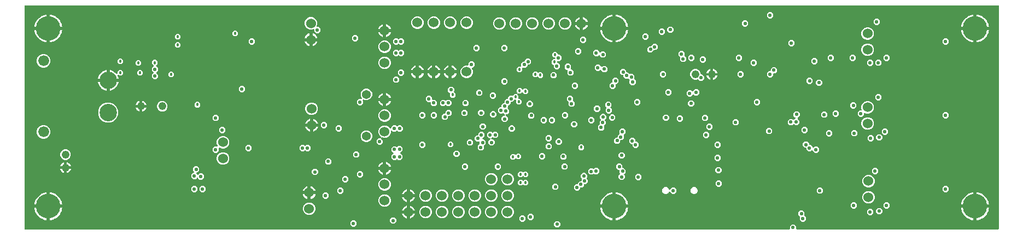
<source format=gbr>
G04 EAGLE Gerber RS-274X export*
G75*
%MOMM*%
%FSLAX34Y34*%
%LPD*%
%INCopper Layer 15*%
%IPPOS*%
%AMOC8*
5,1,8,0,0,1.08239X$1,22.5*%
G01*
%ADD10C,1.524000*%
%ADD11C,1.371600*%
%ADD12C,1.219200*%
%ADD13C,3.816000*%
%ADD14C,2.705100*%
%ADD15C,1.676400*%
%ADD16C,0.553200*%
%ADD17C,0.457200*%

G36*
X1185310Y1016D02*
X1185310Y1016D01*
X1185429Y1023D01*
X1185467Y1036D01*
X1185508Y1041D01*
X1185618Y1084D01*
X1185731Y1121D01*
X1185766Y1143D01*
X1185803Y1158D01*
X1185899Y1227D01*
X1186000Y1291D01*
X1186028Y1321D01*
X1186061Y1344D01*
X1186137Y1436D01*
X1186218Y1523D01*
X1186238Y1558D01*
X1186263Y1589D01*
X1186314Y1697D01*
X1186372Y1801D01*
X1186382Y1841D01*
X1186399Y1877D01*
X1186421Y1994D01*
X1186451Y2109D01*
X1186455Y2169D01*
X1186459Y2189D01*
X1186457Y2210D01*
X1186461Y2270D01*
X1186461Y5754D01*
X1189272Y8565D01*
X1193248Y8565D01*
X1196059Y5754D01*
X1196059Y2270D01*
X1196074Y2152D01*
X1196081Y2033D01*
X1196094Y1995D01*
X1196099Y1954D01*
X1196142Y1844D01*
X1196179Y1731D01*
X1196201Y1696D01*
X1196216Y1659D01*
X1196285Y1563D01*
X1196349Y1462D01*
X1196379Y1434D01*
X1196402Y1401D01*
X1196494Y1325D01*
X1196581Y1244D01*
X1196616Y1224D01*
X1196647Y1199D01*
X1196755Y1148D01*
X1196859Y1090D01*
X1196899Y1080D01*
X1196935Y1063D01*
X1197052Y1041D01*
X1197167Y1011D01*
X1197227Y1007D01*
X1197247Y1003D01*
X1197268Y1005D01*
X1197328Y1001D01*
X1508830Y1001D01*
X1508948Y1016D01*
X1509067Y1023D01*
X1509105Y1036D01*
X1509146Y1041D01*
X1509256Y1084D01*
X1509369Y1121D01*
X1509404Y1143D01*
X1509441Y1158D01*
X1509537Y1227D01*
X1509638Y1291D01*
X1509666Y1321D01*
X1509699Y1344D01*
X1509775Y1436D01*
X1509856Y1523D01*
X1509876Y1558D01*
X1509901Y1589D01*
X1509952Y1697D01*
X1510010Y1801D01*
X1510020Y1841D01*
X1510037Y1877D01*
X1510059Y1994D01*
X1510089Y2109D01*
X1510093Y2169D01*
X1510097Y2189D01*
X1510095Y2210D01*
X1510099Y2270D01*
X1510099Y346980D01*
X1510084Y347098D01*
X1510077Y347217D01*
X1510064Y347255D01*
X1510059Y347296D01*
X1510016Y347406D01*
X1509979Y347519D01*
X1509957Y347554D01*
X1509942Y347591D01*
X1509873Y347687D01*
X1509809Y347788D01*
X1509779Y347816D01*
X1509756Y347849D01*
X1509664Y347925D01*
X1509577Y348006D01*
X1509542Y348026D01*
X1509511Y348051D01*
X1509403Y348102D01*
X1509299Y348160D01*
X1509259Y348170D01*
X1509223Y348187D01*
X1509106Y348209D01*
X1508991Y348239D01*
X1508931Y348243D01*
X1508911Y348247D01*
X1508890Y348245D01*
X1508830Y348249D01*
X2270Y348249D01*
X2152Y348234D01*
X2033Y348227D01*
X1995Y348214D01*
X1954Y348209D01*
X1844Y348166D01*
X1731Y348129D01*
X1696Y348107D01*
X1659Y348092D01*
X1563Y348023D01*
X1462Y347959D01*
X1434Y347929D01*
X1401Y347906D01*
X1325Y347814D01*
X1244Y347727D01*
X1224Y347692D01*
X1199Y347661D01*
X1148Y347553D01*
X1090Y347449D01*
X1080Y347409D01*
X1063Y347373D01*
X1041Y347256D01*
X1011Y347141D01*
X1007Y347081D01*
X1003Y347061D01*
X1005Y347040D01*
X1001Y346980D01*
X1001Y2270D01*
X1016Y2152D01*
X1023Y2033D01*
X1036Y1995D01*
X1041Y1954D01*
X1084Y1844D01*
X1121Y1731D01*
X1143Y1696D01*
X1158Y1659D01*
X1227Y1563D01*
X1291Y1462D01*
X1321Y1434D01*
X1344Y1401D01*
X1436Y1325D01*
X1523Y1244D01*
X1558Y1224D01*
X1589Y1199D01*
X1697Y1148D01*
X1801Y1090D01*
X1841Y1080D01*
X1877Y1063D01*
X1994Y1041D01*
X2109Y1011D01*
X2169Y1007D01*
X2189Y1003D01*
X2210Y1005D01*
X2270Y1001D01*
X1185192Y1001D01*
X1185310Y1016D01*
G37*
%LPC*%
G36*
X127715Y166452D02*
X127715Y166452D01*
X121997Y168820D01*
X117620Y173197D01*
X115252Y178915D01*
X115252Y185105D01*
X117620Y190823D01*
X121997Y195200D01*
X127715Y197568D01*
X133905Y197568D01*
X139623Y195200D01*
X144000Y190823D01*
X146368Y185105D01*
X146368Y178915D01*
X144000Y173197D01*
X139623Y168820D01*
X133905Y166452D01*
X127715Y166452D01*
G37*
%LPD*%
%LPC*%
G36*
X742768Y167405D02*
X742768Y167405D01*
X739957Y170216D01*
X739957Y174192D01*
X742768Y177003D01*
X744057Y177003D01*
X744194Y177020D01*
X744333Y177033D01*
X744352Y177040D01*
X744372Y177043D01*
X744501Y177094D01*
X744632Y177141D01*
X744649Y177152D01*
X744668Y177160D01*
X744780Y177241D01*
X744895Y177319D01*
X744909Y177335D01*
X744925Y177347D01*
X745014Y177454D01*
X745106Y177558D01*
X745115Y177576D01*
X745128Y177591D01*
X745187Y177717D01*
X745250Y177841D01*
X745255Y177861D01*
X745263Y177879D01*
X745290Y178016D01*
X745320Y178151D01*
X745319Y178172D01*
X745323Y178192D01*
X745315Y178329D01*
X745310Y178469D01*
X745305Y178489D01*
X745303Y178509D01*
X745261Y178641D01*
X745222Y178775D01*
X745212Y178792D01*
X745205Y178811D01*
X745131Y178929D01*
X745060Y179049D01*
X745042Y179070D01*
X745035Y179080D01*
X745020Y179094D01*
X744954Y179170D01*
X743212Y180911D01*
X743118Y180984D01*
X743114Y180988D01*
X743111Y180991D01*
X743110Y180991D01*
X743029Y181063D01*
X742993Y181081D01*
X742961Y181106D01*
X742852Y181153D01*
X742746Y181207D01*
X742706Y181216D01*
X742669Y181232D01*
X742552Y181251D01*
X742436Y181277D01*
X742395Y181276D01*
X742355Y181282D01*
X742237Y181271D01*
X742118Y181267D01*
X742079Y181256D01*
X742039Y181252D01*
X741926Y181212D01*
X741812Y181179D01*
X741777Y181158D01*
X741739Y181145D01*
X741641Y181078D01*
X741538Y181017D01*
X741493Y180978D01*
X741476Y180966D01*
X741463Y180951D01*
X741417Y180911D01*
X741128Y180621D01*
X737152Y180621D01*
X734341Y183432D01*
X734341Y187408D01*
X737152Y190219D01*
X738688Y190219D01*
X738806Y190234D01*
X738925Y190241D01*
X738963Y190254D01*
X739004Y190259D01*
X739114Y190302D01*
X739227Y190339D01*
X739262Y190361D01*
X739299Y190376D01*
X739395Y190445D01*
X739496Y190509D01*
X739524Y190539D01*
X739557Y190562D01*
X739633Y190654D01*
X739714Y190741D01*
X739734Y190776D01*
X739759Y190807D01*
X739810Y190915D01*
X739868Y191019D01*
X739878Y191059D01*
X739895Y191095D01*
X739917Y191212D01*
X739947Y191327D01*
X739951Y191387D01*
X739955Y191407D01*
X739953Y191428D01*
X739957Y191488D01*
X739957Y193758D01*
X742768Y196569D01*
X743206Y196569D01*
X743324Y196584D01*
X743443Y196591D01*
X743481Y196604D01*
X743521Y196609D01*
X743632Y196652D01*
X743745Y196689D01*
X743779Y196711D01*
X743817Y196726D01*
X743913Y196795D01*
X744014Y196859D01*
X744041Y196889D01*
X744074Y196912D01*
X744150Y197004D01*
X744232Y197091D01*
X744251Y197126D01*
X744277Y197157D01*
X744328Y197265D01*
X744385Y197369D01*
X744395Y197409D01*
X744413Y197445D01*
X744435Y197562D01*
X744465Y197677D01*
X744468Y197737D01*
X744472Y197757D01*
X744471Y197778D01*
X744475Y197838D01*
X744475Y199937D01*
X747286Y202748D01*
X748554Y202748D01*
X748672Y202763D01*
X748791Y202771D01*
X748830Y202783D01*
X748870Y202788D01*
X748980Y202832D01*
X749094Y202869D01*
X749128Y202890D01*
X749165Y202905D01*
X749262Y202975D01*
X749362Y203039D01*
X749390Y203068D01*
X749423Y203092D01*
X749499Y203184D01*
X749580Y203270D01*
X749600Y203306D01*
X749626Y203337D01*
X749676Y203445D01*
X749734Y203549D01*
X749744Y203588D01*
X749761Y203625D01*
X749783Y203741D01*
X749813Y203857D01*
X749817Y203917D01*
X749821Y203937D01*
X749820Y203957D01*
X749823Y204018D01*
X749823Y205286D01*
X752634Y208097D01*
X756453Y208097D01*
X756552Y208109D01*
X756651Y208112D01*
X756709Y208129D01*
X756769Y208137D01*
X756861Y208173D01*
X756956Y208201D01*
X757008Y208231D01*
X757065Y208254D01*
X757145Y208312D01*
X757230Y208362D01*
X757306Y208429D01*
X757322Y208441D01*
X757330Y208450D01*
X757351Y208469D01*
X759703Y210821D01*
X763467Y210821D01*
X763605Y210838D01*
X763743Y210851D01*
X763762Y210858D01*
X763782Y210861D01*
X763911Y210912D01*
X764042Y210959D01*
X764059Y210970D01*
X764078Y210978D01*
X764190Y211059D01*
X764305Y211137D01*
X764319Y211153D01*
X764335Y211164D01*
X764424Y211272D01*
X764516Y211376D01*
X764525Y211394D01*
X764538Y211409D01*
X764597Y211535D01*
X764661Y211659D01*
X764665Y211679D01*
X764674Y211697D01*
X764700Y211834D01*
X764730Y211969D01*
X764730Y211990D01*
X764733Y212009D01*
X764725Y212148D01*
X764721Y212287D01*
X764715Y212307D01*
X764714Y212327D01*
X764671Y212459D01*
X764632Y212593D01*
X764622Y212610D01*
X764616Y212629D01*
X764541Y212747D01*
X764471Y212867D01*
X764452Y212888D01*
X764445Y212898D01*
X764430Y212912D01*
X764364Y212987D01*
X763241Y214111D01*
X763241Y217689D01*
X765770Y220219D01*
X769348Y220219D01*
X771600Y217967D01*
X771695Y217893D01*
X771784Y217815D01*
X771820Y217796D01*
X771852Y217772D01*
X771961Y217724D01*
X772067Y217670D01*
X772106Y217661D01*
X772143Y217645D01*
X772261Y217627D01*
X772377Y217601D01*
X772418Y217602D01*
X772458Y217595D01*
X772576Y217607D01*
X772695Y217610D01*
X772734Y217621D01*
X772774Y217625D01*
X772886Y217666D01*
X773001Y217699D01*
X773035Y217719D01*
X773073Y217733D01*
X773172Y217800D01*
X773274Y217860D01*
X773320Y217900D01*
X773337Y217911D01*
X773350Y217927D01*
X773395Y217967D01*
X774914Y219486D01*
X778492Y219486D01*
X781022Y216956D01*
X781022Y213378D01*
X778492Y210848D01*
X774914Y210848D01*
X772662Y213100D01*
X772568Y213173D01*
X772479Y213252D01*
X772443Y213270D01*
X772411Y213295D01*
X772301Y213343D01*
X772196Y213397D01*
X772156Y213405D01*
X772119Y213422D01*
X772001Y213440D01*
X771885Y213466D01*
X771845Y213465D01*
X771805Y213471D01*
X771686Y213460D01*
X771567Y213457D01*
X771529Y213445D01*
X771488Y213442D01*
X771376Y213401D01*
X771262Y213368D01*
X771227Y213348D01*
X771189Y213334D01*
X771090Y213267D01*
X770988Y213207D01*
X770943Y213167D01*
X770926Y213155D01*
X770912Y213140D01*
X770867Y213100D01*
X769348Y211581D01*
X765585Y211581D01*
X765447Y211564D01*
X765308Y211551D01*
X765289Y211544D01*
X765269Y211541D01*
X765140Y211490D01*
X765009Y211443D01*
X764992Y211432D01*
X764973Y211424D01*
X764861Y211343D01*
X764746Y211265D01*
X764732Y211249D01*
X764716Y211238D01*
X764627Y211130D01*
X764535Y211026D01*
X764526Y211008D01*
X764513Y210993D01*
X764454Y210867D01*
X764391Y210743D01*
X764386Y210723D01*
X764378Y210705D01*
X764352Y210568D01*
X764321Y210433D01*
X764322Y210412D01*
X764318Y210393D01*
X764327Y210254D01*
X764331Y210115D01*
X764336Y210095D01*
X764338Y210075D01*
X764380Y209943D01*
X764419Y209809D01*
X764429Y209792D01*
X764436Y209773D01*
X764510Y209655D01*
X764581Y209535D01*
X764599Y209514D01*
X764606Y209504D01*
X764621Y209490D01*
X764687Y209415D01*
X765811Y208291D01*
X765811Y204216D01*
X765826Y204098D01*
X765833Y203979D01*
X765846Y203941D01*
X765851Y203900D01*
X765894Y203790D01*
X765931Y203677D01*
X765953Y203642D01*
X765968Y203605D01*
X766037Y203509D01*
X766101Y203408D01*
X766131Y203380D01*
X766154Y203347D01*
X766246Y203271D01*
X766333Y203190D01*
X766368Y203170D01*
X766399Y203145D01*
X766507Y203094D01*
X766611Y203036D01*
X766651Y203026D01*
X766687Y203009D01*
X766804Y202987D01*
X766919Y202957D01*
X766979Y202953D01*
X766999Y202949D01*
X767020Y202951D01*
X767080Y202947D01*
X768615Y202947D01*
X771145Y200417D01*
X771145Y196839D01*
X768615Y194309D01*
X765037Y194309D01*
X762507Y196839D01*
X762507Y200914D01*
X762492Y201032D01*
X762485Y201151D01*
X762472Y201189D01*
X762467Y201230D01*
X762424Y201340D01*
X762387Y201453D01*
X762365Y201488D01*
X762350Y201525D01*
X762281Y201621D01*
X762217Y201722D01*
X762187Y201750D01*
X762164Y201783D01*
X762072Y201859D01*
X761985Y201940D01*
X761950Y201960D01*
X761919Y201985D01*
X761811Y202036D01*
X761707Y202094D01*
X761667Y202104D01*
X761631Y202121D01*
X761514Y202143D01*
X761399Y202173D01*
X761339Y202177D01*
X761319Y202181D01*
X761298Y202179D01*
X761238Y202183D01*
X760690Y202183D01*
X760572Y202168D01*
X760453Y202161D01*
X760415Y202148D01*
X760375Y202143D01*
X760264Y202100D01*
X760151Y202063D01*
X760117Y202041D01*
X760079Y202026D01*
X759983Y201957D01*
X759882Y201893D01*
X759854Y201863D01*
X759822Y201840D01*
X759746Y201748D01*
X759664Y201661D01*
X759645Y201626D01*
X759619Y201595D01*
X759568Y201487D01*
X759532Y201422D01*
X756610Y198499D01*
X755342Y198499D01*
X755223Y198484D01*
X755105Y198477D01*
X755066Y198465D01*
X755026Y198460D01*
X754915Y198416D01*
X754802Y198379D01*
X754768Y198357D01*
X754730Y198343D01*
X754634Y198273D01*
X754533Y198209D01*
X754506Y198179D01*
X754473Y198156D01*
X754397Y198064D01*
X754316Y197977D01*
X754296Y197942D01*
X754270Y197911D01*
X754220Y197803D01*
X754162Y197699D01*
X754152Y197660D01*
X754135Y197623D01*
X754112Y197506D01*
X754083Y197391D01*
X754079Y197331D01*
X754075Y197311D01*
X754076Y197290D01*
X754072Y197230D01*
X754072Y195962D01*
X751261Y193151D01*
X750824Y193151D01*
X750706Y193136D01*
X750587Y193128D01*
X750549Y193116D01*
X750508Y193111D01*
X750398Y193067D01*
X750285Y193030D01*
X750250Y193009D01*
X750213Y192994D01*
X750117Y192924D01*
X750016Y192860D01*
X749988Y192831D01*
X749955Y192807D01*
X749879Y192715D01*
X749798Y192629D01*
X749778Y192593D01*
X749753Y192562D01*
X749702Y192454D01*
X749644Y192350D01*
X749634Y192311D01*
X749617Y192274D01*
X749595Y192158D01*
X749565Y192042D01*
X749561Y191982D01*
X749557Y191962D01*
X749559Y191942D01*
X749555Y191882D01*
X749555Y189761D01*
X749480Y189676D01*
X749462Y189640D01*
X749437Y189608D01*
X749390Y189499D01*
X749336Y189393D01*
X749327Y189354D01*
X749311Y189316D01*
X749292Y189199D01*
X749266Y189083D01*
X749267Y189042D01*
X749261Y189002D01*
X749272Y188884D01*
X749276Y188765D01*
X749287Y188726D01*
X749291Y188686D01*
X749331Y188574D01*
X749364Y188459D01*
X749384Y188425D01*
X749398Y188386D01*
X749465Y188288D01*
X749526Y188185D01*
X749565Y188140D01*
X749577Y188123D01*
X749592Y188110D01*
X749632Y188065D01*
X751559Y186138D01*
X751559Y182162D01*
X748748Y179351D01*
X747459Y179351D01*
X747322Y179334D01*
X747183Y179321D01*
X747164Y179314D01*
X747144Y179311D01*
X747015Y179260D01*
X746884Y179213D01*
X746867Y179202D01*
X746848Y179194D01*
X746736Y179113D01*
X746621Y179035D01*
X746607Y179019D01*
X746591Y179008D01*
X746502Y178900D01*
X746410Y178796D01*
X746401Y178778D01*
X746388Y178763D01*
X746329Y178637D01*
X746266Y178513D01*
X746261Y178493D01*
X746253Y178475D01*
X746226Y178339D01*
X746196Y178203D01*
X746197Y178182D01*
X746193Y178163D01*
X746201Y178024D01*
X746206Y177885D01*
X746211Y177865D01*
X746213Y177845D01*
X746255Y177713D01*
X746294Y177579D01*
X746304Y177562D01*
X746311Y177543D01*
X746385Y177425D01*
X746456Y177305D01*
X746474Y177284D01*
X746481Y177274D01*
X746496Y177260D01*
X746562Y177185D01*
X749555Y174192D01*
X749555Y170216D01*
X746744Y167405D01*
X742768Y167405D01*
G37*
%LPD*%
%LPC*%
G36*
X556880Y142747D02*
X556880Y142747D01*
X555092Y143488D01*
X555025Y143506D01*
X554960Y143534D01*
X554872Y143548D01*
X554785Y143572D01*
X554715Y143573D01*
X554646Y143584D01*
X554557Y143575D01*
X554467Y143577D01*
X554399Y143561D01*
X554330Y143554D01*
X554245Y143524D01*
X554158Y143503D01*
X554096Y143470D01*
X554030Y143447D01*
X553956Y143396D01*
X553877Y143354D01*
X553825Y143307D01*
X553784Y143280D01*
X553784Y143286D01*
X553780Y143425D01*
X553774Y143445D01*
X553773Y143465D01*
X553730Y143597D01*
X553691Y143731D01*
X553681Y143748D01*
X553675Y143767D01*
X553600Y143885D01*
X553530Y144005D01*
X553511Y144026D01*
X553505Y144036D01*
X553490Y144050D01*
X553424Y144125D01*
X550617Y146932D01*
X549147Y150480D01*
X549147Y154320D01*
X550617Y157868D01*
X553332Y160583D01*
X556880Y162053D01*
X560720Y162053D01*
X564268Y160583D01*
X567075Y157776D01*
X567184Y157691D01*
X567291Y157603D01*
X567310Y157594D01*
X567326Y157582D01*
X567454Y157526D01*
X567579Y157467D01*
X567599Y157463D01*
X567618Y157455D01*
X567756Y157433D01*
X567892Y157407D01*
X567912Y157409D01*
X567932Y157405D01*
X568071Y157418D01*
X568209Y157427D01*
X568228Y157433D01*
X568248Y157435D01*
X568380Y157482D01*
X568511Y157525D01*
X568529Y157536D01*
X568548Y157543D01*
X568663Y157621D01*
X568780Y157695D01*
X568794Y157710D01*
X568811Y157721D01*
X568903Y157826D01*
X568998Y157927D01*
X569008Y157945D01*
X569021Y157960D01*
X569085Y158084D01*
X569152Y158205D01*
X569157Y158225D01*
X569166Y158243D01*
X569196Y158379D01*
X569231Y158513D01*
X569233Y158541D01*
X569236Y158553D01*
X569235Y158574D01*
X569241Y158674D01*
X569241Y159468D01*
X572052Y162279D01*
X576028Y162279D01*
X577223Y161083D01*
X577318Y161010D01*
X577407Y160931D01*
X577443Y160913D01*
X577475Y160888D01*
X577584Y160841D01*
X577690Y160787D01*
X577729Y160778D01*
X577767Y160762D01*
X577884Y160743D01*
X578000Y160717D01*
X578041Y160718D01*
X578081Y160712D01*
X578199Y160723D01*
X578318Y160727D01*
X578357Y160738D01*
X578397Y160742D01*
X578510Y160782D01*
X578624Y160815D01*
X578658Y160836D01*
X578697Y160849D01*
X578795Y160916D01*
X578898Y160977D01*
X578943Y161016D01*
X578960Y161028D01*
X578973Y161043D01*
X579018Y161083D01*
X580214Y162279D01*
X584190Y162279D01*
X587001Y159468D01*
X587001Y155492D01*
X584190Y152681D01*
X580214Y152681D01*
X579018Y153877D01*
X578924Y153950D01*
X578835Y154029D01*
X578799Y154047D01*
X578767Y154072D01*
X578658Y154119D01*
X578552Y154173D01*
X578513Y154182D01*
X578475Y154198D01*
X578358Y154217D01*
X578242Y154243D01*
X578201Y154242D01*
X578161Y154248D01*
X578043Y154237D01*
X577924Y154233D01*
X577885Y154222D01*
X577845Y154218D01*
X577733Y154178D01*
X577618Y154145D01*
X577583Y154124D01*
X577545Y154111D01*
X577447Y154044D01*
X577344Y153983D01*
X577299Y153944D01*
X577282Y153932D01*
X577269Y153917D01*
X577223Y153877D01*
X576028Y152681D01*
X572052Y152681D01*
X570619Y154114D01*
X570510Y154199D01*
X570403Y154288D01*
X570384Y154297D01*
X570368Y154309D01*
X570240Y154364D01*
X570115Y154424D01*
X570095Y154427D01*
X570076Y154435D01*
X569938Y154457D01*
X569802Y154483D01*
X569782Y154482D01*
X569762Y154485D01*
X569623Y154472D01*
X569485Y154464D01*
X569466Y154457D01*
X569446Y154455D01*
X569314Y154408D01*
X569183Y154366D01*
X569165Y154355D01*
X569146Y154348D01*
X569031Y154270D01*
X568914Y154195D01*
X568900Y154181D01*
X568883Y154169D01*
X568791Y154065D01*
X568696Y153964D01*
X568686Y153946D01*
X568673Y153931D01*
X568609Y153807D01*
X568542Y153685D01*
X568537Y153666D01*
X568528Y153648D01*
X568498Y153512D01*
X568463Y153377D01*
X568461Y153349D01*
X568458Y153337D01*
X568459Y153317D01*
X568453Y153217D01*
X568453Y150480D01*
X566983Y146932D01*
X564268Y144217D01*
X560720Y142747D01*
X556880Y142747D01*
G37*
%LPD*%
%LPC*%
G36*
X295192Y119661D02*
X295192Y119661D01*
X292381Y122472D01*
X292381Y126448D01*
X295192Y129259D01*
X299009Y129259D01*
X299059Y129265D01*
X299108Y129263D01*
X299216Y129285D01*
X299325Y129299D01*
X299371Y129317D01*
X299420Y129327D01*
X299518Y129375D01*
X299620Y129416D01*
X299661Y129445D01*
X299705Y129467D01*
X299789Y129538D01*
X299878Y129602D01*
X299909Y129641D01*
X299947Y129673D01*
X300010Y129763D01*
X300081Y129847D01*
X300102Y129892D01*
X300130Y129933D01*
X300169Y130036D01*
X300216Y130135D01*
X300225Y130184D01*
X300243Y130230D01*
X300255Y130340D01*
X300276Y130447D01*
X300273Y130497D01*
X300278Y130546D01*
X300263Y130655D01*
X300256Y130765D01*
X300241Y130812D01*
X300234Y130861D01*
X300182Y131014D01*
X298957Y133970D01*
X298957Y137810D01*
X300427Y141358D01*
X303142Y144073D01*
X306690Y145543D01*
X310530Y145543D01*
X314078Y144073D01*
X316793Y141358D01*
X318263Y137810D01*
X318263Y133970D01*
X316793Y130422D01*
X314078Y127707D01*
X310530Y126237D01*
X306690Y126237D01*
X303734Y127462D01*
X303686Y127475D01*
X303641Y127496D01*
X303533Y127517D01*
X303427Y127546D01*
X303377Y127547D01*
X303328Y127556D01*
X303219Y127549D01*
X303109Y127551D01*
X303061Y127539D01*
X303011Y127536D01*
X302907Y127502D01*
X302800Y127477D01*
X302756Y127453D01*
X302709Y127438D01*
X302616Y127379D01*
X302519Y127328D01*
X302482Y127295D01*
X302440Y127268D01*
X302365Y127188D01*
X302283Y127114D01*
X302256Y127072D01*
X302222Y127036D01*
X302169Y126940D01*
X302109Y126848D01*
X302092Y126801D01*
X302068Y126758D01*
X302041Y126652D01*
X302005Y126547D01*
X302001Y126498D01*
X301989Y126450D01*
X301979Y126289D01*
X301979Y122472D01*
X299168Y119661D01*
X295192Y119661D01*
G37*
%LPD*%
%LPC*%
G36*
X1294146Y175541D02*
X1294146Y175541D01*
X1291335Y178352D01*
X1291335Y182328D01*
X1294146Y185139D01*
X1296537Y185139D01*
X1296587Y185145D01*
X1296636Y185143D01*
X1296744Y185165D01*
X1296853Y185179D01*
X1296899Y185197D01*
X1296948Y185207D01*
X1297046Y185255D01*
X1297149Y185296D01*
X1297189Y185325D01*
X1297233Y185347D01*
X1297317Y185418D01*
X1297406Y185482D01*
X1297438Y185521D01*
X1297475Y185553D01*
X1297539Y185643D01*
X1297609Y185727D01*
X1297630Y185772D01*
X1297659Y185813D01*
X1297698Y185916D01*
X1297744Y186015D01*
X1297754Y186064D01*
X1297771Y186110D01*
X1297783Y186220D01*
X1297804Y186327D01*
X1297801Y186377D01*
X1297807Y186426D01*
X1297791Y186535D01*
X1297784Y186645D01*
X1297769Y186692D01*
X1297762Y186741D01*
X1297710Y186894D01*
X1297177Y188180D01*
X1297177Y192020D01*
X1298647Y195568D01*
X1301362Y198283D01*
X1304910Y199753D01*
X1308750Y199753D01*
X1312298Y198283D01*
X1315013Y195568D01*
X1316483Y192020D01*
X1316483Y188180D01*
X1315013Y184632D01*
X1312298Y181917D01*
X1308750Y180447D01*
X1304910Y180447D01*
X1302688Y181368D01*
X1302640Y181381D01*
X1302595Y181402D01*
X1302487Y181423D01*
X1302381Y181452D01*
X1302331Y181452D01*
X1302282Y181462D01*
X1302173Y181455D01*
X1302063Y181457D01*
X1302015Y181445D01*
X1301965Y181442D01*
X1301861Y181408D01*
X1301754Y181383D01*
X1301710Y181359D01*
X1301663Y181344D01*
X1301570Y181285D01*
X1301473Y181234D01*
X1301436Y181200D01*
X1301394Y181174D01*
X1301319Y181094D01*
X1301237Y181020D01*
X1301210Y180978D01*
X1301176Y180942D01*
X1301123Y180846D01*
X1301063Y180754D01*
X1301046Y180707D01*
X1301022Y180664D01*
X1300995Y180557D01*
X1300959Y180453D01*
X1300955Y180404D01*
X1300943Y180356D01*
X1300933Y180195D01*
X1300933Y178352D01*
X1298122Y175541D01*
X1294146Y175541D01*
G37*
%LPD*%
%LPC*%
G36*
X452672Y305081D02*
X452672Y305081D01*
X449861Y307892D01*
X449861Y310041D01*
X449855Y310090D01*
X449857Y310140D01*
X449835Y310247D01*
X449821Y310356D01*
X449803Y310403D01*
X449793Y310451D01*
X449745Y310550D01*
X449704Y310652D01*
X449675Y310692D01*
X449653Y310737D01*
X449582Y310820D01*
X449518Y310909D01*
X449479Y310941D01*
X449447Y310979D01*
X449357Y311042D01*
X449273Y311112D01*
X449228Y311133D01*
X449187Y311162D01*
X449084Y311201D01*
X448985Y311248D01*
X448936Y311257D01*
X448890Y311275D01*
X448780Y311287D01*
X448673Y311308D01*
X448623Y311304D01*
X448574Y311310D01*
X448465Y311295D01*
X448355Y311288D01*
X448308Y311272D01*
X448259Y311266D01*
X448106Y311213D01*
X446725Y310641D01*
X442885Y310641D01*
X439337Y312111D01*
X436622Y314826D01*
X435152Y318374D01*
X435152Y322214D01*
X436622Y325762D01*
X439337Y328477D01*
X442885Y329947D01*
X446725Y329947D01*
X450273Y328477D01*
X452988Y325762D01*
X454458Y322214D01*
X454458Y318374D01*
X453654Y316434D01*
X453641Y316386D01*
X453620Y316341D01*
X453599Y316233D01*
X453570Y316127D01*
X453569Y316077D01*
X453560Y316028D01*
X453567Y315919D01*
X453565Y315809D01*
X453576Y315761D01*
X453580Y315711D01*
X453613Y315607D01*
X453639Y315500D01*
X453662Y315456D01*
X453678Y315409D01*
X453736Y315316D01*
X453788Y315219D01*
X453821Y315182D01*
X453848Y315140D01*
X453928Y315065D01*
X454002Y314983D01*
X454043Y314956D01*
X454079Y314922D01*
X454176Y314869D01*
X454267Y314809D01*
X454314Y314792D01*
X454358Y314768D01*
X454464Y314741D01*
X454568Y314705D01*
X454618Y314701D01*
X454666Y314689D01*
X454826Y314679D01*
X456648Y314679D01*
X459459Y311868D01*
X459459Y307892D01*
X456648Y305081D01*
X452672Y305081D01*
G37*
%LPD*%
%LPC*%
G36*
X683880Y235457D02*
X683880Y235457D01*
X680332Y236927D01*
X677617Y239642D01*
X676147Y243190D01*
X676147Y247030D01*
X677617Y250578D01*
X680332Y253293D01*
X683880Y254763D01*
X687352Y254763D01*
X687470Y254778D01*
X687589Y254785D01*
X687627Y254798D01*
X687668Y254803D01*
X687778Y254846D01*
X687891Y254883D01*
X687926Y254905D01*
X687963Y254920D01*
X688059Y254989D01*
X688160Y255053D01*
X688188Y255083D01*
X688221Y255106D01*
X688297Y255198D01*
X688378Y255285D01*
X688398Y255320D01*
X688423Y255351D01*
X688474Y255459D01*
X688532Y255563D01*
X688542Y255603D01*
X688559Y255639D01*
X688581Y255756D01*
X688611Y255871D01*
X688615Y255931D01*
X688619Y255951D01*
X688617Y255972D01*
X688621Y256032D01*
X688621Y258528D01*
X691432Y261339D01*
X695408Y261339D01*
X698219Y258528D01*
X698219Y254552D01*
X695408Y251741D01*
X695401Y251741D01*
X695351Y251735D01*
X695302Y251737D01*
X695194Y251715D01*
X695085Y251701D01*
X695039Y251683D01*
X694990Y251673D01*
X694892Y251625D01*
X694790Y251584D01*
X694749Y251555D01*
X694705Y251533D01*
X694621Y251462D01*
X694532Y251398D01*
X694501Y251359D01*
X694463Y251327D01*
X694400Y251237D01*
X694329Y251153D01*
X694308Y251108D01*
X694280Y251067D01*
X694241Y250964D01*
X694194Y250865D01*
X694185Y250816D01*
X694167Y250770D01*
X694155Y250660D01*
X694134Y250553D01*
X694137Y250503D01*
X694132Y250454D01*
X694147Y250345D01*
X694154Y250235D01*
X694169Y250188D01*
X694176Y250139D01*
X694228Y249986D01*
X695453Y247030D01*
X695453Y243190D01*
X693983Y239642D01*
X691268Y236927D01*
X687720Y235457D01*
X683880Y235457D01*
G37*
%LPD*%
%LPC*%
G36*
X28738Y141595D02*
X28738Y141595D01*
X24911Y143181D01*
X21981Y146111D01*
X20395Y149938D01*
X20395Y154082D01*
X21981Y157909D01*
X24911Y160839D01*
X28738Y162425D01*
X32882Y162425D01*
X36709Y160839D01*
X39639Y157909D01*
X41225Y154082D01*
X41225Y149938D01*
X39639Y146111D01*
X36709Y143181D01*
X32882Y141595D01*
X28738Y141595D01*
G37*
%LPD*%
%LPC*%
G36*
X28738Y251595D02*
X28738Y251595D01*
X24911Y253181D01*
X21981Y256111D01*
X20395Y259938D01*
X20395Y264082D01*
X21981Y267909D01*
X24911Y270839D01*
X28738Y272425D01*
X32882Y272425D01*
X36709Y270839D01*
X39639Y267909D01*
X41225Y264082D01*
X41225Y259938D01*
X39639Y256111D01*
X36709Y253181D01*
X32882Y251595D01*
X28738Y251595D01*
G37*
%LPD*%
%LPC*%
G36*
X518712Y193321D02*
X518712Y193321D01*
X515901Y196132D01*
X515901Y200108D01*
X518712Y202919D01*
X522604Y202919D01*
X522742Y202936D01*
X522880Y202949D01*
X522899Y202956D01*
X522919Y202959D01*
X523048Y203010D01*
X523179Y203057D01*
X523196Y203068D01*
X523215Y203076D01*
X523327Y203157D01*
X523442Y203235D01*
X523456Y203251D01*
X523472Y203262D01*
X523561Y203370D01*
X523653Y203474D01*
X523662Y203492D01*
X523675Y203507D01*
X523734Y203633D01*
X523798Y203757D01*
X523802Y203777D01*
X523811Y203795D01*
X523837Y203931D01*
X523867Y204067D01*
X523867Y204088D01*
X523870Y204107D01*
X523862Y204246D01*
X523857Y204385D01*
X523852Y204405D01*
X523851Y204425D01*
X523808Y204557D01*
X523769Y204691D01*
X523759Y204708D01*
X523753Y204727D01*
X523678Y204845D01*
X523607Y204965D01*
X523589Y204986D01*
X523582Y204996D01*
X523567Y205010D01*
X523501Y205086D01*
X523323Y205264D01*
X521969Y208531D01*
X521969Y212069D01*
X523323Y215336D01*
X525824Y217837D01*
X529091Y219191D01*
X532629Y219191D01*
X535896Y217837D01*
X538397Y215336D01*
X539751Y212069D01*
X539751Y208531D01*
X538397Y205264D01*
X535896Y202763D01*
X532629Y201409D01*
X529091Y201409D01*
X526632Y202428D01*
X526564Y202447D01*
X526500Y202474D01*
X526411Y202488D01*
X526325Y202512D01*
X526255Y202513D01*
X526186Y202524D01*
X526097Y202516D01*
X526007Y202517D01*
X525939Y202501D01*
X525869Y202494D01*
X525785Y202464D01*
X525698Y202443D01*
X525636Y202410D01*
X525570Y202387D01*
X525496Y202336D01*
X525416Y202294D01*
X525365Y202247D01*
X525307Y202208D01*
X525248Y202141D01*
X525181Y202080D01*
X525143Y202022D01*
X525097Y201970D01*
X525056Y201890D01*
X525006Y201815D01*
X524984Y201749D01*
X524952Y201687D01*
X524932Y201599D01*
X524903Y201514D01*
X524898Y201444D01*
X524882Y201376D01*
X524885Y201286D01*
X524878Y201197D01*
X524890Y201128D01*
X524892Y201058D01*
X524917Y200972D01*
X524932Y200884D01*
X524961Y200820D01*
X524980Y200753D01*
X525026Y200675D01*
X525063Y200594D01*
X525106Y200539D01*
X525142Y200479D01*
X525248Y200358D01*
X525499Y200108D01*
X525499Y196132D01*
X522688Y193321D01*
X518712Y193321D01*
G37*
%LPD*%
%LPC*%
G36*
X572108Y108485D02*
X572108Y108485D01*
X569297Y111296D01*
X569297Y115272D01*
X572226Y118200D01*
X572299Y118295D01*
X572378Y118384D01*
X572396Y118420D01*
X572421Y118452D01*
X572468Y118561D01*
X572522Y118667D01*
X572531Y118706D01*
X572547Y118744D01*
X572566Y118861D01*
X572592Y118977D01*
X572591Y119018D01*
X572597Y119058D01*
X572586Y119176D01*
X572582Y119295D01*
X572571Y119334D01*
X572567Y119374D01*
X572527Y119487D01*
X572494Y119601D01*
X572473Y119635D01*
X572460Y119674D01*
X572393Y119772D01*
X572332Y119875D01*
X572293Y119920D01*
X572281Y119937D01*
X572266Y119950D01*
X572226Y119995D01*
X569241Y122980D01*
X569241Y126956D01*
X572052Y129767D01*
X576028Y129767D01*
X576952Y128842D01*
X577047Y128769D01*
X577136Y128690D01*
X577172Y128672D01*
X577204Y128647D01*
X577313Y128600D01*
X577419Y128546D01*
X577458Y128537D01*
X577496Y128521D01*
X577613Y128502D01*
X577729Y128476D01*
X577770Y128477D01*
X577810Y128471D01*
X577928Y128482D01*
X578047Y128486D01*
X578086Y128497D01*
X578126Y128501D01*
X578239Y128541D01*
X578353Y128574D01*
X578387Y128595D01*
X578426Y128608D01*
X578524Y128675D01*
X578627Y128736D01*
X578672Y128775D01*
X578689Y128787D01*
X578702Y128802D01*
X578747Y128842D01*
X579926Y130021D01*
X583902Y130021D01*
X586713Y127210D01*
X586713Y123234D01*
X583629Y120150D01*
X583556Y120056D01*
X583477Y119967D01*
X583459Y119931D01*
X583434Y119899D01*
X583387Y119790D01*
X583333Y119684D01*
X583324Y119645D01*
X583308Y119607D01*
X583289Y119490D01*
X583263Y119374D01*
X583264Y119333D01*
X583258Y119293D01*
X583269Y119175D01*
X583273Y119056D01*
X583284Y119017D01*
X583288Y118977D01*
X583328Y118864D01*
X583361Y118750D01*
X583381Y118715D01*
X583395Y118677D01*
X583462Y118579D01*
X583523Y118476D01*
X583562Y118431D01*
X583574Y118414D01*
X583589Y118401D01*
X583629Y118355D01*
X586713Y115272D01*
X586713Y111296D01*
X583902Y108485D01*
X579926Y108485D01*
X578902Y109509D01*
X578808Y109582D01*
X578719Y109661D01*
X578683Y109679D01*
X578651Y109704D01*
X578542Y109751D01*
X578436Y109805D01*
X578397Y109814D01*
X578359Y109830D01*
X578242Y109849D01*
X578126Y109875D01*
X578085Y109874D01*
X578045Y109880D01*
X577927Y109869D01*
X577808Y109865D01*
X577769Y109854D01*
X577729Y109850D01*
X577617Y109810D01*
X577502Y109777D01*
X577467Y109756D01*
X577429Y109743D01*
X577331Y109676D01*
X577228Y109615D01*
X577183Y109576D01*
X577166Y109564D01*
X577153Y109549D01*
X577107Y109509D01*
X576084Y108485D01*
X572108Y108485D01*
G37*
%LPD*%
%LPC*%
G36*
X1306180Y41147D02*
X1306180Y41147D01*
X1302632Y42617D01*
X1299917Y45332D01*
X1298447Y48880D01*
X1298447Y52720D01*
X1299917Y56268D01*
X1302632Y58983D01*
X1306180Y60453D01*
X1310020Y60453D01*
X1313568Y58983D01*
X1316283Y56268D01*
X1317753Y52720D01*
X1317753Y48880D01*
X1316283Y45332D01*
X1313568Y42617D01*
X1310020Y41147D01*
X1306180Y41147D01*
G37*
%LPD*%
%LPC*%
G36*
X556880Y61068D02*
X556880Y61068D01*
X553332Y62538D01*
X550617Y65253D01*
X549147Y68801D01*
X549147Y72641D01*
X550617Y76189D01*
X553332Y78904D01*
X556880Y80374D01*
X560720Y80374D01*
X564268Y78904D01*
X566983Y76189D01*
X568453Y72641D01*
X568453Y68801D01*
X566983Y65253D01*
X564268Y62538D01*
X560720Y61068D01*
X556880Y61068D01*
G37*
%LPD*%
%LPC*%
G36*
X1306180Y66147D02*
X1306180Y66147D01*
X1302632Y67617D01*
X1299917Y70332D01*
X1298447Y73880D01*
X1298447Y77720D01*
X1299917Y81268D01*
X1302632Y83983D01*
X1306180Y85453D01*
X1310020Y85453D01*
X1313568Y83983D01*
X1316283Y81268D01*
X1317753Y77720D01*
X1317753Y73880D01*
X1316283Y70332D01*
X1313568Y67617D01*
X1310020Y66147D01*
X1306180Y66147D01*
G37*
%LPD*%
%LPC*%
G36*
X747380Y69087D02*
X747380Y69087D01*
X743832Y70557D01*
X741117Y73272D01*
X739647Y76820D01*
X739647Y80660D01*
X741117Y84208D01*
X743832Y86923D01*
X747380Y88393D01*
X751220Y88393D01*
X754768Y86923D01*
X757483Y84208D01*
X758953Y80660D01*
X758953Y76820D01*
X757483Y73272D01*
X754768Y70557D01*
X751220Y69087D01*
X747380Y69087D01*
G37*
%LPD*%
%LPC*%
G36*
X721980Y69087D02*
X721980Y69087D01*
X718432Y70557D01*
X715717Y73272D01*
X714247Y76820D01*
X714247Y80660D01*
X715717Y84208D01*
X718432Y86923D01*
X721980Y88393D01*
X725820Y88393D01*
X729368Y86923D01*
X732083Y84208D01*
X733553Y80660D01*
X733553Y76820D01*
X732083Y73272D01*
X729368Y70557D01*
X725820Y69087D01*
X721980Y69087D01*
G37*
%LPD*%
%LPC*%
G36*
X306690Y101237D02*
X306690Y101237D01*
X303142Y102707D01*
X300427Y105422D01*
X298957Y108970D01*
X298957Y112810D01*
X300427Y116358D01*
X303142Y119073D01*
X306690Y120543D01*
X310530Y120543D01*
X314078Y119073D01*
X316793Y116358D01*
X318263Y112810D01*
X318263Y108970D01*
X316793Y105422D01*
X314078Y102707D01*
X310530Y101237D01*
X306690Y101237D01*
G37*
%LPD*%
%LPC*%
G36*
X683880Y311657D02*
X683880Y311657D01*
X680332Y313127D01*
X677617Y315842D01*
X676147Y319390D01*
X676147Y323230D01*
X677617Y326778D01*
X680332Y329493D01*
X683880Y330963D01*
X687720Y330963D01*
X691268Y329493D01*
X693983Y326778D01*
X695453Y323230D01*
X695453Y319390D01*
X693983Y315842D01*
X691268Y313127D01*
X687720Y311657D01*
X683880Y311657D01*
G37*
%LPD*%
%LPC*%
G36*
X658480Y311657D02*
X658480Y311657D01*
X654932Y313127D01*
X652217Y315842D01*
X650747Y319390D01*
X650747Y323230D01*
X652217Y326778D01*
X654932Y329493D01*
X658480Y330963D01*
X662320Y330963D01*
X665868Y329493D01*
X668583Y326778D01*
X670053Y323230D01*
X670053Y319390D01*
X668583Y315842D01*
X665868Y313127D01*
X662320Y311657D01*
X658480Y311657D01*
G37*
%LPD*%
%LPC*%
G36*
X633080Y311657D02*
X633080Y311657D01*
X629532Y313127D01*
X626817Y315842D01*
X625347Y319390D01*
X625347Y323230D01*
X626817Y326778D01*
X629532Y329493D01*
X633080Y330963D01*
X636920Y330963D01*
X640468Y329493D01*
X643183Y326778D01*
X644653Y323230D01*
X644653Y319390D01*
X643183Y315842D01*
X640468Y313127D01*
X636920Y311657D01*
X633080Y311657D01*
G37*
%LPD*%
%LPC*%
G36*
X607680Y311657D02*
X607680Y311657D01*
X604132Y313127D01*
X601417Y315842D01*
X599947Y319390D01*
X599947Y323230D01*
X601417Y326778D01*
X604132Y329493D01*
X607680Y330963D01*
X611520Y330963D01*
X615068Y329493D01*
X617783Y326778D01*
X619253Y323230D01*
X619253Y319390D01*
X617783Y315842D01*
X615068Y313127D01*
X611520Y311657D01*
X607680Y311657D01*
G37*
%LPD*%
%LPC*%
G36*
X836280Y310387D02*
X836280Y310387D01*
X832732Y311857D01*
X830017Y314572D01*
X828547Y318120D01*
X828547Y321960D01*
X830017Y325508D01*
X832732Y328223D01*
X836280Y329693D01*
X840120Y329693D01*
X843668Y328223D01*
X846383Y325508D01*
X847853Y321960D01*
X847853Y318120D01*
X846383Y314572D01*
X843668Y311857D01*
X840120Y310387D01*
X836280Y310387D01*
G37*
%LPD*%
%LPC*%
G36*
X810880Y310387D02*
X810880Y310387D01*
X807332Y311857D01*
X804617Y314572D01*
X803147Y318120D01*
X803147Y321960D01*
X804617Y325508D01*
X807332Y328223D01*
X810880Y329693D01*
X814720Y329693D01*
X818268Y328223D01*
X820983Y325508D01*
X822453Y321960D01*
X822453Y318120D01*
X820983Y314572D01*
X818268Y311857D01*
X814720Y310387D01*
X810880Y310387D01*
G37*
%LPD*%
%LPC*%
G36*
X785480Y310387D02*
X785480Y310387D01*
X781932Y311857D01*
X779217Y314572D01*
X777747Y318120D01*
X777747Y321960D01*
X779217Y325508D01*
X781932Y328223D01*
X785480Y329693D01*
X789320Y329693D01*
X792868Y328223D01*
X795583Y325508D01*
X797053Y321960D01*
X797053Y318120D01*
X795583Y314572D01*
X792868Y311857D01*
X789320Y310387D01*
X785480Y310387D01*
G37*
%LPD*%
%LPC*%
G36*
X760080Y310387D02*
X760080Y310387D01*
X756532Y311857D01*
X753817Y314572D01*
X752347Y318120D01*
X752347Y321960D01*
X753817Y325508D01*
X756532Y328223D01*
X760080Y329693D01*
X763920Y329693D01*
X767468Y328223D01*
X770183Y325508D01*
X771653Y321960D01*
X771653Y318120D01*
X770183Y314572D01*
X767468Y311857D01*
X763920Y310387D01*
X760080Y310387D01*
G37*
%LPD*%
%LPC*%
G36*
X734680Y310387D02*
X734680Y310387D01*
X731132Y311857D01*
X728417Y314572D01*
X726947Y318120D01*
X726947Y321960D01*
X728417Y325508D01*
X731132Y328223D01*
X734680Y329693D01*
X738520Y329693D01*
X742068Y328223D01*
X744783Y325508D01*
X746253Y321960D01*
X746253Y318120D01*
X744783Y314572D01*
X742068Y311857D01*
X738520Y310387D01*
X734680Y310387D01*
G37*
%LPD*%
%LPC*%
G36*
X1304910Y155447D02*
X1304910Y155447D01*
X1301362Y156917D01*
X1298647Y159632D01*
X1297177Y163180D01*
X1297177Y167020D01*
X1298647Y170568D01*
X1301362Y173283D01*
X1304910Y174753D01*
X1308750Y174753D01*
X1312298Y173283D01*
X1315013Y170568D01*
X1316483Y167020D01*
X1316483Y163180D01*
X1315013Y159632D01*
X1312298Y156917D01*
X1308750Y155447D01*
X1304910Y155447D01*
G37*
%LPD*%
%LPC*%
G36*
X620380Y18287D02*
X620380Y18287D01*
X616832Y19757D01*
X614117Y22472D01*
X612647Y26020D01*
X612647Y29860D01*
X614117Y33408D01*
X616832Y36123D01*
X620380Y37593D01*
X624220Y37593D01*
X627768Y36123D01*
X630483Y33408D01*
X631953Y29860D01*
X631953Y26020D01*
X630483Y22472D01*
X627768Y19757D01*
X624220Y18287D01*
X620380Y18287D01*
G37*
%LPD*%
%LPC*%
G36*
X645780Y18287D02*
X645780Y18287D01*
X642232Y19757D01*
X639517Y22472D01*
X638047Y26020D01*
X638047Y29860D01*
X639517Y33408D01*
X642232Y36123D01*
X645780Y37593D01*
X649620Y37593D01*
X653168Y36123D01*
X655883Y33408D01*
X657353Y29860D01*
X657353Y26020D01*
X655883Y22472D01*
X653168Y19757D01*
X649620Y18287D01*
X645780Y18287D01*
G37*
%LPD*%
%LPC*%
G36*
X671180Y18287D02*
X671180Y18287D01*
X667632Y19757D01*
X664917Y22472D01*
X663447Y26020D01*
X663447Y29860D01*
X664917Y33408D01*
X667632Y36123D01*
X671180Y37593D01*
X675020Y37593D01*
X678568Y36123D01*
X681283Y33408D01*
X682753Y29860D01*
X682753Y26020D01*
X681283Y22472D01*
X678568Y19757D01*
X675020Y18287D01*
X671180Y18287D01*
G37*
%LPD*%
%LPC*%
G36*
X696580Y18287D02*
X696580Y18287D01*
X693032Y19757D01*
X690317Y22472D01*
X688847Y26020D01*
X688847Y29860D01*
X690317Y33408D01*
X693032Y36123D01*
X696580Y37593D01*
X700420Y37593D01*
X703968Y36123D01*
X706683Y33408D01*
X708153Y29860D01*
X708153Y26020D01*
X706683Y22472D01*
X703968Y19757D01*
X700420Y18287D01*
X696580Y18287D01*
G37*
%LPD*%
%LPC*%
G36*
X1304910Y294747D02*
X1304910Y294747D01*
X1301362Y296217D01*
X1298647Y298932D01*
X1297177Y302480D01*
X1297177Y306320D01*
X1298647Y309868D01*
X1301362Y312583D01*
X1304910Y314053D01*
X1308750Y314053D01*
X1312298Y312583D01*
X1315013Y309868D01*
X1316483Y306320D01*
X1316483Y302480D01*
X1315013Y298932D01*
X1312298Y296217D01*
X1308750Y294747D01*
X1304910Y294747D01*
G37*
%LPD*%
%LPC*%
G36*
X721980Y18287D02*
X721980Y18287D01*
X718432Y19757D01*
X715717Y22472D01*
X714247Y26020D01*
X714247Y29860D01*
X715717Y33408D01*
X718432Y36123D01*
X721980Y37593D01*
X725820Y37593D01*
X729368Y36123D01*
X732083Y33408D01*
X733553Y29860D01*
X733553Y26020D01*
X732083Y22472D01*
X729368Y19757D01*
X725820Y18287D01*
X721980Y18287D01*
G37*
%LPD*%
%LPC*%
G36*
X747380Y18287D02*
X747380Y18287D01*
X743832Y19757D01*
X741117Y22472D01*
X739647Y26020D01*
X739647Y29860D01*
X741117Y33408D01*
X743832Y36123D01*
X747380Y37593D01*
X751220Y37593D01*
X754768Y36123D01*
X757483Y33408D01*
X758953Y29860D01*
X758953Y26020D01*
X757483Y22472D01*
X754768Y19757D01*
X751220Y18287D01*
X747380Y18287D01*
G37*
%LPD*%
%LPC*%
G36*
X440040Y23367D02*
X440040Y23367D01*
X436492Y24837D01*
X433777Y27552D01*
X432307Y31100D01*
X432307Y34940D01*
X433777Y38488D01*
X436492Y41203D01*
X440040Y42673D01*
X443880Y42673D01*
X447428Y41203D01*
X450143Y38488D01*
X451613Y34940D01*
X451613Y31100D01*
X450143Y27552D01*
X447428Y24837D01*
X443880Y23367D01*
X440040Y23367D01*
G37*
%LPD*%
%LPC*%
G36*
X1304910Y269747D02*
X1304910Y269747D01*
X1301362Y271217D01*
X1298647Y273932D01*
X1297177Y277480D01*
X1297177Y281320D01*
X1298647Y284868D01*
X1301362Y287583D01*
X1304910Y289053D01*
X1308750Y289053D01*
X1312298Y287583D01*
X1315013Y284868D01*
X1316483Y281320D01*
X1316483Y277480D01*
X1315013Y273932D01*
X1312298Y271217D01*
X1308750Y269747D01*
X1304910Y269747D01*
G37*
%LPD*%
%LPC*%
G36*
X556880Y36067D02*
X556880Y36067D01*
X553332Y37537D01*
X550617Y40252D01*
X549147Y43800D01*
X549147Y47640D01*
X550617Y51188D01*
X553332Y53903D01*
X556880Y55373D01*
X560720Y55373D01*
X564268Y53903D01*
X566983Y51188D01*
X568453Y47640D01*
X568453Y43800D01*
X566983Y40252D01*
X564268Y37537D01*
X560720Y36067D01*
X556880Y36067D01*
G37*
%LPD*%
%LPC*%
G36*
X556880Y274428D02*
X556880Y274428D01*
X553332Y275898D01*
X550617Y278613D01*
X549147Y282161D01*
X549147Y286001D01*
X550617Y289549D01*
X553332Y292264D01*
X556880Y293734D01*
X560720Y293734D01*
X564268Y292264D01*
X566983Y289549D01*
X568453Y286001D01*
X568453Y282161D01*
X566983Y278613D01*
X564268Y275898D01*
X560720Y274428D01*
X556880Y274428D01*
G37*
%LPD*%
%LPC*%
G36*
X620380Y43687D02*
X620380Y43687D01*
X616832Y45157D01*
X614117Y47872D01*
X612647Y51420D01*
X612647Y55260D01*
X614117Y58808D01*
X616832Y61523D01*
X620380Y62993D01*
X624220Y62993D01*
X627768Y61523D01*
X630483Y58808D01*
X631953Y55260D01*
X631953Y51420D01*
X630483Y47872D01*
X627768Y45157D01*
X624220Y43687D01*
X620380Y43687D01*
G37*
%LPD*%
%LPC*%
G36*
X645780Y43687D02*
X645780Y43687D01*
X642232Y45157D01*
X639517Y47872D01*
X638047Y51420D01*
X638047Y55260D01*
X639517Y58808D01*
X642232Y61523D01*
X645780Y62993D01*
X649620Y62993D01*
X653168Y61523D01*
X655883Y58808D01*
X657353Y55260D01*
X657353Y51420D01*
X655883Y47872D01*
X653168Y45157D01*
X649620Y43687D01*
X645780Y43687D01*
G37*
%LPD*%
%LPC*%
G36*
X671180Y43687D02*
X671180Y43687D01*
X667632Y45157D01*
X664917Y47872D01*
X663447Y51420D01*
X663447Y55260D01*
X664917Y58808D01*
X667632Y61523D01*
X671180Y62993D01*
X675020Y62993D01*
X678568Y61523D01*
X681283Y58808D01*
X682753Y55260D01*
X682753Y51420D01*
X681283Y47872D01*
X678568Y45157D01*
X675020Y43687D01*
X671180Y43687D01*
G37*
%LPD*%
%LPC*%
G36*
X556880Y167748D02*
X556880Y167748D01*
X553332Y169218D01*
X550617Y171933D01*
X549147Y175481D01*
X549147Y179321D01*
X550617Y182869D01*
X553332Y185584D01*
X556880Y187054D01*
X560720Y187054D01*
X564268Y185584D01*
X566983Y182869D01*
X568453Y179321D01*
X568453Y175481D01*
X566983Y171933D01*
X564268Y169218D01*
X560720Y167748D01*
X556880Y167748D01*
G37*
%LPD*%
%LPC*%
G36*
X556880Y249427D02*
X556880Y249427D01*
X553332Y250897D01*
X550617Y253612D01*
X549147Y257160D01*
X549147Y261000D01*
X550617Y264548D01*
X553332Y267263D01*
X556880Y268733D01*
X560720Y268733D01*
X564268Y267263D01*
X566983Y264548D01*
X568453Y261000D01*
X568453Y257160D01*
X566983Y253612D01*
X564268Y250897D01*
X560720Y249427D01*
X556880Y249427D01*
G37*
%LPD*%
%LPC*%
G36*
X696580Y43687D02*
X696580Y43687D01*
X693032Y45157D01*
X690317Y47872D01*
X688847Y51420D01*
X688847Y55260D01*
X690317Y58808D01*
X693032Y61523D01*
X696580Y62993D01*
X700420Y62993D01*
X703968Y61523D01*
X706683Y58808D01*
X708153Y55260D01*
X708153Y51420D01*
X706683Y47872D01*
X703968Y45157D01*
X700420Y43687D01*
X696580Y43687D01*
G37*
%LPD*%
%LPC*%
G36*
X443850Y178307D02*
X443850Y178307D01*
X440302Y179777D01*
X437587Y182492D01*
X436117Y186040D01*
X436117Y189880D01*
X437587Y193428D01*
X440302Y196143D01*
X443850Y197613D01*
X447690Y197613D01*
X451238Y196143D01*
X453953Y193428D01*
X455423Y189880D01*
X455423Y186040D01*
X453953Y182492D01*
X451238Y179777D01*
X447690Y178307D01*
X443850Y178307D01*
G37*
%LPD*%
%LPC*%
G36*
X721980Y43687D02*
X721980Y43687D01*
X718432Y45157D01*
X715717Y47872D01*
X714247Y51420D01*
X714247Y55260D01*
X715717Y58808D01*
X718432Y61523D01*
X721980Y62993D01*
X725820Y62993D01*
X729368Y61523D01*
X732083Y58808D01*
X733553Y55260D01*
X733553Y51420D01*
X732083Y47872D01*
X729368Y45157D01*
X725820Y43687D01*
X721980Y43687D01*
G37*
%LPD*%
%LPC*%
G36*
X747380Y43687D02*
X747380Y43687D01*
X743832Y45157D01*
X741117Y47872D01*
X739647Y51420D01*
X739647Y55260D01*
X741117Y58808D01*
X743832Y61523D01*
X747380Y62993D01*
X751220Y62993D01*
X754768Y61523D01*
X757483Y58808D01*
X758953Y55260D01*
X758953Y51420D01*
X757483Y47872D01*
X754768Y45157D01*
X751220Y43687D01*
X747380Y43687D01*
G37*
%LPD*%
%LPC*%
G36*
X705770Y123329D02*
X705770Y123329D01*
X702959Y126140D01*
X702959Y130116D01*
X705296Y132452D01*
X705356Y132530D01*
X705424Y132602D01*
X705453Y132655D01*
X705490Y132703D01*
X705530Y132794D01*
X705578Y132881D01*
X705593Y132939D01*
X705617Y132995D01*
X705632Y133093D01*
X705657Y133189D01*
X705663Y133289D01*
X705667Y133309D01*
X705665Y133321D01*
X705667Y133349D01*
X705667Y135903D01*
X705652Y136022D01*
X705645Y136140D01*
X705632Y136179D01*
X705627Y136219D01*
X705584Y136330D01*
X705547Y136443D01*
X705525Y136477D01*
X705510Y136515D01*
X705441Y136611D01*
X705377Y136712D01*
X705347Y136739D01*
X705324Y136772D01*
X705232Y136848D01*
X705145Y136930D01*
X705110Y136949D01*
X705079Y136975D01*
X704971Y137026D01*
X704867Y137083D01*
X704827Y137093D01*
X704791Y137110D01*
X704674Y137133D01*
X704559Y137162D01*
X704499Y137166D01*
X704479Y137170D01*
X704458Y137169D01*
X704398Y137173D01*
X701324Y137173D01*
X698513Y139984D01*
X698513Y143959D01*
X701324Y146770D01*
X702592Y146770D01*
X702710Y146785D01*
X702829Y146792D01*
X702867Y146805D01*
X702908Y146810D01*
X703018Y146854D01*
X703131Y146891D01*
X703166Y146912D01*
X703203Y146927D01*
X703299Y146997D01*
X703400Y147061D01*
X703428Y147090D01*
X703461Y147114D01*
X703537Y147206D01*
X703618Y147292D01*
X703638Y147328D01*
X703663Y147359D01*
X703714Y147467D01*
X703772Y147571D01*
X703782Y147610D01*
X703799Y147647D01*
X703821Y147763D01*
X703851Y147879D01*
X703855Y147939D01*
X703859Y147959D01*
X703857Y147979D01*
X703861Y148039D01*
X703861Y149308D01*
X706672Y152119D01*
X710648Y152119D01*
X713459Y149308D01*
X713459Y145332D01*
X710784Y142657D01*
X710699Y142548D01*
X710610Y142441D01*
X710601Y142422D01*
X710589Y142406D01*
X710533Y142278D01*
X710474Y142153D01*
X710471Y142133D01*
X710463Y142114D01*
X710441Y141976D01*
X710415Y141840D01*
X710416Y141820D01*
X710413Y141800D01*
X710426Y141661D01*
X710434Y141523D01*
X710441Y141504D01*
X710443Y141484D01*
X710490Y141352D01*
X710532Y141221D01*
X710543Y141203D01*
X710550Y141184D01*
X710628Y141069D01*
X710703Y140952D01*
X710717Y140938D01*
X710729Y140921D01*
X710833Y140829D01*
X710934Y140734D01*
X710952Y140724D01*
X710967Y140711D01*
X711091Y140647D01*
X711213Y140580D01*
X711232Y140575D01*
X711250Y140566D01*
X711386Y140536D01*
X711521Y140501D01*
X711549Y140499D01*
X711561Y140496D01*
X711581Y140497D01*
X711681Y140491D01*
X712454Y140491D01*
X715265Y137680D01*
X715265Y133704D01*
X712928Y131368D01*
X712868Y131290D01*
X712800Y131218D01*
X712771Y131165D01*
X712765Y131158D01*
X712755Y131145D01*
X712754Y131143D01*
X712734Y131117D01*
X712694Y131026D01*
X712646Y130939D01*
X712633Y130886D01*
X712619Y130857D01*
X712617Y130849D01*
X712607Y130825D01*
X712592Y130727D01*
X712567Y130631D01*
X712563Y130562D01*
X712559Y130545D01*
X712560Y130529D01*
X712557Y130511D01*
X712559Y130499D01*
X712557Y130471D01*
X712557Y126140D01*
X709746Y123329D01*
X705770Y123329D01*
G37*
%LPD*%
%LPC*%
G36*
X940888Y224581D02*
X940888Y224581D01*
X938077Y227392D01*
X938077Y231377D01*
X938116Y231427D01*
X938195Y231517D01*
X938213Y231552D01*
X938238Y231584D01*
X938285Y231694D01*
X938339Y231800D01*
X938348Y231839D01*
X938364Y231876D01*
X938383Y231994D01*
X938409Y232110D01*
X938408Y232151D01*
X938414Y232190D01*
X938403Y232309D01*
X938399Y232428D01*
X938388Y232467D01*
X938384Y232507D01*
X938344Y232619D01*
X938311Y232733D01*
X938291Y232768D01*
X938277Y232806D01*
X938210Y232905D01*
X938149Y233007D01*
X938110Y233053D01*
X938098Y233069D01*
X938083Y233083D01*
X938043Y233128D01*
X936915Y234256D01*
X936821Y234329D01*
X936732Y234408D01*
X936696Y234426D01*
X936664Y234451D01*
X936555Y234498D01*
X936448Y234552D01*
X936409Y234561D01*
X936372Y234577D01*
X936254Y234596D01*
X936138Y234622D01*
X936098Y234621D01*
X936058Y234627D01*
X935939Y234616D01*
X935820Y234612D01*
X935782Y234601D01*
X935742Y234597D01*
X935675Y234573D01*
X931462Y234573D01*
X928651Y237384D01*
X928651Y238909D01*
X928636Y239027D01*
X928629Y239146D01*
X928616Y239184D01*
X928611Y239224D01*
X928568Y239335D01*
X928531Y239448D01*
X928509Y239482D01*
X928494Y239520D01*
X928425Y239616D01*
X928361Y239717D01*
X928331Y239744D01*
X928308Y239777D01*
X928216Y239853D01*
X928129Y239935D01*
X928094Y239954D01*
X928063Y239980D01*
X927955Y240031D01*
X927851Y240088D01*
X927811Y240098D01*
X927775Y240116D01*
X927658Y240138D01*
X927543Y240168D01*
X927483Y240171D01*
X927463Y240175D01*
X927442Y240174D01*
X927382Y240178D01*
X926284Y240178D01*
X923473Y242989D01*
X923473Y246964D01*
X926284Y249775D01*
X930260Y249775D01*
X933071Y246964D01*
X933071Y245440D01*
X933086Y245321D01*
X933093Y245203D01*
X933106Y245165D01*
X933111Y245124D01*
X933154Y245014D01*
X933191Y244901D01*
X933213Y244866D01*
X933228Y244829D01*
X933297Y244733D01*
X933361Y244632D01*
X933391Y244604D01*
X933414Y244571D01*
X933506Y244495D01*
X933593Y244414D01*
X933628Y244394D01*
X933659Y244369D01*
X933767Y244318D01*
X933871Y244260D01*
X933911Y244250D01*
X933947Y244233D01*
X934064Y244211D01*
X934179Y244181D01*
X934239Y244177D01*
X934259Y244173D01*
X934280Y244175D01*
X934340Y244171D01*
X935438Y244171D01*
X937549Y242060D01*
X937643Y241987D01*
X937732Y241908D01*
X937768Y241890D01*
X937800Y241865D01*
X937909Y241818D01*
X938015Y241763D01*
X938055Y241755D01*
X938092Y241739D01*
X938209Y241720D01*
X938325Y241694D01*
X938366Y241695D01*
X938406Y241689D01*
X938524Y241700D01*
X938643Y241703D01*
X938682Y241715D01*
X938722Y241718D01*
X938789Y241742D01*
X943002Y241742D01*
X945813Y238931D01*
X945813Y234946D01*
X945774Y234896D01*
X945695Y234807D01*
X945677Y234771D01*
X945652Y234739D01*
X945605Y234629D01*
X945551Y234524D01*
X945542Y234484D01*
X945526Y234447D01*
X945507Y234329D01*
X945481Y234213D01*
X945482Y234173D01*
X945476Y234133D01*
X945487Y234014D01*
X945491Y233895D01*
X945502Y233857D01*
X945506Y233816D01*
X945546Y233704D01*
X945579Y233590D01*
X945599Y233555D01*
X945613Y233517D01*
X945680Y233418D01*
X945741Y233316D01*
X945780Y233271D01*
X945792Y233254D01*
X945807Y233240D01*
X945847Y233195D01*
X947675Y231367D01*
X947675Y227392D01*
X944864Y224581D01*
X940888Y224581D01*
G37*
%LPD*%
%LPC*%
G36*
X854726Y61241D02*
X854726Y61241D01*
X851915Y64052D01*
X851915Y68028D01*
X854726Y70839D01*
X856728Y70839D01*
X856846Y70854D01*
X856965Y70861D01*
X857003Y70874D01*
X857043Y70879D01*
X857154Y70922D01*
X857267Y70959D01*
X857301Y70981D01*
X857339Y70996D01*
X857435Y71065D01*
X857536Y71129D01*
X857564Y71159D01*
X857596Y71182D01*
X857672Y71274D01*
X857754Y71361D01*
X857773Y71396D01*
X857799Y71427D01*
X857850Y71535D01*
X857907Y71639D01*
X857917Y71679D01*
X857935Y71715D01*
X857957Y71832D01*
X857987Y71947D01*
X857991Y72007D01*
X857994Y72027D01*
X857993Y72048D01*
X857997Y72108D01*
X857997Y72643D01*
X860808Y75454D01*
X862612Y75454D01*
X862730Y75469D01*
X862849Y75476D01*
X862887Y75489D01*
X862928Y75494D01*
X863038Y75538D01*
X863151Y75574D01*
X863186Y75596D01*
X863223Y75611D01*
X863319Y75681D01*
X863420Y75745D01*
X863448Y75774D01*
X863481Y75798D01*
X863557Y75890D01*
X863638Y75976D01*
X863658Y76012D01*
X863683Y76043D01*
X863734Y76150D01*
X863792Y76255D01*
X863802Y76294D01*
X863819Y76331D01*
X863841Y76447D01*
X863871Y76563D01*
X863875Y76623D01*
X863879Y76643D01*
X863877Y76663D01*
X863881Y76723D01*
X863881Y78188D01*
X864171Y78478D01*
X864244Y78572D01*
X864323Y78661D01*
X864341Y78697D01*
X864366Y78729D01*
X864413Y78838D01*
X864467Y78944D01*
X864476Y78983D01*
X864492Y79021D01*
X864511Y79138D01*
X864537Y79254D01*
X864536Y79295D01*
X864542Y79335D01*
X864531Y79453D01*
X864527Y79572D01*
X864516Y79611D01*
X864512Y79651D01*
X864472Y79763D01*
X864439Y79878D01*
X864419Y79913D01*
X864405Y79951D01*
X864338Y80049D01*
X864277Y80152D01*
X864238Y80197D01*
X864226Y80214D01*
X864211Y80227D01*
X864171Y80273D01*
X862611Y81832D01*
X862611Y85808D01*
X865422Y88619D01*
X869398Y88619D01*
X872209Y85808D01*
X872209Y81832D01*
X871919Y81543D01*
X871846Y81448D01*
X871767Y81359D01*
X871749Y81323D01*
X871724Y81291D01*
X871677Y81182D01*
X871623Y81076D01*
X871614Y81037D01*
X871598Y80999D01*
X871579Y80882D01*
X871553Y80766D01*
X871554Y80725D01*
X871548Y80685D01*
X871559Y80567D01*
X871563Y80448D01*
X871574Y80409D01*
X871578Y80369D01*
X871618Y80257D01*
X871651Y80142D01*
X871672Y80107D01*
X871685Y80069D01*
X871752Y79971D01*
X871813Y79868D01*
X871852Y79823D01*
X871864Y79806D01*
X871879Y79793D01*
X871919Y79748D01*
X873479Y78188D01*
X873479Y74212D01*
X870668Y71401D01*
X868864Y71401D01*
X868746Y71386D01*
X868627Y71379D01*
X868588Y71366D01*
X868548Y71361D01*
X868437Y71318D01*
X868324Y71281D01*
X868290Y71259D01*
X868253Y71244D01*
X868156Y71175D01*
X868056Y71111D01*
X868028Y71081D01*
X867995Y71058D01*
X867919Y70966D01*
X867838Y70879D01*
X867818Y70844D01*
X867792Y70813D01*
X867742Y70705D01*
X867684Y70601D01*
X867674Y70561D01*
X867657Y70525D01*
X867634Y70408D01*
X867605Y70293D01*
X867601Y70233D01*
X867597Y70213D01*
X867598Y70192D01*
X867594Y70132D01*
X867594Y68668D01*
X864783Y65857D01*
X862782Y65857D01*
X862664Y65842D01*
X862545Y65834D01*
X862507Y65822D01*
X862466Y65817D01*
X862356Y65773D01*
X862243Y65736D01*
X862208Y65715D01*
X862171Y65700D01*
X862075Y65630D01*
X861974Y65566D01*
X861946Y65537D01*
X861913Y65513D01*
X861837Y65421D01*
X861756Y65335D01*
X861736Y65299D01*
X861711Y65268D01*
X861660Y65160D01*
X861602Y65056D01*
X861592Y65017D01*
X861575Y64980D01*
X861553Y64863D01*
X861523Y64748D01*
X861519Y64688D01*
X861515Y64668D01*
X861517Y64648D01*
X861513Y64587D01*
X861513Y64052D01*
X858702Y61241D01*
X854726Y61241D01*
G37*
%LPD*%
%LPC*%
G36*
X1046679Y231421D02*
X1046679Y231421D01*
X1044597Y233504D01*
X1044574Y233522D01*
X1044554Y233544D01*
X1044448Y233619D01*
X1044346Y233699D01*
X1044318Y233710D01*
X1044294Y233727D01*
X1044173Y233773D01*
X1044054Y233825D01*
X1044025Y233830D01*
X1043997Y233840D01*
X1043868Y233854D01*
X1043740Y233875D01*
X1043710Y233872D01*
X1043681Y233875D01*
X1043552Y233857D01*
X1043423Y233845D01*
X1043395Y233835D01*
X1043366Y233831D01*
X1043214Y233779D01*
X1041747Y233171D01*
X1038513Y233171D01*
X1035525Y234409D01*
X1033239Y236695D01*
X1032001Y239683D01*
X1032001Y242917D01*
X1033239Y245905D01*
X1035525Y248191D01*
X1038513Y249429D01*
X1041747Y249429D01*
X1044735Y248191D01*
X1047021Y245905D01*
X1048259Y242917D01*
X1048259Y242288D01*
X1048274Y242170D01*
X1048281Y242051D01*
X1048294Y242013D01*
X1048299Y241972D01*
X1048342Y241862D01*
X1048379Y241749D01*
X1048401Y241714D01*
X1048416Y241677D01*
X1048485Y241581D01*
X1048549Y241480D01*
X1048579Y241452D01*
X1048602Y241419D01*
X1048694Y241343D01*
X1048781Y241262D01*
X1048816Y241242D01*
X1048847Y241217D01*
X1048955Y241166D01*
X1049059Y241108D01*
X1049099Y241098D01*
X1049135Y241081D01*
X1049252Y241059D01*
X1049367Y241029D01*
X1049427Y241025D01*
X1049447Y241021D01*
X1049468Y241023D01*
X1049528Y241019D01*
X1050655Y241019D01*
X1053466Y238208D01*
X1053466Y234232D01*
X1050655Y231421D01*
X1046679Y231421D01*
G37*
%LPD*%
%LPC*%
G36*
X40639Y314959D02*
X40639Y314959D01*
X40639Y333893D01*
X42327Y333671D01*
X45065Y332937D01*
X47683Y331853D01*
X50138Y330435D01*
X52386Y328710D01*
X54390Y326706D01*
X56115Y324458D01*
X57533Y322003D01*
X58617Y319385D01*
X59351Y316647D01*
X59573Y314959D01*
X40639Y314959D01*
G37*
%LPD*%
%LPC*%
G36*
X916939Y314959D02*
X916939Y314959D01*
X916939Y333893D01*
X918627Y333671D01*
X921365Y332937D01*
X923983Y331853D01*
X926438Y330435D01*
X928686Y328710D01*
X930690Y326706D01*
X932415Y324458D01*
X933833Y322003D01*
X934917Y319385D01*
X935651Y316647D01*
X935873Y314959D01*
X916939Y314959D01*
G37*
%LPD*%
%LPC*%
G36*
X40639Y39369D02*
X40639Y39369D01*
X40639Y58303D01*
X42327Y58081D01*
X45065Y57347D01*
X47683Y56263D01*
X50138Y54845D01*
X52386Y53120D01*
X54390Y51116D01*
X56115Y48868D01*
X57533Y46413D01*
X58617Y43795D01*
X59351Y41057D01*
X59573Y39369D01*
X40639Y39369D01*
G37*
%LPD*%
%LPC*%
G36*
X1475739Y39369D02*
X1475739Y39369D01*
X1475739Y58303D01*
X1477427Y58081D01*
X1480165Y57347D01*
X1482783Y56263D01*
X1485238Y54845D01*
X1487486Y53120D01*
X1489490Y51116D01*
X1491215Y48868D01*
X1492633Y46413D01*
X1493717Y43795D01*
X1494451Y41057D01*
X1494673Y39369D01*
X1475739Y39369D01*
G37*
%LPD*%
%LPC*%
G36*
X916939Y39369D02*
X916939Y39369D01*
X916939Y58303D01*
X918627Y58081D01*
X921365Y57347D01*
X923983Y56263D01*
X926438Y54845D01*
X928686Y53120D01*
X930690Y51116D01*
X932415Y48868D01*
X933833Y46413D01*
X934917Y43795D01*
X935651Y41057D01*
X935873Y39369D01*
X916939Y39369D01*
G37*
%LPD*%
%LPC*%
G36*
X1475739Y314959D02*
X1475739Y314959D01*
X1475739Y333893D01*
X1477427Y333671D01*
X1480165Y332937D01*
X1482783Y331853D01*
X1485238Y330435D01*
X1487486Y328710D01*
X1489490Y326706D01*
X1491215Y324458D01*
X1492633Y322003D01*
X1493717Y319385D01*
X1494451Y316647D01*
X1494673Y314959D01*
X1475739Y314959D01*
G37*
%LPD*%
%LPC*%
G36*
X916939Y34291D02*
X916939Y34291D01*
X935873Y34291D01*
X935651Y32603D01*
X934917Y29865D01*
X933833Y27247D01*
X932415Y24792D01*
X930690Y22544D01*
X928686Y20540D01*
X926438Y18815D01*
X923983Y17397D01*
X921365Y16313D01*
X918627Y15579D01*
X916939Y15357D01*
X916939Y34291D01*
G37*
%LPD*%
%LPC*%
G36*
X1475739Y34291D02*
X1475739Y34291D01*
X1494673Y34291D01*
X1494451Y32603D01*
X1493717Y29865D01*
X1492633Y27247D01*
X1491215Y24792D01*
X1489490Y22544D01*
X1487486Y20540D01*
X1485238Y18815D01*
X1482783Y17397D01*
X1480165Y16313D01*
X1477427Y15579D01*
X1475739Y15357D01*
X1475739Y34291D01*
G37*
%LPD*%
%LPC*%
G36*
X40639Y34291D02*
X40639Y34291D01*
X59573Y34291D01*
X59351Y32603D01*
X58617Y29865D01*
X57533Y27247D01*
X56115Y24792D01*
X54390Y22544D01*
X52386Y20540D01*
X50138Y18815D01*
X47683Y17397D01*
X45065Y16313D01*
X42327Y15579D01*
X40639Y15357D01*
X40639Y34291D01*
G37*
%LPD*%
%LPC*%
G36*
X16627Y314959D02*
X16627Y314959D01*
X16849Y316647D01*
X17583Y319385D01*
X18667Y322003D01*
X20085Y324458D01*
X21810Y326706D01*
X23814Y328710D01*
X26062Y330435D01*
X28517Y331853D01*
X31135Y332937D01*
X33873Y333671D01*
X35561Y333893D01*
X35561Y314959D01*
X16627Y314959D01*
G37*
%LPD*%
%LPC*%
G36*
X892927Y314959D02*
X892927Y314959D01*
X893149Y316647D01*
X893883Y319385D01*
X894967Y322003D01*
X896385Y324458D01*
X898110Y326706D01*
X900114Y328710D01*
X902362Y330435D01*
X904817Y331853D01*
X907435Y332937D01*
X910173Y333671D01*
X911861Y333893D01*
X911861Y314959D01*
X892927Y314959D01*
G37*
%LPD*%
%LPC*%
G36*
X1451727Y314959D02*
X1451727Y314959D01*
X1451949Y316647D01*
X1452683Y319385D01*
X1453767Y322003D01*
X1455185Y324458D01*
X1456910Y326706D01*
X1458914Y328710D01*
X1461162Y330435D01*
X1463617Y331853D01*
X1466235Y332937D01*
X1468973Y333671D01*
X1470661Y333893D01*
X1470661Y314959D01*
X1451727Y314959D01*
G37*
%LPD*%
%LPC*%
G36*
X892927Y39369D02*
X892927Y39369D01*
X893149Y41057D01*
X893883Y43795D01*
X894967Y46413D01*
X896385Y48868D01*
X898110Y51116D01*
X900114Y53120D01*
X902362Y54845D01*
X904817Y56263D01*
X907435Y57347D01*
X910173Y58081D01*
X911861Y58303D01*
X911861Y39369D01*
X892927Y39369D01*
G37*
%LPD*%
%LPC*%
G36*
X16627Y39369D02*
X16627Y39369D01*
X16849Y41057D01*
X17583Y43795D01*
X18667Y46413D01*
X20085Y48868D01*
X21810Y51116D01*
X23814Y53120D01*
X26062Y54845D01*
X28517Y56263D01*
X31135Y57347D01*
X33873Y58081D01*
X35561Y58303D01*
X35561Y39369D01*
X16627Y39369D01*
G37*
%LPD*%
%LPC*%
G36*
X40639Y309881D02*
X40639Y309881D01*
X59573Y309881D01*
X59351Y308193D01*
X58617Y305455D01*
X57533Y302837D01*
X56115Y300382D01*
X54390Y298134D01*
X52386Y296130D01*
X50138Y294405D01*
X47683Y292987D01*
X45065Y291903D01*
X42327Y291169D01*
X40639Y290947D01*
X40639Y309881D01*
G37*
%LPD*%
%LPC*%
G36*
X916939Y309881D02*
X916939Y309881D01*
X935873Y309881D01*
X935651Y308193D01*
X934917Y305455D01*
X933833Y302837D01*
X932415Y300382D01*
X930690Y298134D01*
X928686Y296130D01*
X926438Y294405D01*
X923983Y292987D01*
X921365Y291903D01*
X918627Y291169D01*
X916939Y290947D01*
X916939Y309881D01*
G37*
%LPD*%
%LPC*%
G36*
X1475739Y309881D02*
X1475739Y309881D01*
X1494673Y309881D01*
X1494451Y308193D01*
X1493717Y305455D01*
X1492633Y302837D01*
X1491215Y300382D01*
X1489490Y298134D01*
X1487486Y296130D01*
X1485238Y294405D01*
X1482783Y292987D01*
X1480165Y291903D01*
X1477427Y291169D01*
X1475739Y290947D01*
X1475739Y309881D01*
G37*
%LPD*%
%LPC*%
G36*
X1451727Y39369D02*
X1451727Y39369D01*
X1451949Y41057D01*
X1452683Y43795D01*
X1453767Y46413D01*
X1455185Y48868D01*
X1456910Y51116D01*
X1458914Y53120D01*
X1461162Y54845D01*
X1463617Y56263D01*
X1466235Y57347D01*
X1468973Y58081D01*
X1470661Y58303D01*
X1470661Y39369D01*
X1451727Y39369D01*
G37*
%LPD*%
%LPC*%
G36*
X1468973Y15579D02*
X1468973Y15579D01*
X1466235Y16313D01*
X1463617Y17397D01*
X1461162Y18815D01*
X1458914Y20540D01*
X1456910Y22544D01*
X1455185Y24792D01*
X1453767Y27247D01*
X1452683Y29865D01*
X1451949Y32603D01*
X1451727Y34291D01*
X1470661Y34291D01*
X1470661Y15357D01*
X1468973Y15579D01*
G37*
%LPD*%
%LPC*%
G36*
X33873Y15579D02*
X33873Y15579D01*
X31135Y16313D01*
X28517Y17397D01*
X26062Y18815D01*
X23814Y20540D01*
X21810Y22544D01*
X20085Y24792D01*
X18667Y27247D01*
X17583Y29865D01*
X16849Y32603D01*
X16627Y34291D01*
X35561Y34291D01*
X35561Y15357D01*
X33873Y15579D01*
G37*
%LPD*%
%LPC*%
G36*
X910173Y15579D02*
X910173Y15579D01*
X907435Y16313D01*
X904817Y17397D01*
X902362Y18815D01*
X900114Y20540D01*
X898110Y22544D01*
X896385Y24792D01*
X894967Y27247D01*
X893883Y29865D01*
X893149Y32603D01*
X892927Y34291D01*
X911861Y34291D01*
X911861Y15357D01*
X910173Y15579D01*
G37*
%LPD*%
%LPC*%
G36*
X33873Y291169D02*
X33873Y291169D01*
X31135Y291903D01*
X28517Y292987D01*
X26062Y294405D01*
X23814Y296130D01*
X21810Y298134D01*
X20085Y300382D01*
X18667Y302837D01*
X17583Y305455D01*
X16849Y308193D01*
X16627Y309881D01*
X35561Y309881D01*
X35561Y290947D01*
X33873Y291169D01*
G37*
%LPD*%
%LPC*%
G36*
X910173Y291169D02*
X910173Y291169D01*
X907435Y291903D01*
X904817Y292987D01*
X902362Y294405D01*
X900114Y296130D01*
X898110Y298134D01*
X896385Y300382D01*
X894967Y302837D01*
X893883Y305455D01*
X893149Y308193D01*
X892927Y309881D01*
X911861Y309881D01*
X911861Y290947D01*
X910173Y291169D01*
G37*
%LPD*%
%LPC*%
G36*
X1468973Y291169D02*
X1468973Y291169D01*
X1466235Y291903D01*
X1463617Y292987D01*
X1461162Y294405D01*
X1458914Y296130D01*
X1456910Y298134D01*
X1455185Y300382D01*
X1453767Y302837D01*
X1452683Y305455D01*
X1451949Y308193D01*
X1451727Y309881D01*
X1470661Y309881D01*
X1470661Y290947D01*
X1468973Y291169D01*
G37*
%LPD*%
%LPC*%
G36*
X823512Y249201D02*
X823512Y249201D01*
X820701Y252012D01*
X820701Y254762D01*
X820686Y254880D01*
X820679Y254999D01*
X820666Y255037D01*
X820661Y255078D01*
X820618Y255188D01*
X820581Y255301D01*
X820559Y255336D01*
X820544Y255373D01*
X820475Y255469D01*
X820411Y255570D01*
X820381Y255598D01*
X820358Y255631D01*
X820266Y255707D01*
X820179Y255788D01*
X820144Y255808D01*
X820113Y255833D01*
X820087Y255845D01*
X817371Y258561D01*
X817371Y262139D01*
X819901Y264669D01*
X821834Y264669D01*
X821952Y264684D01*
X822071Y264691D01*
X822109Y264704D01*
X822150Y264709D01*
X822260Y264752D01*
X822373Y264789D01*
X822408Y264811D01*
X822445Y264826D01*
X822542Y264895D01*
X822642Y264959D01*
X822670Y264989D01*
X822703Y265012D01*
X822779Y265104D01*
X822860Y265191D01*
X822880Y265226D01*
X822905Y265257D01*
X822956Y265365D01*
X823014Y265469D01*
X823024Y265509D01*
X823041Y265545D01*
X823063Y265662D01*
X823093Y265777D01*
X823097Y265837D01*
X823101Y265857D01*
X823099Y265878D01*
X823103Y265938D01*
X823103Y266192D01*
X823088Y266310D01*
X823081Y266429D01*
X823069Y266467D01*
X823063Y266508D01*
X823020Y266618D01*
X822983Y266731D01*
X822961Y266766D01*
X822946Y266803D01*
X822877Y266899D01*
X822813Y267000D01*
X822783Y267028D01*
X822760Y267061D01*
X822668Y267137D01*
X822581Y267218D01*
X822546Y267238D01*
X822515Y267263D01*
X822407Y267314D01*
X822303Y267372D01*
X822263Y267382D01*
X822227Y267399D01*
X822110Y267421D01*
X821995Y267451D01*
X821935Y267455D01*
X821915Y267459D01*
X821894Y267457D01*
X821834Y267461D01*
X821171Y267461D01*
X818641Y269991D01*
X818641Y273569D01*
X821171Y276099D01*
X824749Y276099D01*
X827279Y273569D01*
X827279Y272768D01*
X827294Y272650D01*
X827301Y272531D01*
X827314Y272493D01*
X827319Y272452D01*
X827362Y272342D01*
X827399Y272229D01*
X827421Y272194D01*
X827436Y272157D01*
X827505Y272061D01*
X827569Y271960D01*
X827599Y271932D01*
X827622Y271899D01*
X827714Y271823D01*
X827801Y271742D01*
X827836Y271722D01*
X827867Y271697D01*
X827975Y271646D01*
X828079Y271588D01*
X828119Y271578D01*
X828155Y271561D01*
X828272Y271539D01*
X828387Y271509D01*
X828447Y271505D01*
X828467Y271501D01*
X828488Y271503D01*
X828548Y271499D01*
X829890Y271499D01*
X832701Y268688D01*
X832701Y264712D01*
X829890Y261901D01*
X827278Y261901D01*
X827160Y261886D01*
X827041Y261879D01*
X827003Y261866D01*
X826962Y261861D01*
X826852Y261818D01*
X826739Y261781D01*
X826704Y261759D01*
X826667Y261744D01*
X826571Y261675D01*
X826470Y261611D01*
X826442Y261581D01*
X826409Y261558D01*
X826333Y261466D01*
X826252Y261379D01*
X826232Y261344D01*
X826207Y261313D01*
X826156Y261205D01*
X826098Y261101D01*
X826088Y261061D01*
X826071Y261025D01*
X826049Y260908D01*
X826019Y260793D01*
X826015Y260733D01*
X826011Y260713D01*
X826013Y260692D01*
X826009Y260632D01*
X826009Y260068D01*
X826024Y259950D01*
X826031Y259831D01*
X826044Y259793D01*
X826049Y259752D01*
X826092Y259642D01*
X826129Y259529D01*
X826151Y259494D01*
X826166Y259457D01*
X826235Y259361D01*
X826299Y259260D01*
X826329Y259232D01*
X826352Y259199D01*
X826444Y259123D01*
X826531Y259042D01*
X826566Y259022D01*
X826597Y258997D01*
X826705Y258946D01*
X826809Y258888D01*
X826849Y258878D01*
X826885Y258861D01*
X827002Y258839D01*
X827117Y258809D01*
X827177Y258805D01*
X827197Y258801D01*
X827218Y258803D01*
X827278Y258799D01*
X827488Y258799D01*
X830299Y255988D01*
X830299Y252012D01*
X827488Y249201D01*
X823512Y249201D01*
G37*
%LPD*%
%LPC*%
G36*
X529091Y136409D02*
X529091Y136409D01*
X525824Y137763D01*
X523323Y140264D01*
X521969Y143531D01*
X521969Y147069D01*
X523323Y150336D01*
X525824Y152837D01*
X529091Y154191D01*
X532629Y154191D01*
X535896Y152837D01*
X538397Y150336D01*
X539751Y147069D01*
X539751Y143531D01*
X538397Y140264D01*
X535896Y137763D01*
X532629Y136409D01*
X529091Y136409D01*
G37*
%LPD*%
%LPC*%
G36*
X272332Y78097D02*
X272332Y78097D01*
X269675Y80754D01*
X269581Y80827D01*
X269492Y80906D01*
X269456Y80924D01*
X269424Y80949D01*
X269315Y80996D01*
X269209Y81050D01*
X269169Y81059D01*
X269132Y81075D01*
X269014Y81094D01*
X268898Y81120D01*
X268858Y81119D01*
X268818Y81125D01*
X268699Y81114D01*
X268581Y81110D01*
X268542Y81099D01*
X268501Y81095D01*
X268389Y81055D01*
X268275Y81022D01*
X268240Y81001D01*
X268202Y80988D01*
X268103Y80921D01*
X268001Y80860D01*
X267956Y80820D01*
X267939Y80809D01*
X267926Y80794D01*
X267880Y80754D01*
X266148Y79021D01*
X262172Y79021D01*
X259361Y81832D01*
X259361Y85808D01*
X262172Y88619D01*
X262748Y88619D01*
X262885Y88636D01*
X263024Y88649D01*
X263043Y88656D01*
X263063Y88659D01*
X263192Y88710D01*
X263323Y88757D01*
X263340Y88768D01*
X263359Y88776D01*
X263471Y88857D01*
X263587Y88935D01*
X263600Y88951D01*
X263616Y88962D01*
X263705Y89070D01*
X263797Y89174D01*
X263806Y89192D01*
X263819Y89207D01*
X263878Y89333D01*
X263942Y89457D01*
X263946Y89477D01*
X263955Y89495D01*
X263981Y89631D01*
X264011Y89767D01*
X264011Y89788D01*
X264014Y89807D01*
X264006Y89946D01*
X264002Y90085D01*
X263996Y90105D01*
X263995Y90125D01*
X263952Y90257D01*
X263913Y90391D01*
X263903Y90408D01*
X263897Y90427D01*
X263822Y90545D01*
X263752Y90665D01*
X263733Y90686D01*
X263726Y90696D01*
X263711Y90710D01*
X263645Y90785D01*
X262170Y92261D01*
X262170Y96236D01*
X264981Y99047D01*
X268956Y99047D01*
X271767Y96236D01*
X271767Y92261D01*
X268956Y89450D01*
X268381Y89450D01*
X268243Y89432D01*
X268104Y89419D01*
X268085Y89413D01*
X268065Y89410D01*
X267936Y89359D01*
X267805Y89312D01*
X267788Y89300D01*
X267770Y89293D01*
X267657Y89211D01*
X267542Y89133D01*
X267529Y89118D01*
X267512Y89106D01*
X267423Y88999D01*
X267332Y88895D01*
X267322Y88877D01*
X267309Y88861D01*
X267250Y88736D01*
X267187Y88612D01*
X267183Y88592D01*
X267174Y88573D01*
X267148Y88437D01*
X267117Y88301D01*
X267118Y88281D01*
X267114Y88261D01*
X267123Y88123D01*
X267127Y87983D01*
X267133Y87964D01*
X267134Y87944D01*
X267177Y87812D01*
X267215Y87678D01*
X267226Y87660D01*
X267232Y87641D01*
X267306Y87524D01*
X267377Y87404D01*
X267396Y87383D01*
X267402Y87372D01*
X267417Y87358D01*
X267483Y87283D01*
X268805Y85962D01*
X268899Y85889D01*
X268988Y85810D01*
X269024Y85792D01*
X269056Y85767D01*
X269165Y85719D01*
X269271Y85665D01*
X269311Y85657D01*
X269348Y85640D01*
X269466Y85622D01*
X269582Y85596D01*
X269622Y85597D01*
X269662Y85591D01*
X269781Y85602D01*
X269899Y85605D01*
X269938Y85617D01*
X269979Y85620D01*
X270091Y85661D01*
X270205Y85694D01*
X270240Y85714D01*
X270278Y85728D01*
X270377Y85795D01*
X270479Y85855D01*
X270524Y85895D01*
X270541Y85907D01*
X270554Y85922D01*
X270600Y85962D01*
X272332Y87694D01*
X276308Y87694D01*
X279119Y84883D01*
X279119Y80908D01*
X276308Y78097D01*
X272332Y78097D01*
G37*
%LPD*%
%LPC*%
G36*
X1185829Y162475D02*
X1185829Y162475D01*
X1183018Y165286D01*
X1183018Y169261D01*
X1185829Y172072D01*
X1189804Y172072D01*
X1190997Y170879D01*
X1191091Y170806D01*
X1191181Y170727D01*
X1191217Y170709D01*
X1191249Y170684D01*
X1191358Y170636D01*
X1191464Y170582D01*
X1191503Y170574D01*
X1191540Y170557D01*
X1191658Y170539D01*
X1191774Y170513D01*
X1191814Y170514D01*
X1191855Y170508D01*
X1191973Y170519D01*
X1192092Y170522D01*
X1192131Y170534D01*
X1192171Y170537D01*
X1192283Y170578D01*
X1192398Y170611D01*
X1192432Y170631D01*
X1192470Y170645D01*
X1192569Y170712D01*
X1192671Y170772D01*
X1192717Y170812D01*
X1192734Y170824D01*
X1192747Y170839D01*
X1192792Y170879D01*
X1194639Y172726D01*
X1194713Y172820D01*
X1194791Y172909D01*
X1194802Y172930D01*
X1194809Y172938D01*
X1194816Y172953D01*
X1194834Y172977D01*
X1194882Y173087D01*
X1194936Y173192D01*
X1194942Y173222D01*
X1194944Y173226D01*
X1194946Y173235D01*
X1194961Y173269D01*
X1194979Y173387D01*
X1195005Y173503D01*
X1195004Y173543D01*
X1195011Y173583D01*
X1194999Y173702D01*
X1194996Y173821D01*
X1194985Y173859D01*
X1194981Y173900D01*
X1194941Y174012D01*
X1194907Y174126D01*
X1194887Y174161D01*
X1194873Y174199D01*
X1194806Y174298D01*
X1194746Y174400D01*
X1194706Y174445D01*
X1194695Y174462D01*
X1194679Y174476D01*
X1194639Y174521D01*
X1192072Y177088D01*
X1192072Y181063D01*
X1194883Y183874D01*
X1198859Y183874D01*
X1201670Y181063D01*
X1201670Y177088D01*
X1198572Y173990D01*
X1198499Y173896D01*
X1198420Y173806D01*
X1198402Y173770D01*
X1198377Y173738D01*
X1198329Y173629D01*
X1198275Y173523D01*
X1198267Y173484D01*
X1198250Y173447D01*
X1198232Y173329D01*
X1198206Y173213D01*
X1198207Y173173D01*
X1198201Y173132D01*
X1198212Y173014D01*
X1198215Y172895D01*
X1198227Y172856D01*
X1198230Y172816D01*
X1198271Y172704D01*
X1198304Y172589D01*
X1198324Y172555D01*
X1198338Y172517D01*
X1198405Y172418D01*
X1198465Y172316D01*
X1198505Y172270D01*
X1198517Y172253D01*
X1198532Y172240D01*
X1198572Y172195D01*
X1201139Y169628D01*
X1201139Y165652D01*
X1198328Y162841D01*
X1194352Y162841D01*
X1193159Y164035D01*
X1193065Y164108D01*
X1192976Y164186D01*
X1192940Y164205D01*
X1192908Y164230D01*
X1192798Y164277D01*
X1192692Y164331D01*
X1192653Y164340D01*
X1192616Y164356D01*
X1192498Y164375D01*
X1192382Y164401D01*
X1192342Y164399D01*
X1192302Y164406D01*
X1192183Y164395D01*
X1192064Y164391D01*
X1192025Y164380D01*
X1191985Y164376D01*
X1191873Y164336D01*
X1191759Y164303D01*
X1191724Y164282D01*
X1191686Y164268D01*
X1191587Y164201D01*
X1191485Y164141D01*
X1191440Y164101D01*
X1191423Y164090D01*
X1191409Y164074D01*
X1191364Y164035D01*
X1189804Y162475D01*
X1185829Y162475D01*
G37*
%LPD*%
%LPC*%
G36*
X722382Y130893D02*
X722382Y130893D01*
X719571Y133704D01*
X719571Y137680D01*
X722246Y140355D01*
X722331Y140464D01*
X722420Y140571D01*
X722428Y140590D01*
X722441Y140606D01*
X722496Y140734D01*
X722555Y140859D01*
X722559Y140879D01*
X722567Y140898D01*
X722589Y141036D01*
X722615Y141172D01*
X722614Y141192D01*
X722617Y141212D01*
X722604Y141351D01*
X722595Y141489D01*
X722589Y141508D01*
X722587Y141528D01*
X722540Y141660D01*
X722497Y141791D01*
X722486Y141809D01*
X722480Y141828D01*
X722401Y141943D01*
X722327Y142060D01*
X722312Y142074D01*
X722301Y142091D01*
X722197Y142183D01*
X722095Y142278D01*
X722078Y142288D01*
X722063Y142301D01*
X721938Y142365D01*
X721817Y142432D01*
X721797Y142437D01*
X721779Y142446D01*
X721643Y142476D01*
X721509Y142511D01*
X721481Y142513D01*
X721469Y142516D01*
X721449Y142515D01*
X721348Y142521D01*
X720106Y142521D01*
X717295Y145332D01*
X717295Y149308D01*
X720106Y152119D01*
X724082Y152119D01*
X725145Y151055D01*
X725239Y150982D01*
X725329Y150903D01*
X725365Y150885D01*
X725397Y150860D01*
X725506Y150813D01*
X725612Y150759D01*
X725651Y150750D01*
X725688Y150734D01*
X725806Y150715D01*
X725922Y150689D01*
X725963Y150690D01*
X726003Y150684D01*
X726121Y150695D01*
X726240Y150699D01*
X726279Y150710D01*
X726319Y150714D01*
X726431Y150754D01*
X726546Y150787D01*
X726580Y150808D01*
X726618Y150821D01*
X726717Y150888D01*
X726819Y150949D01*
X726865Y150989D01*
X726882Y151000D01*
X726895Y151015D01*
X726940Y151055D01*
X728133Y152248D01*
X732108Y152248D01*
X734920Y149437D01*
X734920Y145462D01*
X732108Y142650D01*
X728133Y142650D01*
X727070Y143714D01*
X726975Y143787D01*
X726886Y143866D01*
X726850Y143884D01*
X726818Y143909D01*
X726709Y143956D01*
X726603Y144010D01*
X726564Y144019D01*
X726526Y144035D01*
X726409Y144054D01*
X726293Y144080D01*
X726252Y144079D01*
X726212Y144085D01*
X726094Y144074D01*
X725975Y144070D01*
X725936Y144059D01*
X725896Y144055D01*
X725784Y144015D01*
X725669Y143982D01*
X725634Y143961D01*
X725596Y143948D01*
X725498Y143881D01*
X725395Y143820D01*
X725350Y143781D01*
X725333Y143769D01*
X725320Y143754D01*
X725275Y143714D01*
X724218Y142657D01*
X724133Y142548D01*
X724044Y142441D01*
X724035Y142422D01*
X724023Y142406D01*
X723968Y142279D01*
X723908Y142153D01*
X723905Y142133D01*
X723897Y142114D01*
X723875Y141976D01*
X723849Y141840D01*
X723850Y141820D01*
X723847Y141800D01*
X723860Y141661D01*
X723868Y141523D01*
X723875Y141504D01*
X723877Y141484D01*
X723924Y141352D01*
X723966Y141221D01*
X723977Y141203D01*
X723984Y141184D01*
X724062Y141069D01*
X724137Y140952D01*
X724151Y140938D01*
X724163Y140921D01*
X724267Y140829D01*
X724368Y140734D01*
X724386Y140724D01*
X724401Y140711D01*
X724525Y140648D01*
X724647Y140580D01*
X724666Y140575D01*
X724684Y140566D01*
X724820Y140536D01*
X724955Y140501D01*
X724983Y140499D01*
X724995Y140496D01*
X725015Y140497D01*
X725115Y140491D01*
X726357Y140491D01*
X729168Y137680D01*
X729168Y133704D01*
X726357Y130893D01*
X722382Y130893D01*
G37*
%LPD*%
%LPC*%
G36*
X923842Y77469D02*
X923842Y77469D01*
X921031Y80280D01*
X921031Y84256D01*
X923367Y86592D01*
X923440Y86686D01*
X923519Y86775D01*
X923537Y86811D01*
X923562Y86843D01*
X923609Y86952D01*
X923663Y87058D01*
X923672Y87097D01*
X923688Y87135D01*
X923707Y87252D01*
X923733Y87368D01*
X923732Y87409D01*
X923738Y87449D01*
X923727Y87567D01*
X923723Y87686D01*
X923712Y87725D01*
X923708Y87765D01*
X923668Y87877D01*
X923635Y87992D01*
X923614Y88027D01*
X923601Y88065D01*
X923534Y88163D01*
X923473Y88266D01*
X923434Y88311D01*
X923422Y88328D01*
X923407Y88341D01*
X923367Y88387D01*
X922549Y89205D01*
X922549Y91976D01*
X922534Y92094D01*
X922527Y92213D01*
X922514Y92251D01*
X922509Y92292D01*
X922465Y92402D01*
X922429Y92515D01*
X922407Y92550D01*
X922392Y92587D01*
X922322Y92683D01*
X922258Y92784D01*
X922229Y92812D01*
X922205Y92845D01*
X922114Y92921D01*
X922027Y93002D01*
X921991Y93022D01*
X921960Y93047D01*
X921853Y93098D01*
X921748Y93156D01*
X921709Y93166D01*
X921673Y93183D01*
X921556Y93205D01*
X921440Y93235D01*
X921380Y93239D01*
X921360Y93243D01*
X921340Y93241D01*
X921280Y93245D01*
X920286Y93245D01*
X917475Y96056D01*
X917475Y100032D01*
X920286Y102843D01*
X924262Y102843D01*
X927073Y100032D01*
X927073Y97260D01*
X927088Y97142D01*
X927095Y97023D01*
X927108Y96985D01*
X927113Y96945D01*
X927156Y96834D01*
X927193Y96721D01*
X927215Y96687D01*
X927230Y96649D01*
X927299Y96553D01*
X927363Y96452D01*
X927393Y96424D01*
X927416Y96392D01*
X927508Y96316D01*
X927595Y96234D01*
X927630Y96215D01*
X927661Y96189D01*
X927769Y96138D01*
X927873Y96081D01*
X927913Y96071D01*
X927949Y96053D01*
X928066Y96031D01*
X928181Y96001D01*
X928241Y95997D01*
X928261Y95994D01*
X928282Y95995D01*
X928342Y95991D01*
X929335Y95991D01*
X932146Y93180D01*
X932146Y89205D01*
X929811Y86869D01*
X929738Y86775D01*
X929659Y86686D01*
X929640Y86650D01*
X929616Y86618D01*
X929568Y86508D01*
X929514Y86402D01*
X929505Y86363D01*
X929489Y86326D01*
X929471Y86208D01*
X929445Y86092D01*
X929446Y86052D01*
X929439Y86012D01*
X929451Y85893D01*
X929454Y85774D01*
X929466Y85735D01*
X929469Y85695D01*
X929510Y85583D01*
X929543Y85469D01*
X929563Y85434D01*
X929577Y85396D01*
X929644Y85297D01*
X929704Y85195D01*
X929744Y85149D01*
X929755Y85133D01*
X929771Y85119D01*
X929811Y85074D01*
X930629Y84256D01*
X930629Y80280D01*
X927818Y77469D01*
X923842Y77469D01*
G37*
%LPD*%
%LPC*%
G36*
X1224832Y119661D02*
X1224832Y119661D01*
X1222021Y122472D01*
X1222021Y122511D01*
X1222004Y122649D01*
X1221991Y122787D01*
X1221984Y122806D01*
X1221981Y122826D01*
X1221930Y122955D01*
X1221883Y123086D01*
X1221872Y123103D01*
X1221864Y123122D01*
X1221783Y123234D01*
X1221705Y123349D01*
X1221689Y123363D01*
X1221678Y123379D01*
X1221570Y123468D01*
X1221466Y123560D01*
X1221448Y123569D01*
X1221433Y123582D01*
X1221307Y123641D01*
X1221183Y123704D01*
X1221163Y123709D01*
X1221145Y123718D01*
X1221008Y123744D01*
X1220873Y123774D01*
X1220852Y123773D01*
X1220833Y123777D01*
X1220694Y123769D01*
X1220555Y123764D01*
X1220535Y123759D01*
X1220515Y123758D01*
X1220383Y123715D01*
X1220249Y123676D01*
X1220232Y123666D01*
X1220213Y123660D01*
X1220095Y123585D01*
X1219975Y123514D01*
X1219954Y123496D01*
X1219944Y123489D01*
X1219930Y123474D01*
X1219855Y123408D01*
X1218648Y122201D01*
X1214672Y122201D01*
X1211861Y125012D01*
X1211861Y126281D01*
X1211846Y126399D01*
X1211839Y126517D01*
X1211826Y126556D01*
X1211821Y126596D01*
X1211778Y126707D01*
X1211741Y126820D01*
X1211719Y126854D01*
X1211704Y126892D01*
X1211635Y126988D01*
X1211571Y127089D01*
X1211541Y127116D01*
X1211518Y127149D01*
X1211426Y127225D01*
X1211339Y127307D01*
X1211304Y127326D01*
X1211273Y127352D01*
X1211165Y127403D01*
X1211061Y127460D01*
X1211021Y127470D01*
X1210985Y127487D01*
X1210868Y127510D01*
X1210753Y127540D01*
X1210693Y127543D01*
X1210673Y127547D01*
X1210652Y127546D01*
X1210592Y127550D01*
X1209324Y127550D01*
X1206513Y130361D01*
X1206513Y134336D01*
X1209324Y137147D01*
X1213299Y137147D01*
X1216110Y134336D01*
X1216110Y133068D01*
X1216125Y132950D01*
X1216132Y132831D01*
X1216145Y132793D01*
X1216150Y132752D01*
X1216194Y132642D01*
X1216231Y132529D01*
X1216252Y132494D01*
X1216267Y132457D01*
X1216337Y132361D01*
X1216401Y132260D01*
X1216430Y132232D01*
X1216454Y132199D01*
X1216546Y132123D01*
X1216632Y132042D01*
X1216668Y132022D01*
X1216699Y131997D01*
X1216807Y131946D01*
X1216911Y131888D01*
X1216950Y131878D01*
X1216987Y131861D01*
X1217103Y131839D01*
X1217219Y131809D01*
X1217279Y131805D01*
X1217299Y131801D01*
X1217319Y131803D01*
X1217379Y131799D01*
X1218648Y131799D01*
X1221459Y128988D01*
X1221459Y128949D01*
X1221476Y128811D01*
X1221489Y128673D01*
X1221496Y128654D01*
X1221499Y128634D01*
X1221550Y128505D01*
X1221597Y128374D01*
X1221608Y128357D01*
X1221616Y128338D01*
X1221698Y128225D01*
X1221775Y128111D01*
X1221791Y128097D01*
X1221802Y128081D01*
X1221910Y127992D01*
X1222014Y127900D01*
X1222032Y127891D01*
X1222047Y127878D01*
X1222173Y127819D01*
X1222297Y127756D01*
X1222317Y127751D01*
X1222335Y127742D01*
X1222472Y127716D01*
X1222607Y127686D01*
X1222628Y127687D01*
X1222647Y127683D01*
X1222786Y127691D01*
X1222925Y127696D01*
X1222945Y127701D01*
X1222965Y127702D01*
X1223097Y127745D01*
X1223231Y127784D01*
X1223248Y127794D01*
X1223267Y127800D01*
X1223385Y127875D01*
X1223505Y127946D01*
X1223526Y127964D01*
X1223536Y127971D01*
X1223550Y127986D01*
X1223625Y128052D01*
X1224832Y129259D01*
X1228808Y129259D01*
X1231619Y126448D01*
X1231619Y122472D01*
X1228808Y119661D01*
X1224832Y119661D01*
G37*
%LPD*%
%LPC*%
G36*
X201212Y233961D02*
X201212Y233961D01*
X198401Y236772D01*
X198401Y240748D01*
X200596Y242943D01*
X200669Y243037D01*
X200748Y243126D01*
X200766Y243162D01*
X200791Y243194D01*
X200838Y243303D01*
X200892Y243409D01*
X200901Y243448D01*
X200917Y243486D01*
X200936Y243603D01*
X200962Y243719D01*
X200961Y243760D01*
X200967Y243800D01*
X200956Y243918D01*
X200952Y244037D01*
X200941Y244076D01*
X200937Y244116D01*
X200897Y244228D01*
X200864Y244343D01*
X200844Y244378D01*
X200830Y244416D01*
X200763Y244514D01*
X200702Y244617D01*
X200663Y244662D01*
X200651Y244679D01*
X200636Y244692D01*
X200596Y244738D01*
X198401Y246932D01*
X198401Y250908D01*
X201090Y253597D01*
X201164Y253691D01*
X201242Y253780D01*
X201261Y253816D01*
X201285Y253848D01*
X201333Y253958D01*
X201387Y254063D01*
X201396Y254103D01*
X201412Y254140D01*
X201430Y254257D01*
X201456Y254374D01*
X201455Y254414D01*
X201462Y254454D01*
X201450Y254573D01*
X201447Y254692D01*
X201436Y254730D01*
X201432Y254771D01*
X201391Y254883D01*
X201358Y254997D01*
X201338Y255032D01*
X201324Y255070D01*
X201257Y255168D01*
X201197Y255271D01*
X201157Y255316D01*
X201146Y255333D01*
X201130Y255347D01*
X201090Y255392D01*
X198881Y257601D01*
X198881Y261179D01*
X201411Y263709D01*
X204989Y263709D01*
X207519Y261179D01*
X207519Y257601D01*
X205310Y255392D01*
X205236Y255298D01*
X205158Y255209D01*
X205139Y255173D01*
X205115Y255141D01*
X205067Y255031D01*
X205013Y254925D01*
X205004Y254886D01*
X204988Y254849D01*
X204970Y254731D01*
X204944Y254615D01*
X204945Y254575D01*
X204938Y254535D01*
X204950Y254416D01*
X204953Y254297D01*
X204964Y254258D01*
X204968Y254218D01*
X205009Y254106D01*
X205042Y253992D01*
X205062Y253957D01*
X205076Y253919D01*
X205143Y253820D01*
X205203Y253718D01*
X205243Y253673D01*
X205254Y253656D01*
X205270Y253642D01*
X205310Y253597D01*
X207999Y250908D01*
X207999Y246932D01*
X205804Y244738D01*
X205731Y244643D01*
X205652Y244554D01*
X205634Y244518D01*
X205609Y244486D01*
X205562Y244377D01*
X205508Y244271D01*
X205499Y244232D01*
X205483Y244194D01*
X205464Y244077D01*
X205438Y243961D01*
X205439Y243920D01*
X205433Y243880D01*
X205444Y243762D01*
X205448Y243643D01*
X205459Y243604D01*
X205463Y243564D01*
X205503Y243451D01*
X205536Y243337D01*
X205557Y243303D01*
X205570Y243264D01*
X205637Y243166D01*
X205698Y243063D01*
X205737Y243018D01*
X205749Y243001D01*
X205764Y242988D01*
X205804Y242943D01*
X207999Y240748D01*
X207999Y236772D01*
X205188Y233961D01*
X201212Y233961D01*
G37*
%LPD*%
%LPC*%
G36*
X892092Y153951D02*
X892092Y153951D01*
X889281Y156762D01*
X889281Y160738D01*
X891476Y162933D01*
X891549Y163027D01*
X891628Y163116D01*
X891646Y163152D01*
X891671Y163184D01*
X891719Y163294D01*
X891773Y163400D01*
X891781Y163439D01*
X891797Y163476D01*
X891816Y163594D01*
X891842Y163710D01*
X891841Y163750D01*
X891847Y163790D01*
X891836Y163909D01*
X891832Y164028D01*
X891821Y164066D01*
X891821Y168358D01*
X893635Y170172D01*
X893708Y170266D01*
X893787Y170355D01*
X893805Y170391D01*
X893830Y170423D01*
X893877Y170532D01*
X893931Y170638D01*
X893940Y170677D01*
X893956Y170715D01*
X893975Y170832D01*
X894001Y170948D01*
X894000Y170989D01*
X894006Y171029D01*
X893995Y171147D01*
X893991Y171266D01*
X893980Y171305D01*
X893976Y171345D01*
X893936Y171457D01*
X893903Y171572D01*
X893882Y171607D01*
X893869Y171645D01*
X893802Y171743D01*
X893741Y171846D01*
X893708Y171883D01*
X893705Y171888D01*
X893700Y171893D01*
X893690Y171908D01*
X893675Y171921D01*
X893635Y171967D01*
X892329Y173272D01*
X892329Y177248D01*
X895140Y180059D01*
X899116Y180059D01*
X901927Y177248D01*
X901927Y173272D01*
X900113Y171459D01*
X900040Y171364D01*
X899961Y171275D01*
X899943Y171239D01*
X899918Y171207D01*
X899871Y171098D01*
X899817Y170992D01*
X899808Y170953D01*
X899792Y170915D01*
X899773Y170798D01*
X899747Y170682D01*
X899748Y170641D01*
X899742Y170601D01*
X899753Y170483D01*
X899757Y170364D01*
X899768Y170325D01*
X899772Y170285D01*
X899812Y170172D01*
X899845Y170058D01*
X899866Y170023D01*
X899879Y169985D01*
X899946Y169887D01*
X900007Y169784D01*
X900046Y169739D01*
X900058Y169722D01*
X900073Y169709D01*
X900113Y169664D01*
X901419Y168358D01*
X901419Y164382D01*
X899224Y162188D01*
X899151Y162093D01*
X899072Y162004D01*
X899054Y161968D01*
X899029Y161936D01*
X898982Y161827D01*
X898928Y161721D01*
X898919Y161682D01*
X898903Y161644D01*
X898884Y161527D01*
X898858Y161411D01*
X898859Y161370D01*
X898853Y161330D01*
X898864Y161212D01*
X898868Y161093D01*
X898879Y161054D01*
X898879Y156762D01*
X896068Y153951D01*
X892092Y153951D01*
G37*
%LPD*%
%LPC*%
G36*
X916758Y133631D02*
X916758Y133631D01*
X913947Y136442D01*
X913947Y140418D01*
X916758Y143229D01*
X918476Y143229D01*
X918594Y143244D01*
X918713Y143251D01*
X918752Y143264D01*
X918792Y143269D01*
X918903Y143312D01*
X919016Y143349D01*
X919050Y143371D01*
X919087Y143386D01*
X919184Y143455D01*
X919284Y143519D01*
X919312Y143549D01*
X919345Y143572D01*
X919421Y143664D01*
X919502Y143751D01*
X919522Y143786D01*
X919548Y143817D01*
X919598Y143925D01*
X919656Y144029D01*
X919666Y144069D01*
X919683Y144105D01*
X919706Y144222D01*
X919735Y144337D01*
X919739Y144397D01*
X919743Y144417D01*
X919742Y144438D01*
X919746Y144498D01*
X919746Y146161D01*
X922252Y148667D01*
X922325Y148761D01*
X922403Y148850D01*
X922422Y148886D01*
X922447Y148918D01*
X922494Y149027D01*
X922548Y149133D01*
X922557Y149173D01*
X922573Y149210D01*
X922592Y149328D01*
X922618Y149444D01*
X922616Y149484D01*
X922623Y149524D01*
X922612Y149643D01*
X922608Y149762D01*
X922597Y149800D01*
X922593Y149841D01*
X922553Y149953D01*
X922520Y150067D01*
X922499Y150102D01*
X922485Y150140D01*
X922419Y150238D01*
X922358Y150341D01*
X922318Y150386D01*
X922307Y150403D01*
X922301Y150408D01*
X922301Y154388D01*
X925112Y157199D01*
X929088Y157199D01*
X931899Y154388D01*
X931899Y150412D01*
X929393Y147906D01*
X929320Y147812D01*
X929241Y147723D01*
X929222Y147687D01*
X929198Y147655D01*
X929150Y147546D01*
X929096Y147440D01*
X929087Y147400D01*
X929071Y147363D01*
X929053Y147245D01*
X929027Y147129D01*
X929028Y147089D01*
X929021Y147049D01*
X929033Y146930D01*
X929036Y146811D01*
X929047Y146773D01*
X929051Y146732D01*
X929092Y146620D01*
X929125Y146506D01*
X929145Y146471D01*
X929159Y146433D01*
X929226Y146334D01*
X929286Y146232D01*
X929326Y146187D01*
X929337Y146170D01*
X929343Y146165D01*
X929343Y142185D01*
X926532Y139374D01*
X924814Y139374D01*
X924696Y139359D01*
X924577Y139352D01*
X924539Y139339D01*
X924498Y139334D01*
X924388Y139291D01*
X924275Y139254D01*
X924240Y139232D01*
X924203Y139217D01*
X924107Y139148D01*
X924006Y139084D01*
X923978Y139054D01*
X923945Y139031D01*
X923869Y138939D01*
X923788Y138852D01*
X923768Y138817D01*
X923743Y138786D01*
X923692Y138678D01*
X923634Y138574D01*
X923624Y138534D01*
X923607Y138498D01*
X923585Y138381D01*
X923555Y138266D01*
X923551Y138205D01*
X923547Y138186D01*
X923548Y138166D01*
X923547Y138160D01*
X923548Y138153D01*
X923545Y138105D01*
X923545Y136442D01*
X920734Y133631D01*
X916758Y133631D01*
G37*
%LPD*%
%LPC*%
G36*
X765545Y244601D02*
X765545Y244601D01*
X763015Y247131D01*
X763015Y250709D01*
X765545Y253239D01*
X769090Y253239D01*
X769208Y253254D01*
X769327Y253261D01*
X769365Y253274D01*
X769406Y253279D01*
X769516Y253322D01*
X769629Y253359D01*
X769664Y253381D01*
X769701Y253396D01*
X769797Y253465D01*
X769898Y253529D01*
X769926Y253559D01*
X769959Y253582D01*
X770034Y253674D01*
X770116Y253761D01*
X770136Y253796D01*
X770161Y253827D01*
X770212Y253935D01*
X770270Y254039D01*
X770280Y254079D01*
X770297Y254115D01*
X770319Y254232D01*
X770349Y254347D01*
X770353Y254407D01*
X770357Y254427D01*
X770355Y254448D01*
X770359Y254508D01*
X770359Y258129D01*
X773170Y260940D01*
X774827Y260940D01*
X774945Y260955D01*
X775064Y260963D01*
X775102Y260975D01*
X775142Y260980D01*
X775253Y261024D01*
X775366Y261061D01*
X775400Y261082D01*
X775438Y261097D01*
X775534Y261167D01*
X775635Y261231D01*
X775663Y261260D01*
X775695Y261284D01*
X775771Y261376D01*
X775853Y261463D01*
X775872Y261498D01*
X775898Y261529D01*
X775949Y261637D01*
X776006Y261741D01*
X776016Y261780D01*
X776034Y261817D01*
X776056Y261934D01*
X776086Y262049D01*
X776090Y262109D01*
X776093Y262129D01*
X776092Y262150D01*
X776096Y262210D01*
X776096Y263090D01*
X778907Y265901D01*
X782882Y265901D01*
X785694Y263090D01*
X785694Y259114D01*
X782882Y256303D01*
X781226Y256303D01*
X781108Y256288D01*
X780989Y256281D01*
X780951Y256268D01*
X780910Y256263D01*
X780800Y256220D01*
X780687Y256183D01*
X780652Y256161D01*
X780615Y256146D01*
X780518Y256077D01*
X780418Y256013D01*
X780390Y255983D01*
X780357Y255960D01*
X780281Y255868D01*
X780200Y255781D01*
X780180Y255746D01*
X780155Y255715D01*
X780104Y255607D01*
X780046Y255503D01*
X780036Y255463D01*
X780019Y255427D01*
X779997Y255310D01*
X779967Y255195D01*
X779963Y255135D01*
X779959Y255115D01*
X779961Y255094D01*
X779957Y255034D01*
X779957Y254154D01*
X777146Y251343D01*
X772922Y251343D01*
X772804Y251328D01*
X772685Y251321D01*
X772647Y251308D01*
X772606Y251303D01*
X772496Y251259D01*
X772383Y251223D01*
X772348Y251201D01*
X772311Y251186D01*
X772215Y251116D01*
X772114Y251052D01*
X772086Y251023D01*
X772053Y250999D01*
X771977Y250908D01*
X771896Y250821D01*
X771876Y250785D01*
X771851Y250754D01*
X771800Y250647D01*
X771742Y250542D01*
X771732Y250503D01*
X771715Y250467D01*
X771693Y250350D01*
X771663Y250234D01*
X771659Y250174D01*
X771655Y250154D01*
X771657Y250134D01*
X771653Y250074D01*
X771653Y247131D01*
X769123Y244601D01*
X765545Y244601D01*
G37*
%LPD*%
%LPC*%
G36*
X63153Y108711D02*
X63153Y108711D01*
X60165Y109949D01*
X57879Y112235D01*
X56641Y115223D01*
X56641Y118457D01*
X57879Y121445D01*
X60165Y123731D01*
X63153Y124969D01*
X66387Y124969D01*
X69375Y123731D01*
X71661Y121445D01*
X72899Y118457D01*
X72899Y115223D01*
X71661Y112235D01*
X69375Y109949D01*
X66387Y108711D01*
X63153Y108711D01*
G37*
%LPD*%
%LPC*%
G36*
X213013Y183641D02*
X213013Y183641D01*
X210025Y184879D01*
X207739Y187165D01*
X206501Y190153D01*
X206501Y193387D01*
X207739Y196375D01*
X210025Y198661D01*
X213013Y199899D01*
X216247Y199899D01*
X219235Y198661D01*
X221521Y196375D01*
X222759Y193387D01*
X222759Y190153D01*
X221521Y187165D01*
X219235Y184879D01*
X216247Y183641D01*
X213013Y183641D01*
G37*
%LPD*%
%LPC*%
G36*
X133349Y234549D02*
X133349Y234549D01*
X133349Y247881D01*
X133951Y247801D01*
X135985Y247256D01*
X137931Y246450D01*
X139755Y245397D01*
X141426Y244115D01*
X142915Y242626D01*
X143265Y242170D01*
X143309Y242125D01*
X143346Y242074D01*
X143421Y242012D01*
X143489Y241944D01*
X143543Y241912D01*
X143591Y241871D01*
X143679Y241830D01*
X143762Y241781D01*
X143822Y241763D01*
X143879Y241736D01*
X143974Y241718D01*
X144066Y241690D01*
X144130Y241688D01*
X144192Y241676D01*
X144288Y241682D01*
X144384Y241678D01*
X144446Y241692D01*
X144509Y241696D01*
X144601Y241725D01*
X144695Y241746D01*
X144751Y241774D01*
X144811Y241794D01*
X144893Y241845D01*
X144979Y241889D01*
X145027Y241930D01*
X145080Y241964D01*
X145146Y242034D01*
X145219Y242097D01*
X145255Y242149D01*
X145298Y242195D01*
X145345Y242280D01*
X145399Y242359D01*
X145421Y242419D01*
X145452Y242474D01*
X145476Y242567D01*
X145509Y242658D01*
X145515Y242721D01*
X145531Y242782D01*
X145541Y242943D01*
X145541Y245629D01*
X148071Y248159D01*
X151649Y248159D01*
X154179Y245629D01*
X154179Y242051D01*
X151649Y239521D01*
X148071Y239521D01*
X147492Y240101D01*
X147437Y240143D01*
X147388Y240194D01*
X147311Y240241D01*
X147240Y240296D01*
X147176Y240323D01*
X147117Y240360D01*
X147031Y240386D01*
X146949Y240422D01*
X146880Y240433D01*
X146813Y240453D01*
X146723Y240458D01*
X146635Y240472D01*
X146565Y240465D01*
X146495Y240469D01*
X146408Y240450D01*
X146318Y240442D01*
X146252Y240418D01*
X146184Y240404D01*
X146103Y240365D01*
X146019Y240334D01*
X145961Y240295D01*
X145898Y240264D01*
X145830Y240206D01*
X145756Y240156D01*
X145709Y240103D01*
X145656Y240058D01*
X145604Y239985D01*
X145545Y239917D01*
X145513Y239855D01*
X145473Y239798D01*
X145441Y239714D01*
X145400Y239634D01*
X145385Y239566D01*
X145360Y239501D01*
X145350Y239411D01*
X145331Y239324D01*
X145333Y239254D01*
X145325Y239185D01*
X145338Y239096D01*
X145340Y239006D01*
X145360Y238939D01*
X145370Y238870D01*
X145422Y238717D01*
X146056Y237185D01*
X146601Y235151D01*
X146681Y234549D01*
X133349Y234549D01*
G37*
%LPD*%
%LPC*%
G36*
X992906Y55459D02*
X992906Y55459D01*
X990884Y56297D01*
X989337Y57844D01*
X988499Y59866D01*
X988499Y62054D01*
X989337Y64076D01*
X990884Y65623D01*
X992906Y66461D01*
X995094Y66461D01*
X997116Y65623D01*
X998663Y64076D01*
X998963Y63352D01*
X998988Y63308D01*
X999005Y63262D01*
X999066Y63171D01*
X999121Y63075D01*
X999155Y63040D01*
X999183Y62999D01*
X999266Y62926D01*
X999342Y62847D01*
X999384Y62821D01*
X999422Y62788D01*
X999520Y62738D01*
X999613Y62681D01*
X999661Y62666D01*
X999705Y62644D01*
X999812Y62619D01*
X999917Y62587D01*
X999967Y62585D01*
X1000015Y62574D01*
X1000125Y62577D01*
X1000235Y62572D01*
X1000283Y62582D01*
X1000333Y62584D01*
X1000439Y62614D01*
X1000546Y62636D01*
X1000591Y62658D01*
X1000639Y62672D01*
X1000733Y62728D01*
X1000832Y62776D01*
X1000870Y62808D01*
X1000913Y62833D01*
X1001033Y62940D01*
X1003852Y65759D01*
X1007828Y65759D01*
X1010639Y62948D01*
X1010639Y58972D01*
X1007828Y56161D01*
X1003852Y56161D01*
X1001033Y58980D01*
X1000994Y59011D01*
X1000961Y59047D01*
X1000869Y59108D01*
X1000782Y59175D01*
X1000736Y59195D01*
X1000695Y59222D01*
X1000591Y59258D01*
X1000490Y59301D01*
X1000441Y59309D01*
X1000394Y59325D01*
X1000285Y59334D01*
X1000176Y59351D01*
X1000127Y59347D01*
X1000077Y59351D01*
X999969Y59332D01*
X999860Y59321D01*
X999813Y59305D01*
X999764Y59296D01*
X999664Y59251D01*
X999560Y59214D01*
X999519Y59186D01*
X999474Y59166D01*
X999388Y59097D01*
X999297Y59035D01*
X999264Y58998D01*
X999225Y58967D01*
X999159Y58879D01*
X999087Y58797D01*
X999064Y58753D01*
X999034Y58713D01*
X998963Y58568D01*
X998663Y57844D01*
X997116Y56297D01*
X995094Y55459D01*
X992906Y55459D01*
G37*
%LPD*%
%LPC*%
G36*
X894933Y267282D02*
X894933Y267282D01*
X892122Y270093D01*
X892122Y270132D01*
X892105Y270269D01*
X892092Y270408D01*
X892085Y270427D01*
X892083Y270447D01*
X892032Y270576D01*
X891984Y270707D01*
X891973Y270724D01*
X891966Y270743D01*
X891884Y270855D01*
X891806Y270971D01*
X891791Y270984D01*
X891779Y271000D01*
X891671Y271089D01*
X891567Y271181D01*
X891549Y271190D01*
X891534Y271203D01*
X891408Y271262D01*
X891284Y271326D01*
X891264Y271330D01*
X891246Y271339D01*
X891110Y271365D01*
X890974Y271395D01*
X890954Y271395D01*
X890934Y271398D01*
X890795Y271390D01*
X890656Y271386D01*
X890636Y271380D01*
X890616Y271379D01*
X890484Y271336D01*
X890350Y271297D01*
X890333Y271287D01*
X890314Y271281D01*
X890196Y271206D01*
X890076Y271136D01*
X890055Y271117D01*
X890045Y271110D01*
X890031Y271095D01*
X889956Y271029D01*
X888448Y269521D01*
X884472Y269521D01*
X881661Y272332D01*
X881661Y276308D01*
X884472Y279119D01*
X888448Y279119D01*
X891259Y276308D01*
X891259Y276269D01*
X891276Y276132D01*
X891289Y275993D01*
X891296Y275974D01*
X891299Y275954D01*
X891350Y275825D01*
X891397Y275694D01*
X891408Y275677D01*
X891416Y275658D01*
X891497Y275546D01*
X891575Y275431D01*
X891591Y275417D01*
X891602Y275401D01*
X891710Y275312D01*
X891814Y275220D01*
X891832Y275211D01*
X891847Y275198D01*
X891973Y275139D01*
X892097Y275076D01*
X892117Y275071D01*
X892135Y275062D01*
X892272Y275036D01*
X892407Y275006D01*
X892428Y275007D01*
X892447Y275003D01*
X892586Y275011D01*
X892725Y275016D01*
X892745Y275021D01*
X892765Y275022D01*
X892897Y275065D01*
X893031Y275104D01*
X893048Y275114D01*
X893067Y275120D01*
X893185Y275195D01*
X893305Y275266D01*
X893326Y275284D01*
X893336Y275291D01*
X893350Y275306D01*
X893425Y275372D01*
X894933Y276880D01*
X898909Y276880D01*
X901720Y274069D01*
X901720Y270093D01*
X898909Y267282D01*
X894933Y267282D01*
G37*
%LPD*%
%LPC*%
G36*
X897172Y244573D02*
X897172Y244573D01*
X894237Y247509D01*
X894223Y247546D01*
X894212Y247563D01*
X894204Y247582D01*
X894123Y247694D01*
X894045Y247809D01*
X894030Y247823D01*
X894018Y247839D01*
X893910Y247928D01*
X893806Y248020D01*
X893788Y248029D01*
X893773Y248042D01*
X893647Y248101D01*
X893523Y248164D01*
X893503Y248169D01*
X893485Y248178D01*
X893348Y248204D01*
X893213Y248234D01*
X893192Y248233D01*
X893173Y248237D01*
X893034Y248229D01*
X892895Y248224D01*
X892875Y248219D01*
X892855Y248218D01*
X892723Y248175D01*
X892589Y248136D01*
X892572Y248126D01*
X892553Y248120D01*
X892435Y248045D01*
X892315Y247974D01*
X892294Y247956D01*
X892284Y247949D01*
X892270Y247934D01*
X892195Y247868D01*
X890988Y246661D01*
X887012Y246661D01*
X884201Y249472D01*
X884201Y253448D01*
X887012Y256259D01*
X890988Y256259D01*
X893923Y253323D01*
X893937Y253286D01*
X893948Y253269D01*
X893956Y253250D01*
X894037Y253138D01*
X894115Y253023D01*
X894131Y253009D01*
X894142Y252993D01*
X894250Y252904D01*
X894354Y252812D01*
X894372Y252803D01*
X894387Y252790D01*
X894513Y252731D01*
X894637Y252668D01*
X894657Y252663D01*
X894675Y252654D01*
X894812Y252628D01*
X894947Y252598D01*
X894968Y252599D01*
X894987Y252595D01*
X895126Y252603D01*
X895265Y252608D01*
X895285Y252613D01*
X895305Y252614D01*
X895437Y252657D01*
X895571Y252696D01*
X895588Y252706D01*
X895607Y252712D01*
X895725Y252787D01*
X895845Y252858D01*
X895866Y252876D01*
X895876Y252883D01*
X895890Y252898D01*
X895965Y252964D01*
X897172Y254171D01*
X901148Y254171D01*
X903959Y251360D01*
X903959Y247384D01*
X901148Y244573D01*
X897172Y244573D01*
G37*
%LPD*%
%LPC*%
G36*
X1029252Y206851D02*
X1029252Y206851D01*
X1026441Y209662D01*
X1026441Y213638D01*
X1029252Y216449D01*
X1033228Y216449D01*
X1034567Y215109D01*
X1034662Y215036D01*
X1034751Y214957D01*
X1034787Y214939D01*
X1034819Y214914D01*
X1034928Y214867D01*
X1035034Y214813D01*
X1035073Y214804D01*
X1035111Y214788D01*
X1035228Y214769D01*
X1035344Y214743D01*
X1035385Y214744D01*
X1035425Y214738D01*
X1035543Y214749D01*
X1035662Y214753D01*
X1035701Y214764D01*
X1035741Y214768D01*
X1035854Y214808D01*
X1035968Y214841D01*
X1036002Y214862D01*
X1036041Y214875D01*
X1036139Y214942D01*
X1036242Y215003D01*
X1036287Y215042D01*
X1036304Y215054D01*
X1036317Y215069D01*
X1036362Y215109D01*
X1039412Y218159D01*
X1043388Y218159D01*
X1046199Y215348D01*
X1046199Y211372D01*
X1043388Y208561D01*
X1039412Y208561D01*
X1038072Y209901D01*
X1037978Y209974D01*
X1037889Y210053D01*
X1037853Y210071D01*
X1037821Y210096D01*
X1037712Y210143D01*
X1037606Y210197D01*
X1037567Y210206D01*
X1037529Y210222D01*
X1037412Y210241D01*
X1037296Y210267D01*
X1037255Y210266D01*
X1037215Y210272D01*
X1037097Y210261D01*
X1036978Y210257D01*
X1036939Y210246D01*
X1036899Y210242D01*
X1036786Y210202D01*
X1036672Y210169D01*
X1036637Y210149D01*
X1036599Y210135D01*
X1036501Y210068D01*
X1036398Y210007D01*
X1036353Y209968D01*
X1036336Y209956D01*
X1036323Y209941D01*
X1036277Y209901D01*
X1033228Y206851D01*
X1029252Y206851D01*
G37*
%LPD*%
%LPC*%
G36*
X844767Y239283D02*
X844767Y239283D01*
X841956Y242094D01*
X841956Y246092D01*
X841962Y246100D01*
X842051Y246207D01*
X842060Y246226D01*
X842072Y246242D01*
X842128Y246370D01*
X842187Y246495D01*
X842191Y246515D01*
X842199Y246534D01*
X842220Y246671D01*
X842247Y246808D01*
X842245Y246828D01*
X842248Y246848D01*
X842235Y246985D01*
X842227Y247125D01*
X842221Y247144D01*
X842219Y247164D01*
X842172Y247295D01*
X842129Y247427D01*
X842118Y247445D01*
X842111Y247464D01*
X842033Y247579D01*
X841959Y247696D01*
X841944Y247710D01*
X841933Y247727D01*
X841828Y247819D01*
X841727Y247914D01*
X841709Y247924D01*
X841694Y247937D01*
X841570Y248000D01*
X841448Y248068D01*
X841429Y248073D01*
X841411Y248082D01*
X841275Y248112D01*
X841141Y248147D01*
X841113Y248149D01*
X841101Y248152D01*
X841080Y248151D01*
X840980Y248157D01*
X840558Y248157D01*
X837747Y250968D01*
X837747Y254944D01*
X840558Y257755D01*
X844534Y257755D01*
X847345Y254944D01*
X847345Y250946D01*
X847338Y250937D01*
X847249Y250830D01*
X847241Y250812D01*
X847228Y250796D01*
X847173Y250667D01*
X847114Y250542D01*
X847110Y250522D01*
X847102Y250504D01*
X847080Y250366D01*
X847054Y250230D01*
X847055Y250210D01*
X847052Y250190D01*
X847065Y250051D01*
X847074Y249912D01*
X847080Y249893D01*
X847082Y249873D01*
X847129Y249742D01*
X847172Y249610D01*
X847183Y249593D01*
X847189Y249574D01*
X847267Y249459D01*
X847342Y249341D01*
X847357Y249327D01*
X847368Y249311D01*
X847472Y249218D01*
X847574Y249123D01*
X847591Y249113D01*
X847606Y249100D01*
X847730Y249037D01*
X847852Y248970D01*
X847872Y248965D01*
X847890Y248955D01*
X848025Y248925D01*
X848160Y248890D01*
X848188Y248888D01*
X848200Y248886D01*
X848220Y248886D01*
X848321Y248880D01*
X848742Y248880D01*
X851553Y246069D01*
X851553Y242094D01*
X848742Y239283D01*
X844767Y239283D01*
G37*
%LPD*%
%LPC*%
G36*
X633012Y192249D02*
X633012Y192249D01*
X630201Y195060D01*
X630201Y197132D01*
X630186Y197250D01*
X630179Y197369D01*
X630166Y197407D01*
X630161Y197448D01*
X630118Y197558D01*
X630081Y197671D01*
X630059Y197706D01*
X630044Y197743D01*
X629975Y197839D01*
X629911Y197940D01*
X629881Y197968D01*
X629858Y198001D01*
X629766Y198077D01*
X629679Y198158D01*
X629644Y198178D01*
X629613Y198203D01*
X629505Y198254D01*
X629401Y198312D01*
X629361Y198322D01*
X629325Y198339D01*
X629208Y198361D01*
X629093Y198391D01*
X629033Y198395D01*
X629013Y198399D01*
X628992Y198397D01*
X628932Y198401D01*
X625392Y198401D01*
X622581Y201212D01*
X622581Y205188D01*
X625392Y207999D01*
X629368Y207999D01*
X632179Y205188D01*
X632179Y203116D01*
X632194Y202998D01*
X632201Y202879D01*
X632214Y202841D01*
X632219Y202800D01*
X632262Y202690D01*
X632299Y202577D01*
X632321Y202542D01*
X632336Y202505D01*
X632405Y202409D01*
X632469Y202308D01*
X632499Y202280D01*
X632522Y202247D01*
X632614Y202171D01*
X632701Y202090D01*
X632736Y202070D01*
X632767Y202045D01*
X632875Y201994D01*
X632979Y201936D01*
X633019Y201926D01*
X633055Y201909D01*
X633172Y201887D01*
X633287Y201857D01*
X633347Y201853D01*
X633367Y201849D01*
X633388Y201851D01*
X633448Y201847D01*
X636988Y201847D01*
X639799Y199036D01*
X639799Y195060D01*
X636988Y192249D01*
X633012Y192249D01*
G37*
%LPD*%
%LPC*%
G36*
X909872Y218721D02*
X909872Y218721D01*
X907061Y221532D01*
X907061Y225508D01*
X909872Y228319D01*
X910138Y228319D01*
X910256Y228334D01*
X910375Y228341D01*
X910413Y228354D01*
X910454Y228359D01*
X910564Y228402D01*
X910677Y228439D01*
X910712Y228461D01*
X910749Y228476D01*
X910845Y228545D01*
X910946Y228609D01*
X910974Y228639D01*
X911007Y228662D01*
X911083Y228754D01*
X911164Y228841D01*
X911184Y228876D01*
X911209Y228907D01*
X911260Y229015D01*
X911318Y229119D01*
X911328Y229159D01*
X911345Y229195D01*
X911367Y229312D01*
X911397Y229427D01*
X911401Y229487D01*
X911405Y229507D01*
X911403Y229528D01*
X911407Y229588D01*
X911407Y233128D01*
X914218Y235939D01*
X918194Y235939D01*
X921005Y233128D01*
X921005Y229152D01*
X918194Y226341D01*
X917928Y226341D01*
X917810Y226326D01*
X917691Y226319D01*
X917653Y226306D01*
X917612Y226301D01*
X917502Y226258D01*
X917389Y226221D01*
X917354Y226199D01*
X917317Y226184D01*
X917221Y226115D01*
X917120Y226051D01*
X917092Y226021D01*
X917059Y225998D01*
X916983Y225906D01*
X916902Y225819D01*
X916882Y225784D01*
X916857Y225753D01*
X916806Y225645D01*
X916748Y225541D01*
X916738Y225501D01*
X916721Y225465D01*
X916699Y225348D01*
X916669Y225233D01*
X916665Y225173D01*
X916661Y225153D01*
X916663Y225132D01*
X916659Y225072D01*
X916659Y221532D01*
X913848Y218721D01*
X909872Y218721D01*
G37*
%LPD*%
%LPC*%
G36*
X907937Y180677D02*
X907937Y180677D01*
X903880Y180677D01*
X901069Y183488D01*
X901069Y187464D01*
X902295Y188690D01*
X902368Y188784D01*
X902447Y188873D01*
X902465Y188909D01*
X902490Y188941D01*
X902537Y189050D01*
X902591Y189156D01*
X902600Y189196D01*
X902616Y189233D01*
X902635Y189351D01*
X902661Y189466D01*
X902660Y189507D01*
X902666Y189547D01*
X902655Y189665D01*
X902651Y189784D01*
X902640Y189823D01*
X902636Y189863D01*
X902596Y189976D01*
X902563Y190090D01*
X902542Y190125D01*
X902529Y190163D01*
X902462Y190261D01*
X902401Y190364D01*
X902362Y190409D01*
X902350Y190426D01*
X902335Y190439D01*
X902295Y190485D01*
X900457Y192322D01*
X900457Y196298D01*
X903268Y199109D01*
X907244Y199109D01*
X910055Y196298D01*
X910055Y192322D01*
X908829Y191096D01*
X908756Y191002D01*
X908677Y190913D01*
X908659Y190877D01*
X908634Y190845D01*
X908587Y190736D01*
X908532Y190630D01*
X908524Y190590D01*
X908508Y190553D01*
X908489Y190436D01*
X908463Y190320D01*
X908464Y190279D01*
X908458Y190239D01*
X908469Y190121D01*
X908472Y190002D01*
X908484Y189963D01*
X908487Y189923D01*
X908528Y189810D01*
X908561Y189696D01*
X908581Y189661D01*
X908595Y189623D01*
X908662Y189525D01*
X908722Y189422D01*
X908762Y189377D01*
X908774Y189360D01*
X908789Y189347D01*
X908829Y189301D01*
X910666Y187464D01*
X910666Y183488D01*
X908362Y181184D01*
X908277Y181074D01*
X908188Y180967D01*
X908180Y180949D01*
X908167Y180933D01*
X908112Y180805D01*
X908053Y180680D01*
X908051Y180671D01*
X908038Y180671D01*
X907937Y180677D01*
G37*
%LPD*%
%LPC*%
G36*
X1153712Y236501D02*
X1153712Y236501D01*
X1150901Y239312D01*
X1150901Y243288D01*
X1153712Y246099D01*
X1155446Y246099D01*
X1155564Y246114D01*
X1155683Y246121D01*
X1155721Y246134D01*
X1155762Y246139D01*
X1155872Y246182D01*
X1155985Y246219D01*
X1156020Y246241D01*
X1156057Y246256D01*
X1156153Y246325D01*
X1156254Y246389D01*
X1156282Y246419D01*
X1156315Y246442D01*
X1156391Y246534D01*
X1156472Y246621D01*
X1156492Y246656D01*
X1156517Y246687D01*
X1156568Y246795D01*
X1156626Y246899D01*
X1156636Y246939D01*
X1156653Y246975D01*
X1156675Y247092D01*
X1156705Y247207D01*
X1156709Y247267D01*
X1156713Y247287D01*
X1156711Y247308D01*
X1156715Y247368D01*
X1156715Y249638D01*
X1159526Y252449D01*
X1163502Y252449D01*
X1166313Y249638D01*
X1166313Y245662D01*
X1163502Y242851D01*
X1161768Y242851D01*
X1161650Y242836D01*
X1161531Y242829D01*
X1161493Y242816D01*
X1161452Y242811D01*
X1161342Y242768D01*
X1161229Y242731D01*
X1161194Y242709D01*
X1161157Y242694D01*
X1161061Y242625D01*
X1160960Y242561D01*
X1160932Y242531D01*
X1160899Y242508D01*
X1160823Y242416D01*
X1160742Y242329D01*
X1160722Y242294D01*
X1160697Y242263D01*
X1160646Y242155D01*
X1160588Y242051D01*
X1160578Y242011D01*
X1160561Y241975D01*
X1160539Y241858D01*
X1160509Y241743D01*
X1160505Y241683D01*
X1160501Y241663D01*
X1160503Y241642D01*
X1160499Y241582D01*
X1160499Y239312D01*
X1157688Y236501D01*
X1153712Y236501D01*
G37*
%LPD*%
%LPC*%
G36*
X647392Y192249D02*
X647392Y192249D01*
X644581Y195060D01*
X644581Y199036D01*
X647392Y201847D01*
X651367Y201847D01*
X652593Y200621D01*
X652680Y200553D01*
X652720Y200516D01*
X652729Y200511D01*
X652776Y200469D01*
X652812Y200451D01*
X652844Y200426D01*
X652954Y200378D01*
X653060Y200324D01*
X653099Y200316D01*
X653136Y200300D01*
X653254Y200281D01*
X653370Y200255D01*
X653410Y200256D01*
X653450Y200250D01*
X653569Y200261D01*
X653688Y200264D01*
X653727Y200276D01*
X653767Y200279D01*
X653879Y200320D01*
X653993Y200353D01*
X654028Y200373D01*
X654066Y200387D01*
X654165Y200454D01*
X654267Y200514D01*
X654312Y200554D01*
X654329Y200566D01*
X654343Y200581D01*
X654388Y200621D01*
X655614Y201847D01*
X659589Y201847D01*
X662400Y199036D01*
X662400Y195060D01*
X659589Y192249D01*
X655614Y192249D01*
X654388Y193475D01*
X654294Y193548D01*
X654205Y193627D01*
X654169Y193645D01*
X654137Y193670D01*
X654028Y193717D01*
X653922Y193772D01*
X653882Y193780D01*
X653845Y193796D01*
X653727Y193815D01*
X653611Y193841D01*
X653571Y193840D01*
X653531Y193846D01*
X653412Y193835D01*
X653293Y193832D01*
X653255Y193820D01*
X653214Y193817D01*
X653102Y193776D01*
X652988Y193743D01*
X652953Y193723D01*
X652915Y193709D01*
X652817Y193642D01*
X652714Y193582D01*
X652669Y193542D01*
X652652Y193530D01*
X652638Y193515D01*
X652593Y193475D01*
X651367Y192249D01*
X647392Y192249D01*
G37*
%LPD*%
%LPC*%
G36*
X650058Y170753D02*
X650058Y170753D01*
X647247Y173564D01*
X647247Y177540D01*
X650058Y180351D01*
X651792Y180351D01*
X651910Y180366D01*
X652029Y180373D01*
X652067Y180386D01*
X652108Y180391D01*
X652218Y180434D01*
X652331Y180471D01*
X652366Y180493D01*
X652403Y180508D01*
X652499Y180577D01*
X652600Y180641D01*
X652628Y180671D01*
X652661Y180694D01*
X652737Y180786D01*
X652818Y180873D01*
X652838Y180908D01*
X652863Y180939D01*
X652914Y181047D01*
X652972Y181151D01*
X652982Y181191D01*
X652999Y181227D01*
X653021Y181344D01*
X653051Y181459D01*
X653055Y181519D01*
X653059Y181539D01*
X653057Y181560D01*
X653061Y181620D01*
X653061Y183344D01*
X655872Y186155D01*
X659848Y186155D01*
X662659Y183344D01*
X662659Y179368D01*
X659848Y176557D01*
X658114Y176557D01*
X657996Y176542D01*
X657877Y176535D01*
X657839Y176522D01*
X657798Y176517D01*
X657688Y176474D01*
X657575Y176437D01*
X657540Y176415D01*
X657503Y176400D01*
X657407Y176331D01*
X657306Y176267D01*
X657278Y176237D01*
X657245Y176214D01*
X657169Y176122D01*
X657088Y176035D01*
X657068Y176000D01*
X657043Y175969D01*
X656992Y175861D01*
X656934Y175757D01*
X656924Y175717D01*
X656907Y175681D01*
X656885Y175564D01*
X656855Y175449D01*
X656851Y175388D01*
X656847Y175369D01*
X656849Y175348D01*
X656845Y175288D01*
X656845Y173564D01*
X654034Y170753D01*
X650058Y170753D01*
G37*
%LPD*%
%LPC*%
G36*
X1019092Y260377D02*
X1019092Y260377D01*
X1016281Y263188D01*
X1016281Y267687D01*
X1016269Y267785D01*
X1016266Y267884D01*
X1016249Y267942D01*
X1016241Y268002D01*
X1016205Y268094D01*
X1016177Y268189D01*
X1016147Y268241D01*
X1016124Y268298D01*
X1016066Y268378D01*
X1016016Y268463D01*
X1015950Y268539D01*
X1015938Y268555D01*
X1015928Y268563D01*
X1015910Y268584D01*
X1013741Y270752D01*
X1013741Y274728D01*
X1016552Y277539D01*
X1020528Y277539D01*
X1023339Y274728D01*
X1023339Y270229D01*
X1023351Y270131D01*
X1023354Y270032D01*
X1023371Y269974D01*
X1023379Y269914D01*
X1023415Y269822D01*
X1023443Y269727D01*
X1023473Y269675D01*
X1023496Y269618D01*
X1023554Y269538D01*
X1023604Y269453D01*
X1023670Y269377D01*
X1023682Y269361D01*
X1023692Y269353D01*
X1023710Y269332D01*
X1025879Y267164D01*
X1025879Y263188D01*
X1023068Y260377D01*
X1019092Y260377D01*
G37*
%LPD*%
%LPC*%
G36*
X1204512Y12981D02*
X1204512Y12981D01*
X1201701Y15792D01*
X1201701Y19855D01*
X1201725Y19910D01*
X1201779Y20016D01*
X1201788Y20055D01*
X1201804Y20092D01*
X1201823Y20210D01*
X1201849Y20326D01*
X1201848Y20367D01*
X1201854Y20407D01*
X1201843Y20525D01*
X1201839Y20644D01*
X1201828Y20683D01*
X1201824Y20723D01*
X1201784Y20835D01*
X1201751Y20950D01*
X1201731Y20984D01*
X1201717Y21022D01*
X1201650Y21121D01*
X1201589Y21224D01*
X1201550Y21269D01*
X1201538Y21286D01*
X1201523Y21299D01*
X1201483Y21344D01*
X1199415Y23412D01*
X1199415Y27388D01*
X1202226Y30199D01*
X1206202Y30199D01*
X1209013Y27388D01*
X1209013Y23325D01*
X1208989Y23270D01*
X1208935Y23164D01*
X1208926Y23125D01*
X1208910Y23087D01*
X1208891Y22970D01*
X1208865Y22854D01*
X1208866Y22813D01*
X1208860Y22773D01*
X1208871Y22655D01*
X1208875Y22536D01*
X1208886Y22497D01*
X1208890Y22457D01*
X1208930Y22345D01*
X1208963Y22230D01*
X1208983Y22195D01*
X1208997Y22157D01*
X1209064Y22059D01*
X1209125Y21956D01*
X1209164Y21911D01*
X1209176Y21894D01*
X1209191Y21881D01*
X1209231Y21835D01*
X1211299Y19768D01*
X1211299Y15792D01*
X1208488Y12981D01*
X1204512Y12981D01*
G37*
%LPD*%
%LPC*%
G36*
X846372Y190879D02*
X846372Y190879D01*
X843561Y193690D01*
X843561Y198147D01*
X843549Y198245D01*
X843546Y198344D01*
X843529Y198402D01*
X843521Y198462D01*
X843485Y198554D01*
X843457Y198649D01*
X843427Y198701D01*
X843404Y198758D01*
X843346Y198838D01*
X843296Y198923D01*
X843230Y198999D01*
X843218Y199015D01*
X843208Y199023D01*
X843190Y199044D01*
X841021Y201212D01*
X841021Y205188D01*
X843832Y207999D01*
X847808Y207999D01*
X850619Y205188D01*
X850619Y200731D01*
X850631Y200633D01*
X850634Y200534D01*
X850651Y200476D01*
X850659Y200416D01*
X850695Y200324D01*
X850723Y200229D01*
X850753Y200177D01*
X850776Y200120D01*
X850834Y200040D01*
X850884Y199955D01*
X850950Y199879D01*
X850962Y199863D01*
X850972Y199855D01*
X850990Y199834D01*
X853159Y197666D01*
X853159Y193690D01*
X850348Y190879D01*
X846372Y190879D01*
G37*
%LPD*%
%LPC*%
G36*
X968430Y275196D02*
X968430Y275196D01*
X965619Y278007D01*
X965619Y281983D01*
X968430Y284794D01*
X971070Y284794D01*
X971188Y284809D01*
X971307Y284816D01*
X971345Y284828D01*
X971386Y284833D01*
X971496Y284877D01*
X971609Y284914D01*
X971644Y284936D01*
X971681Y284950D01*
X971777Y285020D01*
X971878Y285084D01*
X971906Y285114D01*
X971939Y285137D01*
X972015Y285229D01*
X972096Y285316D01*
X972116Y285351D01*
X972141Y285382D01*
X972192Y285490D01*
X972250Y285594D01*
X972257Y285624D01*
X975150Y288517D01*
X979126Y288517D01*
X981937Y285706D01*
X981937Y281730D01*
X979126Y278919D01*
X976486Y278919D01*
X976368Y278904D01*
X976249Y278897D01*
X976211Y278884D01*
X976170Y278879D01*
X976060Y278836D01*
X975947Y278799D01*
X975912Y278777D01*
X975875Y278762D01*
X975779Y278693D01*
X975678Y278629D01*
X975650Y278599D01*
X975617Y278576D01*
X975541Y278484D01*
X975460Y278397D01*
X975440Y278362D01*
X975415Y278331D01*
X975364Y278223D01*
X975306Y278119D01*
X975299Y278089D01*
X972406Y275196D01*
X968430Y275196D01*
G37*
%LPD*%
%LPC*%
G36*
X945432Y127281D02*
X945432Y127281D01*
X942621Y130092D01*
X942621Y131826D01*
X942606Y131944D01*
X942599Y132063D01*
X942586Y132101D01*
X942581Y132142D01*
X942538Y132252D01*
X942501Y132365D01*
X942479Y132400D01*
X942464Y132437D01*
X942395Y132533D01*
X942331Y132634D01*
X942301Y132662D01*
X942278Y132695D01*
X942186Y132771D01*
X942099Y132852D01*
X942064Y132872D01*
X942033Y132897D01*
X941925Y132948D01*
X941821Y133006D01*
X941781Y133016D01*
X941745Y133033D01*
X941628Y133055D01*
X941513Y133085D01*
X941453Y133089D01*
X941433Y133093D01*
X941412Y133091D01*
X941352Y133095D01*
X940352Y133095D01*
X937541Y135906D01*
X937541Y139882D01*
X940352Y142693D01*
X944328Y142693D01*
X947139Y139882D01*
X947139Y138148D01*
X947154Y138030D01*
X947161Y137911D01*
X947174Y137873D01*
X947179Y137832D01*
X947222Y137722D01*
X947259Y137609D01*
X947281Y137574D01*
X947296Y137537D01*
X947365Y137441D01*
X947429Y137340D01*
X947459Y137312D01*
X947482Y137279D01*
X947574Y137203D01*
X947661Y137122D01*
X947696Y137102D01*
X947727Y137077D01*
X947835Y137026D01*
X947939Y136968D01*
X947979Y136958D01*
X948015Y136941D01*
X948132Y136919D01*
X948247Y136889D01*
X948307Y136885D01*
X948327Y136881D01*
X948348Y136883D01*
X948408Y136879D01*
X949408Y136879D01*
X952219Y134068D01*
X952219Y130092D01*
X949408Y127281D01*
X945432Y127281D01*
G37*
%LPD*%
%LPC*%
G36*
X876852Y85879D02*
X876852Y85879D01*
X874041Y88690D01*
X874041Y92666D01*
X876852Y95477D01*
X880828Y95477D01*
X881371Y94933D01*
X881465Y94860D01*
X881555Y94781D01*
X881591Y94763D01*
X881623Y94738D01*
X881732Y94691D01*
X881838Y94637D01*
X881877Y94628D01*
X881915Y94612D01*
X882032Y94593D01*
X882148Y94567D01*
X882189Y94568D01*
X882229Y94562D01*
X882347Y94573D01*
X882466Y94577D01*
X882505Y94588D01*
X882545Y94592D01*
X882658Y94632D01*
X882772Y94665D01*
X882806Y94686D01*
X882845Y94699D01*
X882943Y94766D01*
X883046Y94827D01*
X883091Y94866D01*
X883108Y94878D01*
X883121Y94893D01*
X883166Y94933D01*
X884472Y96239D01*
X888448Y96239D01*
X891259Y93428D01*
X891259Y89452D01*
X888448Y86641D01*
X884472Y86641D01*
X883928Y87185D01*
X883834Y87258D01*
X883745Y87337D01*
X883709Y87355D01*
X883677Y87380D01*
X883568Y87427D01*
X883462Y87481D01*
X883423Y87490D01*
X883385Y87506D01*
X883268Y87525D01*
X883152Y87551D01*
X883111Y87550D01*
X883071Y87556D01*
X882953Y87545D01*
X882834Y87541D01*
X882795Y87530D01*
X882755Y87526D01*
X882643Y87486D01*
X882528Y87453D01*
X882493Y87432D01*
X882455Y87419D01*
X882357Y87352D01*
X882254Y87291D01*
X882209Y87252D01*
X882192Y87240D01*
X882179Y87225D01*
X882133Y87185D01*
X880828Y85879D01*
X876852Y85879D01*
G37*
%LPD*%
%LPC*%
G36*
X574592Y287301D02*
X574592Y287301D01*
X571781Y290112D01*
X571781Y294088D01*
X574592Y296899D01*
X578568Y296899D01*
X579492Y295974D01*
X579587Y295901D01*
X579676Y295822D01*
X579712Y295804D01*
X579744Y295779D01*
X579853Y295732D01*
X579959Y295678D01*
X579998Y295669D01*
X580036Y295653D01*
X580153Y295634D01*
X580269Y295608D01*
X580310Y295609D01*
X580350Y295603D01*
X580468Y295614D01*
X580587Y295618D01*
X580626Y295629D01*
X580666Y295633D01*
X580779Y295673D01*
X580893Y295706D01*
X580927Y295727D01*
X580966Y295740D01*
X581064Y295807D01*
X581167Y295868D01*
X581212Y295907D01*
X581229Y295919D01*
X581242Y295934D01*
X581287Y295974D01*
X582212Y296899D01*
X586188Y296899D01*
X588999Y294088D01*
X588999Y290112D01*
X586188Y287301D01*
X582212Y287301D01*
X581287Y288226D01*
X581193Y288299D01*
X581104Y288378D01*
X581068Y288396D01*
X581036Y288421D01*
X580927Y288468D01*
X580821Y288522D01*
X580782Y288531D01*
X580744Y288547D01*
X580627Y288566D01*
X580511Y288592D01*
X580470Y288591D01*
X580430Y288597D01*
X580312Y288586D01*
X580193Y288582D01*
X580154Y288571D01*
X580114Y288567D01*
X580002Y288527D01*
X579887Y288494D01*
X579852Y288473D01*
X579814Y288460D01*
X579716Y288393D01*
X579613Y288332D01*
X579568Y288293D01*
X579551Y288281D01*
X579538Y288266D01*
X579492Y288226D01*
X578568Y287301D01*
X574592Y287301D01*
G37*
%LPD*%
%LPC*%
G36*
X574592Y269521D02*
X574592Y269521D01*
X571781Y272332D01*
X571781Y276308D01*
X574592Y279119D01*
X578568Y279119D01*
X579492Y278194D01*
X579587Y278121D01*
X579676Y278042D01*
X579712Y278024D01*
X579744Y277999D01*
X579853Y277952D01*
X579959Y277898D01*
X579998Y277889D01*
X580036Y277873D01*
X580153Y277854D01*
X580269Y277828D01*
X580310Y277829D01*
X580350Y277823D01*
X580468Y277834D01*
X580587Y277838D01*
X580626Y277849D01*
X580666Y277853D01*
X580779Y277893D01*
X580893Y277926D01*
X580927Y277947D01*
X580966Y277960D01*
X581064Y278027D01*
X581167Y278088D01*
X581212Y278127D01*
X581229Y278139D01*
X581242Y278154D01*
X581287Y278194D01*
X582212Y279119D01*
X586188Y279119D01*
X588999Y276308D01*
X588999Y272332D01*
X586188Y269521D01*
X582212Y269521D01*
X581287Y270446D01*
X581193Y270519D01*
X581104Y270598D01*
X581068Y270616D01*
X581036Y270641D01*
X580927Y270688D01*
X580821Y270742D01*
X580782Y270751D01*
X580744Y270767D01*
X580627Y270786D01*
X580511Y270812D01*
X580470Y270811D01*
X580430Y270817D01*
X580312Y270806D01*
X580193Y270802D01*
X580154Y270791D01*
X580114Y270787D01*
X580002Y270747D01*
X579887Y270714D01*
X579852Y270693D01*
X579814Y270680D01*
X579716Y270613D01*
X579613Y270552D01*
X579568Y270513D01*
X579551Y270501D01*
X579538Y270486D01*
X579492Y270446D01*
X578568Y269521D01*
X574592Y269521D01*
G37*
%LPD*%
%LPC*%
G36*
X429812Y122201D02*
X429812Y122201D01*
X427001Y125012D01*
X427001Y128988D01*
X429812Y131799D01*
X433788Y131799D01*
X434713Y130874D01*
X434807Y130801D01*
X434896Y130722D01*
X434932Y130704D01*
X434964Y130679D01*
X435073Y130632D01*
X435179Y130578D01*
X435218Y130569D01*
X435256Y130553D01*
X435373Y130534D01*
X435489Y130508D01*
X435530Y130509D01*
X435570Y130503D01*
X435688Y130514D01*
X435807Y130518D01*
X435846Y130529D01*
X435886Y130533D01*
X435998Y130573D01*
X436113Y130606D01*
X436148Y130627D01*
X436186Y130640D01*
X436284Y130707D01*
X436387Y130768D01*
X436432Y130807D01*
X436449Y130819D01*
X436462Y130834D01*
X436508Y130874D01*
X437432Y131799D01*
X441408Y131799D01*
X444219Y128988D01*
X444219Y125012D01*
X441408Y122201D01*
X437432Y122201D01*
X436508Y123126D01*
X436413Y123199D01*
X436324Y123278D01*
X436288Y123296D01*
X436256Y123321D01*
X436147Y123368D01*
X436041Y123422D01*
X436002Y123431D01*
X435964Y123447D01*
X435847Y123466D01*
X435731Y123492D01*
X435690Y123491D01*
X435650Y123497D01*
X435532Y123486D01*
X435413Y123482D01*
X435374Y123471D01*
X435334Y123467D01*
X435221Y123427D01*
X435107Y123394D01*
X435073Y123373D01*
X435034Y123360D01*
X434936Y123293D01*
X434833Y123232D01*
X434788Y123193D01*
X434771Y123181D01*
X434758Y123166D01*
X434713Y123126D01*
X433788Y122201D01*
X429812Y122201D01*
G37*
%LPD*%
%LPC*%
G36*
X662421Y205231D02*
X662421Y205231D01*
X659891Y207761D01*
X659891Y211671D01*
X659879Y211769D01*
X659876Y211868D01*
X659859Y211926D01*
X659851Y211986D01*
X659815Y212078D01*
X659787Y212173D01*
X659757Y212225D01*
X659734Y212282D01*
X659676Y212362D01*
X659626Y212447D01*
X659560Y212523D01*
X659548Y212539D01*
X659538Y212547D01*
X659520Y212568D01*
X656871Y215216D01*
X656871Y219192D01*
X659682Y222003D01*
X663658Y222003D01*
X666469Y219192D01*
X666469Y215216D01*
X666458Y215205D01*
X666384Y215111D01*
X666306Y215022D01*
X666287Y214986D01*
X666263Y214954D01*
X666215Y214844D01*
X666161Y214739D01*
X666152Y214699D01*
X666136Y214662D01*
X666118Y214544D01*
X666092Y214428D01*
X666093Y214388D01*
X666086Y214348D01*
X666098Y214229D01*
X666101Y214110D01*
X666112Y214071D01*
X666116Y214031D01*
X666157Y213919D01*
X666190Y213805D01*
X666210Y213770D01*
X666224Y213732D01*
X666291Y213633D01*
X666351Y213531D01*
X666391Y213486D01*
X666402Y213469D01*
X666418Y213455D01*
X666458Y213410D01*
X668529Y211339D01*
X668529Y207761D01*
X665999Y205231D01*
X662421Y205231D01*
G37*
%LPD*%
%LPC*%
G36*
X114939Y234549D02*
X114939Y234549D01*
X115019Y235151D01*
X115564Y237185D01*
X116370Y239131D01*
X117423Y240955D01*
X118705Y242626D01*
X120194Y244115D01*
X121865Y245397D01*
X123689Y246450D01*
X125635Y247256D01*
X127669Y247801D01*
X128271Y247881D01*
X128271Y234549D01*
X114939Y234549D01*
G37*
%LPD*%
%LPC*%
G36*
X133349Y229471D02*
X133349Y229471D01*
X146681Y229471D01*
X146601Y228869D01*
X146056Y226835D01*
X145250Y224889D01*
X144197Y223065D01*
X142915Y221394D01*
X141426Y219905D01*
X139755Y218623D01*
X137931Y217570D01*
X135985Y216764D01*
X133951Y216219D01*
X133349Y216139D01*
X133349Y229471D01*
G37*
%LPD*%
%LPC*%
G36*
X127669Y216219D02*
X127669Y216219D01*
X125635Y216764D01*
X123689Y217570D01*
X121865Y218623D01*
X120194Y219905D01*
X118705Y221394D01*
X117423Y223065D01*
X116370Y224889D01*
X115564Y226835D01*
X115019Y228869D01*
X114939Y229471D01*
X128271Y229471D01*
X128271Y216139D01*
X127669Y216219D01*
G37*
%LPD*%
%LPC*%
G36*
X755893Y109219D02*
X755893Y109219D01*
X753363Y111749D01*
X753363Y115327D01*
X755893Y117857D01*
X759471Y117857D01*
X760467Y116860D01*
X760551Y116795D01*
X760604Y116746D01*
X760616Y116739D01*
X760651Y116708D01*
X760687Y116690D01*
X760719Y116665D01*
X760828Y116618D01*
X760934Y116564D01*
X760973Y116555D01*
X761011Y116539D01*
X761128Y116520D01*
X761244Y116494D01*
X761285Y116495D01*
X761325Y116489D01*
X761443Y116500D01*
X761562Y116504D01*
X761601Y116515D01*
X761641Y116519D01*
X761754Y116559D01*
X761868Y116592D01*
X761902Y116613D01*
X761941Y116626D01*
X761988Y116658D01*
X761990Y116659D01*
X762007Y116671D01*
X762039Y116693D01*
X762142Y116754D01*
X762187Y116794D01*
X762204Y116805D01*
X762217Y116820D01*
X762242Y116842D01*
X762248Y116846D01*
X762250Y116849D01*
X762262Y116860D01*
X764021Y118619D01*
X767599Y118619D01*
X770129Y116089D01*
X770129Y112511D01*
X767599Y109981D01*
X764021Y109981D01*
X763024Y110978D01*
X762930Y111051D01*
X762841Y111130D01*
X762805Y111148D01*
X762773Y111173D01*
X762664Y111220D01*
X762558Y111274D01*
X762519Y111283D01*
X762481Y111299D01*
X762364Y111318D01*
X762248Y111344D01*
X762207Y111343D01*
X762167Y111349D01*
X762049Y111338D01*
X761930Y111334D01*
X761891Y111323D01*
X761851Y111319D01*
X761739Y111279D01*
X761624Y111246D01*
X761589Y111225D01*
X761551Y111212D01*
X761453Y111145D01*
X761350Y111084D01*
X761305Y111044D01*
X761288Y111033D01*
X761275Y111018D01*
X761229Y110978D01*
X759471Y109219D01*
X755893Y109219D01*
G37*
%LPD*%
%LPC*%
G36*
X798311Y235711D02*
X798311Y235711D01*
X796337Y237686D01*
X796243Y237759D01*
X796153Y237837D01*
X796117Y237856D01*
X796085Y237881D01*
X795976Y237928D01*
X795870Y237982D01*
X795831Y237991D01*
X795794Y238007D01*
X795676Y238026D01*
X795560Y238052D01*
X795520Y238050D01*
X795480Y238057D01*
X795361Y238046D01*
X795242Y238042D01*
X795203Y238031D01*
X795163Y238027D01*
X795051Y237987D01*
X794937Y237954D01*
X794902Y237933D01*
X794864Y237919D01*
X794765Y237852D01*
X794663Y237792D01*
X794617Y237752D01*
X794601Y237741D01*
X794587Y237725D01*
X794542Y237686D01*
X794091Y237235D01*
X790514Y237235D01*
X787984Y239765D01*
X787984Y243343D01*
X790514Y245873D01*
X794091Y245873D01*
X796066Y243898D01*
X796160Y243825D01*
X796249Y243747D01*
X796285Y243728D01*
X796317Y243703D01*
X796426Y243656D01*
X796532Y243602D01*
X796572Y243593D01*
X796609Y243577D01*
X796727Y243558D01*
X796843Y243532D01*
X796883Y243534D01*
X796923Y243527D01*
X797042Y243538D01*
X797160Y243542D01*
X797199Y243553D01*
X797240Y243557D01*
X797352Y243597D01*
X797466Y243630D01*
X797501Y243651D01*
X797539Y243665D01*
X797637Y243732D01*
X797740Y243792D01*
X797785Y243832D01*
X797802Y243843D01*
X797815Y243859D01*
X797861Y243898D01*
X798311Y244349D01*
X801889Y244349D01*
X804419Y241819D01*
X804419Y238241D01*
X801889Y235711D01*
X798311Y235711D01*
G37*
%LPD*%
%LPC*%
G36*
X767831Y69087D02*
X767831Y69087D01*
X765301Y71617D01*
X765301Y75195D01*
X767831Y77725D01*
X771409Y77725D01*
X772533Y76601D01*
X772627Y76528D01*
X772716Y76449D01*
X772752Y76431D01*
X772784Y76406D01*
X772893Y76359D01*
X772999Y76305D01*
X773038Y76296D01*
X773076Y76280D01*
X773193Y76261D01*
X773309Y76235D01*
X773350Y76236D01*
X773390Y76230D01*
X773508Y76241D01*
X773627Y76245D01*
X773666Y76256D01*
X773706Y76260D01*
X773818Y76300D01*
X773933Y76333D01*
X773968Y76354D01*
X774006Y76367D01*
X774104Y76434D01*
X774207Y76495D01*
X774252Y76535D01*
X774269Y76546D01*
X774282Y76561D01*
X774328Y76601D01*
X775451Y77725D01*
X779029Y77725D01*
X781559Y75195D01*
X781559Y71617D01*
X779029Y69087D01*
X775451Y69087D01*
X774328Y70211D01*
X774233Y70284D01*
X774144Y70363D01*
X774108Y70381D01*
X774076Y70406D01*
X773967Y70453D01*
X773861Y70507D01*
X773822Y70516D01*
X773784Y70532D01*
X773667Y70551D01*
X773551Y70577D01*
X773510Y70576D01*
X773470Y70582D01*
X773352Y70571D01*
X773233Y70567D01*
X773194Y70556D01*
X773154Y70552D01*
X773041Y70512D01*
X772927Y70479D01*
X772893Y70458D01*
X772854Y70445D01*
X772756Y70378D01*
X772653Y70317D01*
X772608Y70277D01*
X772591Y70266D01*
X772578Y70251D01*
X772533Y70211D01*
X771409Y69087D01*
X767831Y69087D01*
G37*
%LPD*%
%LPC*%
G36*
X767831Y82041D02*
X767831Y82041D01*
X765301Y84571D01*
X765301Y88149D01*
X767831Y90679D01*
X771409Y90679D01*
X772533Y89555D01*
X772627Y89482D01*
X772716Y89403D01*
X772752Y89385D01*
X772784Y89360D01*
X772893Y89313D01*
X772999Y89259D01*
X773038Y89250D01*
X773076Y89234D01*
X773193Y89215D01*
X773309Y89189D01*
X773350Y89190D01*
X773390Y89184D01*
X773508Y89195D01*
X773627Y89199D01*
X773666Y89210D01*
X773706Y89214D01*
X773818Y89254D01*
X773933Y89287D01*
X773968Y89308D01*
X774006Y89321D01*
X774104Y89388D01*
X774207Y89449D01*
X774252Y89489D01*
X774269Y89500D01*
X774282Y89515D01*
X774328Y89555D01*
X775451Y90679D01*
X779029Y90679D01*
X781559Y88149D01*
X781559Y84571D01*
X779029Y82041D01*
X775451Y82041D01*
X774328Y83165D01*
X774237Y83235D01*
X774212Y83259D01*
X774206Y83262D01*
X774144Y83317D01*
X774108Y83335D01*
X774076Y83360D01*
X773967Y83407D01*
X773861Y83461D01*
X773822Y83470D01*
X773784Y83486D01*
X773667Y83505D01*
X773551Y83531D01*
X773510Y83530D01*
X773470Y83536D01*
X773352Y83525D01*
X773233Y83521D01*
X773194Y83510D01*
X773154Y83506D01*
X773041Y83466D01*
X772927Y83433D01*
X772893Y83412D01*
X772854Y83399D01*
X772756Y83332D01*
X772653Y83271D01*
X772608Y83231D01*
X772591Y83220D01*
X772578Y83205D01*
X772533Y83165D01*
X771409Y82041D01*
X767831Y82041D01*
G37*
%LPD*%
%LPC*%
G36*
X1036906Y55459D02*
X1036906Y55459D01*
X1034884Y56297D01*
X1033337Y57844D01*
X1032499Y59866D01*
X1032499Y62054D01*
X1033337Y64076D01*
X1034884Y65623D01*
X1036906Y66461D01*
X1039094Y66461D01*
X1041116Y65623D01*
X1042663Y64076D01*
X1043501Y62054D01*
X1043501Y59866D01*
X1042663Y57844D01*
X1041116Y56297D01*
X1039094Y55459D01*
X1036906Y55459D01*
G37*
%LPD*%
%LPC*%
G36*
X549192Y132361D02*
X549192Y132361D01*
X546381Y135172D01*
X546381Y139148D01*
X549192Y141959D01*
X552526Y141959D01*
X552663Y141976D01*
X552802Y141989D01*
X552822Y141996D01*
X552842Y141999D01*
X552970Y142050D01*
X553102Y142097D01*
X553118Y142108D01*
X553137Y142116D01*
X553250Y142197D01*
X553338Y142257D01*
X553350Y142188D01*
X553352Y142118D01*
X553377Y142032D01*
X553393Y141943D01*
X553421Y141880D01*
X553441Y141813D01*
X553486Y141735D01*
X553523Y141653D01*
X553567Y141599D01*
X553602Y141539D01*
X553709Y141418D01*
X555979Y139148D01*
X555979Y135172D01*
X553168Y132361D01*
X549192Y132361D01*
G37*
%LPD*%
%LPC*%
G36*
X909342Y169420D02*
X909342Y169420D01*
X906531Y172231D01*
X906531Y176206D01*
X908835Y178511D01*
X908920Y178620D01*
X909009Y178727D01*
X909017Y178746D01*
X909030Y178762D01*
X909085Y178890D01*
X909144Y179015D01*
X909146Y179023D01*
X909160Y179024D01*
X909260Y179017D01*
X913317Y179017D01*
X916128Y176206D01*
X916128Y172231D01*
X913317Y169420D01*
X909342Y169420D01*
G37*
%LPD*%
%LPC*%
G36*
X986072Y302541D02*
X986072Y302541D01*
X983261Y305352D01*
X983261Y309328D01*
X986072Y312139D01*
X990048Y312139D01*
X992859Y309328D01*
X992859Y305352D01*
X990048Y302541D01*
X986072Y302541D01*
G37*
%LPD*%
%LPC*%
G36*
X960672Y294921D02*
X960672Y294921D01*
X957861Y297732D01*
X957861Y301708D01*
X960672Y304519D01*
X964648Y304519D01*
X967459Y301708D01*
X967459Y297732D01*
X964648Y294921D01*
X960672Y294921D01*
G37*
%LPD*%
%LPC*%
G36*
X511092Y292381D02*
X511092Y292381D01*
X508281Y295192D01*
X508281Y299168D01*
X511092Y301979D01*
X515068Y301979D01*
X517879Y299168D01*
X517879Y295192D01*
X515068Y292381D01*
X511092Y292381D01*
G37*
%LPD*%
%LPC*%
G36*
X864152Y289841D02*
X864152Y289841D01*
X861341Y292652D01*
X861341Y296628D01*
X864152Y299439D01*
X868128Y299439D01*
X870939Y296628D01*
X870939Y292652D01*
X868128Y289841D01*
X864152Y289841D01*
G37*
%LPD*%
%LPC*%
G36*
X1425492Y287301D02*
X1425492Y287301D01*
X1422681Y290112D01*
X1422681Y294088D01*
X1425492Y296899D01*
X1429468Y296899D01*
X1432279Y294088D01*
X1432279Y290112D01*
X1429468Y287301D01*
X1425492Y287301D01*
G37*
%LPD*%
%LPC*%
G36*
X351072Y287301D02*
X351072Y287301D01*
X348261Y290112D01*
X348261Y294088D01*
X351072Y296899D01*
X355048Y296899D01*
X357859Y294088D01*
X357859Y290112D01*
X355048Y287301D01*
X351072Y287301D01*
G37*
%LPD*%
%LPC*%
G36*
X1186732Y284761D02*
X1186732Y284761D01*
X1183921Y287572D01*
X1183921Y291548D01*
X1186732Y294359D01*
X1190708Y294359D01*
X1193519Y291548D01*
X1193519Y287572D01*
X1190708Y284761D01*
X1186732Y284761D01*
G37*
%LPD*%
%LPC*%
G36*
X742232Y277141D02*
X742232Y277141D01*
X739421Y279952D01*
X739421Y283928D01*
X742232Y286739D01*
X746208Y286739D01*
X749019Y283928D01*
X749019Y279952D01*
X746208Y277141D01*
X742232Y277141D01*
G37*
%LPD*%
%LPC*%
G36*
X699052Y277141D02*
X699052Y277141D01*
X696241Y279952D01*
X696241Y283928D01*
X699052Y286739D01*
X703028Y286739D01*
X705839Y283928D01*
X705839Y279952D01*
X703028Y277141D01*
X699052Y277141D01*
G37*
%LPD*%
%LPC*%
G36*
X856532Y272061D02*
X856532Y272061D01*
X853721Y274872D01*
X853721Y278848D01*
X856532Y281659D01*
X860508Y281659D01*
X863319Y278848D01*
X863319Y274872D01*
X860508Y272061D01*
X856532Y272061D01*
G37*
%LPD*%
%LPC*%
G36*
X1334052Y261901D02*
X1334052Y261901D01*
X1331241Y264712D01*
X1331241Y268688D01*
X1334052Y271499D01*
X1338028Y271499D01*
X1340839Y268688D01*
X1340839Y264712D01*
X1338028Y261901D01*
X1334052Y261901D01*
G37*
%LPD*%
%LPC*%
G36*
X1281638Y261901D02*
X1281638Y261901D01*
X1278827Y264712D01*
X1278827Y268688D01*
X1281638Y271499D01*
X1285614Y271499D01*
X1288425Y268688D01*
X1288425Y264712D01*
X1285614Y261901D01*
X1281638Y261901D01*
G37*
%LPD*%
%LPC*%
G36*
X1247692Y261901D02*
X1247692Y261901D01*
X1244881Y264712D01*
X1244881Y268688D01*
X1247692Y271499D01*
X1251668Y271499D01*
X1254479Y268688D01*
X1254479Y264712D01*
X1251668Y261901D01*
X1247692Y261901D01*
G37*
%LPD*%
%LPC*%
G36*
X1105452Y261901D02*
X1105452Y261901D01*
X1102641Y264712D01*
X1102641Y268688D01*
X1105452Y271499D01*
X1109428Y271499D01*
X1112239Y268688D01*
X1112239Y264712D01*
X1109428Y261901D01*
X1105452Y261901D01*
G37*
%LPD*%
%LPC*%
G36*
X1031792Y261901D02*
X1031792Y261901D01*
X1028981Y264712D01*
X1028981Y268688D01*
X1031792Y271499D01*
X1035768Y271499D01*
X1038579Y268688D01*
X1038579Y264712D01*
X1035768Y261901D01*
X1031792Y261901D01*
G37*
%LPD*%
%LPC*%
G36*
X1049572Y259361D02*
X1049572Y259361D01*
X1046761Y262172D01*
X1046761Y266148D01*
X1049572Y268959D01*
X1053548Y268959D01*
X1056359Y266148D01*
X1056359Y262172D01*
X1053548Y259361D01*
X1049572Y259361D01*
G37*
%LPD*%
%LPC*%
G36*
X1222292Y256821D02*
X1222292Y256821D01*
X1219481Y259632D01*
X1219481Y263608D01*
X1222292Y266419D01*
X1226268Y266419D01*
X1229079Y263608D01*
X1229079Y259632D01*
X1226268Y256821D01*
X1222292Y256821D01*
G37*
%LPD*%
%LPC*%
G36*
X1321428Y254357D02*
X1321428Y254357D01*
X1318617Y257168D01*
X1318617Y261144D01*
X1321428Y263955D01*
X1325404Y263955D01*
X1328215Y261144D01*
X1328215Y257168D01*
X1325404Y254357D01*
X1321428Y254357D01*
G37*
%LPD*%
%LPC*%
G36*
X1308652Y254281D02*
X1308652Y254281D01*
X1305841Y257092D01*
X1305841Y261068D01*
X1308652Y263879D01*
X1312628Y263879D01*
X1315439Y261068D01*
X1315439Y257092D01*
X1312628Y254281D01*
X1308652Y254281D01*
G37*
%LPD*%
%LPC*%
G36*
X1128312Y254281D02*
X1128312Y254281D01*
X1125501Y257092D01*
X1125501Y261068D01*
X1128312Y263879D01*
X1132288Y263879D01*
X1135099Y261068D01*
X1135099Y257092D01*
X1132288Y254281D01*
X1128312Y254281D01*
G37*
%LPD*%
%LPC*%
G36*
X582212Y239041D02*
X582212Y239041D01*
X579401Y241852D01*
X579401Y245828D01*
X582212Y248639D01*
X586188Y248639D01*
X588999Y245828D01*
X588999Y241852D01*
X586188Y239041D01*
X582212Y239041D01*
G37*
%LPD*%
%LPC*%
G36*
X1107992Y236501D02*
X1107992Y236501D01*
X1105181Y239312D01*
X1105181Y243288D01*
X1107992Y246099D01*
X1111968Y246099D01*
X1114779Y243288D01*
X1114779Y239312D01*
X1111968Y236501D01*
X1107992Y236501D01*
G37*
%LPD*%
%LPC*%
G36*
X988076Y236501D02*
X988076Y236501D01*
X985265Y239312D01*
X985265Y243288D01*
X988076Y246099D01*
X992052Y246099D01*
X994863Y243288D01*
X994863Y239312D01*
X992052Y236501D01*
X988076Y236501D01*
G37*
%LPD*%
%LPC*%
G36*
X818432Y235231D02*
X818432Y235231D01*
X815621Y238042D01*
X815621Y242018D01*
X818432Y244829D01*
X822408Y244829D01*
X825219Y242018D01*
X825219Y238042D01*
X822408Y235231D01*
X818432Y235231D01*
G37*
%LPD*%
%LPC*%
G36*
X574527Y228291D02*
X574527Y228291D01*
X571716Y231102D01*
X571716Y235077D01*
X574527Y237888D01*
X578503Y237888D01*
X581314Y235077D01*
X581314Y231102D01*
X578503Y228291D01*
X574527Y228291D01*
G37*
%LPD*%
%LPC*%
G36*
X1214874Y226341D02*
X1214874Y226341D01*
X1212063Y229152D01*
X1212063Y233128D01*
X1214874Y235939D01*
X1218850Y235939D01*
X1221661Y233128D01*
X1221661Y229152D01*
X1218850Y226341D01*
X1214874Y226341D01*
G37*
%LPD*%
%LPC*%
G36*
X742486Y225325D02*
X742486Y225325D01*
X739675Y228136D01*
X739675Y232112D01*
X742486Y234923D01*
X746462Y234923D01*
X749273Y232112D01*
X749273Y228136D01*
X746462Y225325D01*
X742486Y225325D01*
G37*
%LPD*%
%LPC*%
G36*
X1229649Y223538D02*
X1229649Y223538D01*
X1226838Y226349D01*
X1226838Y230325D01*
X1229649Y233136D01*
X1233625Y233136D01*
X1236436Y230325D01*
X1236436Y226349D01*
X1233625Y223538D01*
X1229649Y223538D01*
G37*
%LPD*%
%LPC*%
G36*
X851452Y218721D02*
X851452Y218721D01*
X848641Y221532D01*
X848641Y225508D01*
X851452Y228319D01*
X855428Y228319D01*
X858239Y225508D01*
X858239Y221532D01*
X855428Y218721D01*
X851452Y218721D01*
G37*
%LPD*%
%LPC*%
G36*
X335832Y213641D02*
X335832Y213641D01*
X333021Y216452D01*
X333021Y220428D01*
X335832Y223239D01*
X339808Y223239D01*
X342619Y220428D01*
X342619Y216452D01*
X339808Y213641D01*
X335832Y213641D01*
G37*
%LPD*%
%LPC*%
G36*
X996232Y208561D02*
X996232Y208561D01*
X993421Y211372D01*
X993421Y215348D01*
X996232Y218159D01*
X1000208Y218159D01*
X1003019Y215348D01*
X1003019Y211372D01*
X1000208Y208561D01*
X996232Y208561D01*
G37*
%LPD*%
%LPC*%
G36*
X703624Y208053D02*
X703624Y208053D01*
X700813Y210864D01*
X700813Y214840D01*
X703624Y217651D01*
X707600Y217651D01*
X710411Y214840D01*
X710411Y210864D01*
X707600Y208053D01*
X703624Y208053D01*
G37*
%LPD*%
%LPC*%
G36*
X724452Y203481D02*
X724452Y203481D01*
X721641Y206292D01*
X721641Y210268D01*
X724452Y213079D01*
X728428Y213079D01*
X731239Y210268D01*
X731239Y206292D01*
X728428Y203481D01*
X724452Y203481D01*
G37*
%LPD*%
%LPC*%
G36*
X1321352Y200941D02*
X1321352Y200941D01*
X1318541Y203752D01*
X1318541Y207728D01*
X1321352Y210539D01*
X1325328Y210539D01*
X1328139Y207728D01*
X1328139Y203752D01*
X1325328Y200941D01*
X1321352Y200941D01*
G37*
%LPD*%
%LPC*%
G36*
X1133392Y193321D02*
X1133392Y193321D01*
X1130581Y196132D01*
X1130581Y200108D01*
X1133392Y202919D01*
X1137368Y202919D01*
X1140179Y200108D01*
X1140179Y196132D01*
X1137368Y193321D01*
X1133392Y193321D01*
G37*
%LPD*%
%LPC*%
G36*
X947972Y193321D02*
X947972Y193321D01*
X945161Y196132D01*
X945161Y200108D01*
X947972Y202919D01*
X951948Y202919D01*
X954759Y200108D01*
X954759Y196132D01*
X951948Y193321D01*
X947972Y193321D01*
G37*
%LPD*%
%LPC*%
G36*
X682174Y192249D02*
X682174Y192249D01*
X679363Y195060D01*
X679363Y199036D01*
X682174Y201847D01*
X686150Y201847D01*
X688961Y199036D01*
X688961Y195060D01*
X686150Y192249D01*
X682174Y192249D01*
G37*
%LPD*%
%LPC*%
G36*
X1031534Y191159D02*
X1031534Y191159D01*
X1028723Y193970D01*
X1028723Y197946D01*
X1031534Y200757D01*
X1035510Y200757D01*
X1038321Y197946D01*
X1038321Y193970D01*
X1035510Y191159D01*
X1031534Y191159D01*
G37*
%LPD*%
%LPC*%
G36*
X781742Y190781D02*
X781742Y190781D01*
X778931Y193592D01*
X778931Y197568D01*
X781742Y200379D01*
X785718Y200379D01*
X788529Y197568D01*
X788529Y193592D01*
X785718Y190781D01*
X781742Y190781D01*
G37*
%LPD*%
%LPC*%
G36*
X1282518Y188241D02*
X1282518Y188241D01*
X1279707Y191052D01*
X1279707Y195028D01*
X1282518Y197839D01*
X1286494Y197839D01*
X1289305Y195028D01*
X1289305Y191052D01*
X1286494Y188241D01*
X1282518Y188241D01*
G37*
%LPD*%
%LPC*%
G36*
X885808Y183227D02*
X885808Y183227D01*
X882997Y186038D01*
X882997Y190013D01*
X885808Y192824D01*
X889783Y192824D01*
X892594Y190013D01*
X892594Y186038D01*
X889783Y183227D01*
X885808Y183227D01*
G37*
%LPD*%
%LPC*%
G36*
X680256Y176557D02*
X680256Y176557D01*
X677445Y179368D01*
X677445Y183344D01*
X680256Y186155D01*
X684232Y186155D01*
X687043Y183344D01*
X687043Y179368D01*
X684232Y176557D01*
X680256Y176557D01*
G37*
%LPD*%
%LPC*%
G36*
X706267Y176557D02*
X706267Y176557D01*
X703456Y179368D01*
X703456Y183344D01*
X706267Y186155D01*
X710242Y186155D01*
X713053Y183344D01*
X713053Y179368D01*
X710242Y176557D01*
X706267Y176557D01*
G37*
%LPD*%
%LPC*%
G36*
X1316272Y86641D02*
X1316272Y86641D01*
X1313461Y89452D01*
X1313461Y93428D01*
X1316272Y96239D01*
X1320248Y96239D01*
X1323059Y93428D01*
X1323059Y89452D01*
X1320248Y86641D01*
X1316272Y86641D01*
G37*
%LPD*%
%LPC*%
G36*
X724858Y174533D02*
X724858Y174533D01*
X722047Y177344D01*
X722047Y181320D01*
X724858Y184131D01*
X728833Y184131D01*
X731645Y181320D01*
X731645Y177344D01*
X728833Y174533D01*
X724858Y174533D01*
G37*
%LPD*%
%LPC*%
G36*
X1237532Y174148D02*
X1237532Y174148D01*
X1234721Y176959D01*
X1234721Y180935D01*
X1237532Y183746D01*
X1241508Y183746D01*
X1244319Y180935D01*
X1244319Y176959D01*
X1241508Y174148D01*
X1237532Y174148D01*
G37*
%LPD*%
%LPC*%
G36*
X836282Y173071D02*
X836282Y173071D01*
X833471Y175882D01*
X833471Y179858D01*
X836282Y182669D01*
X840258Y182669D01*
X843069Y179858D01*
X843069Y175882D01*
X840258Y173071D01*
X836282Y173071D01*
G37*
%LPD*%
%LPC*%
G36*
X1425492Y173001D02*
X1425492Y173001D01*
X1422681Y175812D01*
X1422681Y179788D01*
X1425492Y182599D01*
X1429468Y182599D01*
X1432279Y179788D01*
X1432279Y175812D01*
X1429468Y173001D01*
X1425492Y173001D01*
G37*
%LPD*%
%LPC*%
G36*
X633012Y173001D02*
X633012Y173001D01*
X630201Y175812D01*
X630201Y179788D01*
X633012Y182599D01*
X636988Y182599D01*
X639799Y179788D01*
X639799Y175812D01*
X636988Y173001D01*
X633012Y173001D01*
G37*
%LPD*%
%LPC*%
G36*
X615232Y173001D02*
X615232Y173001D01*
X612421Y175812D01*
X612421Y179788D01*
X615232Y182599D01*
X619208Y182599D01*
X622019Y179788D01*
X622019Y175812D01*
X619208Y173001D01*
X615232Y173001D01*
G37*
%LPD*%
%LPC*%
G36*
X783943Y172662D02*
X783943Y172662D01*
X781132Y175473D01*
X781132Y179448D01*
X783943Y182259D01*
X787918Y182259D01*
X790729Y179448D01*
X790729Y175473D01*
X787918Y172662D01*
X783943Y172662D01*
G37*
%LPD*%
%LPC*%
G36*
X992570Y169339D02*
X992570Y169339D01*
X989759Y172150D01*
X989759Y176125D01*
X992570Y178936D01*
X996545Y178936D01*
X999356Y176125D01*
X999356Y172150D01*
X996545Y169339D01*
X992570Y169339D01*
G37*
%LPD*%
%LPC*%
G36*
X295192Y169053D02*
X295192Y169053D01*
X292381Y171864D01*
X292381Y175840D01*
X295192Y178651D01*
X299168Y178651D01*
X301979Y175840D01*
X301979Y171864D01*
X299168Y169053D01*
X295192Y169053D01*
G37*
%LPD*%
%LPC*%
G36*
X1053050Y168859D02*
X1053050Y168859D01*
X1050239Y171670D01*
X1050239Y175645D01*
X1053050Y178456D01*
X1057025Y178456D01*
X1059836Y175645D01*
X1059836Y171670D01*
X1057025Y168859D01*
X1053050Y168859D01*
G37*
%LPD*%
%LPC*%
G36*
X1014000Y167909D02*
X1014000Y167909D01*
X1011189Y170720D01*
X1011189Y174695D01*
X1014000Y177506D01*
X1017975Y177506D01*
X1020786Y174695D01*
X1020786Y170720D01*
X1017975Y167909D01*
X1014000Y167909D01*
G37*
%LPD*%
%LPC*%
G36*
X876852Y165419D02*
X876852Y165419D01*
X874041Y168230D01*
X874041Y172206D01*
X876852Y175017D01*
X880828Y175017D01*
X883639Y172206D01*
X883639Y168230D01*
X880828Y165419D01*
X876852Y165419D01*
G37*
%LPD*%
%LPC*%
G36*
X815892Y165381D02*
X815892Y165381D01*
X813081Y168192D01*
X813081Y172168D01*
X815892Y174979D01*
X819868Y174979D01*
X822679Y172168D01*
X822679Y168192D01*
X819868Y165381D01*
X815892Y165381D01*
G37*
%LPD*%
%LPC*%
G36*
X803190Y165381D02*
X803190Y165381D01*
X800379Y168192D01*
X800379Y172168D01*
X803190Y174979D01*
X807166Y174979D01*
X809977Y172168D01*
X809977Y168192D01*
X807166Y165381D01*
X803190Y165381D01*
G37*
%LPD*%
%LPC*%
G36*
X1100372Y162209D02*
X1100372Y162209D01*
X1097561Y165020D01*
X1097561Y168996D01*
X1100372Y171807D01*
X1104348Y171807D01*
X1107159Y168996D01*
X1107159Y165020D01*
X1104348Y162209D01*
X1100372Y162209D01*
G37*
%LPD*%
%LPC*%
G36*
X850252Y159101D02*
X850252Y159101D01*
X847441Y161912D01*
X847441Y165888D01*
X850252Y168699D01*
X854228Y168699D01*
X857039Y165888D01*
X857039Y161912D01*
X854228Y159101D01*
X850252Y159101D01*
G37*
%LPD*%
%LPC*%
G36*
X462832Y157761D02*
X462832Y157761D01*
X460021Y160572D01*
X460021Y164548D01*
X462832Y167359D01*
X466808Y167359D01*
X469619Y164548D01*
X469619Y160572D01*
X466808Y157761D01*
X462832Y157761D01*
G37*
%LPD*%
%LPC*%
G36*
X709005Y155428D02*
X709005Y155428D01*
X706194Y158239D01*
X706194Y162215D01*
X709005Y165026D01*
X712981Y165026D01*
X715792Y162215D01*
X715792Y158239D01*
X712981Y155428D01*
X709005Y155428D01*
G37*
%LPD*%
%LPC*%
G36*
X1059732Y155221D02*
X1059732Y155221D01*
X1056921Y158032D01*
X1056921Y162008D01*
X1059732Y164819D01*
X1063708Y164819D01*
X1066519Y162008D01*
X1066519Y158032D01*
X1063708Y155221D01*
X1059732Y155221D01*
G37*
%LPD*%
%LPC*%
G36*
X485692Y152681D02*
X485692Y152681D01*
X482881Y155492D01*
X482881Y159468D01*
X485692Y162279D01*
X489668Y162279D01*
X492479Y159468D01*
X492479Y155492D01*
X489668Y152681D01*
X485692Y152681D01*
G37*
%LPD*%
%LPC*%
G36*
X753690Y152681D02*
X753690Y152681D01*
X750879Y155492D01*
X750879Y159468D01*
X753690Y162279D01*
X757666Y162279D01*
X760477Y159468D01*
X760477Y155492D01*
X757666Y152681D01*
X753690Y152681D01*
G37*
%LPD*%
%LPC*%
G36*
X1207052Y150141D02*
X1207052Y150141D01*
X1204241Y152952D01*
X1204241Y156928D01*
X1207052Y159739D01*
X1211028Y159739D01*
X1213839Y156928D01*
X1213839Y152952D01*
X1211028Y150141D01*
X1207052Y150141D01*
G37*
%LPD*%
%LPC*%
G36*
X305352Y150141D02*
X305352Y150141D01*
X302541Y152952D01*
X302541Y156928D01*
X305352Y159739D01*
X309328Y159739D01*
X312139Y156928D01*
X312139Y152952D01*
X309328Y150141D01*
X305352Y150141D01*
G37*
%LPD*%
%LPC*%
G36*
X1152316Y148745D02*
X1152316Y148745D01*
X1149505Y151556D01*
X1149505Y155531D01*
X1152316Y158342D01*
X1156291Y158342D01*
X1159102Y155531D01*
X1159102Y151556D01*
X1156291Y148745D01*
X1152316Y148745D01*
G37*
%LPD*%
%LPC*%
G36*
X1331512Y147601D02*
X1331512Y147601D01*
X1328701Y150412D01*
X1328701Y154388D01*
X1331512Y157199D01*
X1335488Y157199D01*
X1338299Y154388D01*
X1338299Y150412D01*
X1335488Y147601D01*
X1331512Y147601D01*
G37*
%LPD*%
%LPC*%
G36*
X1284014Y145315D02*
X1284014Y145315D01*
X1281203Y148126D01*
X1281203Y152102D01*
X1284014Y154913D01*
X1287990Y154913D01*
X1290801Y152102D01*
X1290801Y148126D01*
X1287990Y145315D01*
X1284014Y145315D01*
G37*
%LPD*%
%LPC*%
G36*
X1245152Y145099D02*
X1245152Y145099D01*
X1242341Y147910D01*
X1242341Y151886D01*
X1245152Y154697D01*
X1249128Y154697D01*
X1251939Y151886D01*
X1251939Y147910D01*
X1249128Y145099D01*
X1245152Y145099D01*
G37*
%LPD*%
%LPC*%
G36*
X1255312Y175579D02*
X1255312Y175579D01*
X1252501Y178390D01*
X1252501Y182366D01*
X1255312Y185177D01*
X1259288Y185177D01*
X1262099Y182366D01*
X1262099Y178390D01*
X1259288Y175579D01*
X1255312Y175579D01*
G37*
%LPD*%
%LPC*%
G36*
X1054652Y142521D02*
X1054652Y142521D01*
X1051841Y145332D01*
X1051841Y149308D01*
X1054652Y152119D01*
X1058628Y152119D01*
X1061439Y149308D01*
X1061439Y145332D01*
X1058628Y142521D01*
X1054652Y142521D01*
G37*
%LPD*%
%LPC*%
G36*
X1322698Y138787D02*
X1322698Y138787D01*
X1319887Y141598D01*
X1319887Y145574D01*
X1322698Y148385D01*
X1326674Y148385D01*
X1329485Y145574D01*
X1329485Y141598D01*
X1326674Y138787D01*
X1322698Y138787D01*
G37*
%LPD*%
%LPC*%
G36*
X1309526Y137441D02*
X1309526Y137441D01*
X1306715Y140252D01*
X1306715Y144228D01*
X1309526Y147039D01*
X1313502Y147039D01*
X1316313Y144228D01*
X1316313Y140252D01*
X1313502Y137441D01*
X1309526Y137441D01*
G37*
%LPD*%
%LPC*%
G36*
X810868Y137441D02*
X810868Y137441D01*
X808057Y140252D01*
X808057Y144228D01*
X810868Y147039D01*
X814844Y147039D01*
X817655Y144228D01*
X817655Y140252D01*
X814844Y137441D01*
X810868Y137441D01*
G37*
%LPD*%
%LPC*%
G36*
X826560Y132361D02*
X826560Y132361D01*
X823749Y135172D01*
X823749Y139148D01*
X826560Y141959D01*
X830536Y141959D01*
X833347Y139148D01*
X833347Y135172D01*
X830536Y132361D01*
X826560Y132361D01*
G37*
%LPD*%
%LPC*%
G36*
X688892Y130865D02*
X688892Y130865D01*
X686081Y133676D01*
X686081Y137652D01*
X688892Y140463D01*
X692868Y140463D01*
X695679Y137652D01*
X695679Y133676D01*
X692868Y130865D01*
X688892Y130865D01*
G37*
%LPD*%
%LPC*%
G36*
X1072432Y127281D02*
X1072432Y127281D01*
X1069621Y130092D01*
X1069621Y134068D01*
X1072432Y136879D01*
X1076408Y136879D01*
X1079219Y134068D01*
X1079219Y130092D01*
X1076408Y127281D01*
X1072432Y127281D01*
G37*
%LPD*%
%LPC*%
G36*
X615232Y127281D02*
X615232Y127281D01*
X612421Y130092D01*
X612421Y134068D01*
X615232Y136879D01*
X619208Y136879D01*
X622019Y134068D01*
X622019Y130092D01*
X619208Y127281D01*
X615232Y127281D01*
G37*
%LPD*%
%LPC*%
G36*
X811113Y125042D02*
X811113Y125042D01*
X808302Y127853D01*
X808302Y131829D01*
X811113Y134640D01*
X815089Y134640D01*
X817900Y131829D01*
X817900Y127853D01*
X815089Y125042D01*
X811113Y125042D01*
G37*
%LPD*%
%LPC*%
G36*
X345992Y122201D02*
X345992Y122201D01*
X343181Y125012D01*
X343181Y128988D01*
X345992Y131799D01*
X349968Y131799D01*
X352779Y128988D01*
X352779Y125012D01*
X349968Y122201D01*
X345992Y122201D01*
G37*
%LPD*%
%LPC*%
G36*
X668318Y113311D02*
X668318Y113311D01*
X665507Y116122D01*
X665507Y120098D01*
X668318Y122909D01*
X672294Y122909D01*
X675105Y120098D01*
X675105Y116122D01*
X672294Y113311D01*
X668318Y113311D01*
G37*
%LPD*%
%LPC*%
G36*
X512616Y112295D02*
X512616Y112295D01*
X509805Y115106D01*
X509805Y119082D01*
X512616Y121893D01*
X516592Y121893D01*
X519403Y119082D01*
X519403Y115106D01*
X516592Y112295D01*
X512616Y112295D01*
G37*
%LPD*%
%LPC*%
G36*
X923842Y110771D02*
X923842Y110771D01*
X921031Y113582D01*
X921031Y117558D01*
X923842Y120369D01*
X927818Y120369D01*
X930629Y117558D01*
X930629Y113582D01*
X927818Y110771D01*
X923842Y110771D01*
G37*
%LPD*%
%LPC*%
G36*
X800652Y109501D02*
X800652Y109501D01*
X797841Y112312D01*
X797841Y116288D01*
X800652Y119099D01*
X804628Y119099D01*
X807439Y116288D01*
X807439Y112312D01*
X804628Y109501D01*
X800652Y109501D01*
G37*
%LPD*%
%LPC*%
G36*
X833600Y109065D02*
X833600Y109065D01*
X830789Y111876D01*
X830789Y115852D01*
X833600Y118663D01*
X837576Y118663D01*
X840387Y115852D01*
X840387Y111876D01*
X837576Y109065D01*
X833600Y109065D01*
G37*
%LPD*%
%LPC*%
G36*
X1072432Y106961D02*
X1072432Y106961D01*
X1069621Y109772D01*
X1069621Y113748D01*
X1072432Y116559D01*
X1076408Y116559D01*
X1079219Y113748D01*
X1079219Y109772D01*
X1076408Y106961D01*
X1072432Y106961D01*
G37*
%LPD*%
%LPC*%
G36*
X469451Y101594D02*
X469451Y101594D01*
X466640Y104405D01*
X466640Y108380D01*
X469451Y111191D01*
X473426Y111191D01*
X476237Y108380D01*
X476237Y104405D01*
X473426Y101594D01*
X469451Y101594D01*
G37*
%LPD*%
%LPC*%
G36*
X835555Y93748D02*
X835555Y93748D01*
X832744Y96559D01*
X832744Y100534D01*
X835555Y103345D01*
X839530Y103345D01*
X842341Y100534D01*
X842341Y96559D01*
X839530Y93748D01*
X835555Y93748D01*
G37*
%LPD*%
%LPC*%
G36*
X732279Y93292D02*
X732279Y93292D01*
X729468Y96103D01*
X729468Y100079D01*
X732279Y102890D01*
X736255Y102890D01*
X739066Y100079D01*
X739066Y96103D01*
X736255Y93292D01*
X732279Y93292D01*
G37*
%LPD*%
%LPC*%
G36*
X681272Y93245D02*
X681272Y93245D01*
X678461Y96056D01*
X678461Y100032D01*
X681272Y102843D01*
X685248Y102843D01*
X688059Y100032D01*
X688059Y96056D01*
X685248Y93245D01*
X681272Y93245D01*
G37*
%LPD*%
%LPC*%
G36*
X1073815Y88024D02*
X1073815Y88024D01*
X1071004Y90835D01*
X1071004Y94810D01*
X1073815Y97621D01*
X1077790Y97621D01*
X1080601Y94810D01*
X1080601Y90835D01*
X1077790Y88024D01*
X1073815Y88024D01*
G37*
%LPD*%
%LPC*%
G36*
X448877Y85195D02*
X448877Y85195D01*
X446066Y88006D01*
X446066Y91982D01*
X448877Y94793D01*
X452852Y94793D01*
X455663Y91982D01*
X455663Y88006D01*
X452852Y85195D01*
X448877Y85195D01*
G37*
%LPD*%
%LPC*%
G36*
X518712Y81561D02*
X518712Y81561D01*
X515901Y84372D01*
X515901Y88348D01*
X518712Y91159D01*
X522688Y91159D01*
X525499Y88348D01*
X525499Y84372D01*
X522688Y81561D01*
X518712Y81561D01*
G37*
%LPD*%
%LPC*%
G36*
X949759Y77215D02*
X949759Y77215D01*
X946948Y80026D01*
X946948Y84002D01*
X949759Y86813D01*
X953734Y86813D01*
X956545Y84002D01*
X956545Y80026D01*
X953734Y77215D01*
X949759Y77215D01*
G37*
%LPD*%
%LPC*%
G36*
X495852Y73941D02*
X495852Y73941D01*
X493041Y76752D01*
X493041Y80728D01*
X495852Y83539D01*
X499828Y83539D01*
X502639Y80728D01*
X502639Y76752D01*
X499828Y73941D01*
X495852Y73941D01*
G37*
%LPD*%
%LPC*%
G36*
X1074215Y67079D02*
X1074215Y67079D01*
X1071404Y69890D01*
X1071404Y73865D01*
X1074215Y76676D01*
X1078190Y76676D01*
X1081001Y73865D01*
X1081001Y69890D01*
X1078190Y67079D01*
X1074215Y67079D01*
G37*
%LPD*%
%LPC*%
G36*
X821273Y62210D02*
X821273Y62210D01*
X818462Y65021D01*
X818462Y68997D01*
X821273Y71808D01*
X825249Y71808D01*
X828060Y68997D01*
X828060Y65021D01*
X825249Y62210D01*
X821273Y62210D01*
G37*
%LPD*%
%LPC*%
G36*
X1425492Y58701D02*
X1425492Y58701D01*
X1422681Y61512D01*
X1422681Y65488D01*
X1425492Y68299D01*
X1429468Y68299D01*
X1432279Y65488D01*
X1432279Y61512D01*
X1429468Y58701D01*
X1425492Y58701D01*
G37*
%LPD*%
%LPC*%
G36*
X274872Y58701D02*
X274872Y58701D01*
X272061Y61512D01*
X272061Y65488D01*
X274872Y68299D01*
X278848Y68299D01*
X281659Y65488D01*
X281659Y61512D01*
X278848Y58701D01*
X274872Y58701D01*
G37*
%LPD*%
%LPC*%
G36*
X262172Y58701D02*
X262172Y58701D01*
X259361Y61512D01*
X259361Y65488D01*
X262172Y68299D01*
X266148Y68299D01*
X268959Y65488D01*
X268959Y61512D01*
X266148Y58701D01*
X262172Y58701D01*
G37*
%LPD*%
%LPC*%
G36*
X1230664Y56299D02*
X1230664Y56299D01*
X1227853Y59110D01*
X1227853Y63086D01*
X1230664Y65897D01*
X1234640Y65897D01*
X1237451Y63086D01*
X1237451Y59110D01*
X1234640Y56299D01*
X1230664Y56299D01*
G37*
%LPD*%
%LPC*%
G36*
X488232Y56161D02*
X488232Y56161D01*
X485421Y58972D01*
X485421Y62948D01*
X488232Y65759D01*
X492208Y65759D01*
X495019Y62948D01*
X495019Y58972D01*
X492208Y56161D01*
X488232Y56161D01*
G37*
%LPD*%
%LPC*%
G36*
X465372Y48541D02*
X465372Y48541D01*
X462561Y51352D01*
X462561Y55328D01*
X465372Y58139D01*
X469348Y58139D01*
X472159Y55328D01*
X472159Y51352D01*
X469348Y48541D01*
X465372Y48541D01*
G37*
%LPD*%
%LPC*%
G36*
X1334052Y33301D02*
X1334052Y33301D01*
X1331241Y36112D01*
X1331241Y40088D01*
X1334052Y42899D01*
X1338028Y42899D01*
X1340839Y40088D01*
X1340839Y36112D01*
X1338028Y33301D01*
X1334052Y33301D01*
G37*
%LPD*%
%LPC*%
G36*
X1283252Y33301D02*
X1283252Y33301D01*
X1280441Y36112D01*
X1280441Y40088D01*
X1283252Y42899D01*
X1287228Y42899D01*
X1290039Y40088D01*
X1290039Y36112D01*
X1287228Y33301D01*
X1283252Y33301D01*
G37*
%LPD*%
%LPC*%
G36*
X1153712Y327941D02*
X1153712Y327941D01*
X1150901Y330752D01*
X1150901Y334728D01*
X1153712Y337539D01*
X1157688Y337539D01*
X1160499Y334728D01*
X1160499Y330752D01*
X1157688Y327941D01*
X1153712Y327941D01*
G37*
%LPD*%
%LPC*%
G36*
X1318812Y317781D02*
X1318812Y317781D01*
X1316001Y320592D01*
X1316001Y324568D01*
X1318812Y327379D01*
X1322788Y327379D01*
X1325599Y324568D01*
X1325599Y320592D01*
X1322788Y317781D01*
X1318812Y317781D01*
G37*
%LPD*%
%LPC*%
G36*
X1114900Y315241D02*
X1114900Y315241D01*
X1112089Y318052D01*
X1112089Y322028D01*
X1114900Y324839D01*
X1118876Y324839D01*
X1121687Y322028D01*
X1121687Y318052D01*
X1118876Y315241D01*
X1114900Y315241D01*
G37*
%LPD*%
%LPC*%
G36*
X1322698Y24487D02*
X1322698Y24487D01*
X1319887Y27298D01*
X1319887Y31274D01*
X1322698Y34085D01*
X1326674Y34085D01*
X1329485Y31274D01*
X1329485Y27298D01*
X1326674Y24487D01*
X1322698Y24487D01*
G37*
%LPD*%
%LPC*%
G36*
X1308652Y23141D02*
X1308652Y23141D01*
X1305841Y25952D01*
X1305841Y29928D01*
X1308652Y32739D01*
X1312628Y32739D01*
X1315439Y29928D01*
X1315439Y25952D01*
X1312628Y23141D01*
X1308652Y23141D01*
G37*
%LPD*%
%LPC*%
G36*
X999285Y305594D02*
X999285Y305594D01*
X996474Y308405D01*
X996474Y312380D01*
X999285Y315191D01*
X1003260Y315191D01*
X1006071Y312380D01*
X1006071Y308405D01*
X1003260Y305594D01*
X999285Y305594D01*
G37*
%LPD*%
%LPC*%
G36*
X782872Y15521D02*
X782872Y15521D01*
X780061Y18332D01*
X780061Y22308D01*
X782872Y25119D01*
X786848Y25119D01*
X789659Y22308D01*
X789659Y18332D01*
X786848Y15521D01*
X782872Y15521D01*
G37*
%LPD*%
%LPC*%
G36*
X770172Y12981D02*
X770172Y12981D01*
X767361Y15792D01*
X767361Y19768D01*
X770172Y22579D01*
X774148Y22579D01*
X776959Y19768D01*
X776959Y15792D01*
X774148Y12981D01*
X770172Y12981D01*
G37*
%LPD*%
%LPC*%
G36*
X570048Y9905D02*
X570048Y9905D01*
X567237Y12716D01*
X567237Y16692D01*
X570048Y19503D01*
X574024Y19503D01*
X576835Y16692D01*
X576835Y12716D01*
X574024Y9905D01*
X570048Y9905D01*
G37*
%LPD*%
%LPC*%
G36*
X508552Y5361D02*
X508552Y5361D01*
X505741Y8172D01*
X505741Y12148D01*
X508552Y14959D01*
X512528Y14959D01*
X515339Y12148D01*
X515339Y8172D01*
X512528Y5361D01*
X508552Y5361D01*
G37*
%LPD*%
%LPC*%
G36*
X824020Y4091D02*
X824020Y4091D01*
X821209Y6902D01*
X821209Y10878D01*
X824020Y13689D01*
X827996Y13689D01*
X830807Y10878D01*
X830807Y6902D01*
X827996Y4091D01*
X824020Y4091D01*
G37*
%LPD*%
%LPC*%
G36*
X267451Y189991D02*
X267451Y189991D01*
X264921Y192521D01*
X264921Y196099D01*
X267451Y198629D01*
X271029Y198629D01*
X273559Y196099D01*
X273559Y192521D01*
X271029Y189991D01*
X267451Y189991D01*
G37*
%LPD*%
%LPC*%
G36*
X176011Y254761D02*
X176011Y254761D01*
X173481Y257291D01*
X173481Y260869D01*
X176011Y263399D01*
X179589Y263399D01*
X182119Y260869D01*
X182119Y257291D01*
X179589Y254761D01*
X176011Y254761D01*
G37*
%LPD*%
%LPC*%
G36*
X861811Y123951D02*
X861811Y123951D01*
X859281Y126481D01*
X859281Y130059D01*
X861811Y132589D01*
X865389Y132589D01*
X867919Y130059D01*
X867919Y126481D01*
X865389Y123951D01*
X861811Y123951D01*
G37*
%LPD*%
%LPC*%
G36*
X325871Y300481D02*
X325871Y300481D01*
X323341Y303011D01*
X323341Y306589D01*
X325871Y309119D01*
X329449Y309119D01*
X331979Y306589D01*
X331979Y303011D01*
X329449Y300481D01*
X325871Y300481D01*
G37*
%LPD*%
%LPC*%
G36*
X148071Y257301D02*
X148071Y257301D01*
X145541Y259831D01*
X145541Y263409D01*
X148071Y265939D01*
X151649Y265939D01*
X154179Y263409D01*
X154179Y259831D01*
X151649Y257301D01*
X148071Y257301D01*
G37*
%LPD*%
%LPC*%
G36*
X236971Y295401D02*
X236971Y295401D01*
X234441Y297931D01*
X234441Y301509D01*
X236971Y304039D01*
X240549Y304039D01*
X243079Y301509D01*
X243079Y297931D01*
X240549Y295401D01*
X236971Y295401D01*
G37*
%LPD*%
%LPC*%
G36*
X236971Y282447D02*
X236971Y282447D01*
X234441Y284977D01*
X234441Y288555D01*
X236971Y291085D01*
X240549Y291085D01*
X243079Y288555D01*
X243079Y284977D01*
X240549Y282447D01*
X236971Y282447D01*
G37*
%LPD*%
%LPC*%
G36*
X226811Y236981D02*
X226811Y236981D01*
X224281Y239511D01*
X224281Y243089D01*
X226811Y245619D01*
X230389Y245619D01*
X232919Y243089D01*
X232919Y239511D01*
X230389Y236981D01*
X226811Y236981D01*
G37*
%LPD*%
%LPC*%
G36*
X178551Y239521D02*
X178551Y239521D01*
X176021Y242051D01*
X176021Y245629D01*
X178551Y248159D01*
X182129Y248159D01*
X184659Y245629D01*
X184659Y242051D01*
X182129Y239521D01*
X178551Y239521D01*
G37*
%LPD*%
%LPC*%
G36*
X658865Y128523D02*
X658865Y128523D01*
X656335Y131053D01*
X656335Y134631D01*
X658865Y137161D01*
X662443Y137161D01*
X664973Y134631D01*
X664973Y131053D01*
X662443Y128523D01*
X658865Y128523D01*
G37*
%LPD*%
%LPC*%
G36*
X561339Y311621D02*
X561339Y311621D01*
X561339Y318941D01*
X562700Y318498D01*
X564125Y317772D01*
X564793Y317287D01*
X565419Y316832D01*
X566550Y315701D01*
X567490Y314407D01*
X568216Y312982D01*
X568659Y311621D01*
X561339Y311621D01*
G37*
%LPD*%
%LPC*%
G36*
X637539Y247649D02*
X637539Y247649D01*
X637539Y254969D01*
X638900Y254526D01*
X640325Y253800D01*
X641619Y252860D01*
X642750Y251729D01*
X643690Y250435D01*
X644416Y249010D01*
X644859Y247649D01*
X637539Y247649D01*
G37*
%LPD*%
%LPC*%
G36*
X448309Y165099D02*
X448309Y165099D01*
X448309Y172419D01*
X449670Y171976D01*
X451095Y171250D01*
X452389Y170310D01*
X453520Y169179D01*
X454460Y167885D01*
X455186Y166460D01*
X455629Y165099D01*
X448309Y165099D01*
G37*
%LPD*%
%LPC*%
G36*
X598169Y30479D02*
X598169Y30479D01*
X598169Y37799D01*
X599530Y37356D01*
X600955Y36630D01*
X602249Y35690D01*
X603380Y34559D01*
X604320Y33265D01*
X605046Y31840D01*
X605489Y30479D01*
X598169Y30479D01*
G37*
%LPD*%
%LPC*%
G36*
X662939Y247649D02*
X662939Y247649D01*
X662939Y254969D01*
X664300Y254526D01*
X665725Y253800D01*
X667019Y252860D01*
X668150Y251729D01*
X669090Y250435D01*
X669816Y249010D01*
X670259Y247649D01*
X662939Y247649D01*
G37*
%LPD*%
%LPC*%
G36*
X444499Y60559D02*
X444499Y60559D01*
X444499Y67879D01*
X445860Y67436D01*
X447285Y66710D01*
X448579Y65770D01*
X449710Y64639D01*
X450650Y63345D01*
X451376Y61920D01*
X451819Y60559D01*
X444499Y60559D01*
G37*
%LPD*%
%LPC*%
G36*
X447344Y297433D02*
X447344Y297433D01*
X447344Y304753D01*
X448705Y304310D01*
X450130Y303584D01*
X451424Y302644D01*
X452555Y301513D01*
X453495Y300219D01*
X454221Y298794D01*
X454663Y297433D01*
X447344Y297433D01*
G37*
%LPD*%
%LPC*%
G36*
X598169Y55879D02*
X598169Y55879D01*
X598169Y63199D01*
X599530Y62756D01*
X600955Y62030D01*
X602249Y61090D01*
X603380Y59959D01*
X604320Y58665D01*
X605046Y57240D01*
X605489Y55879D01*
X598169Y55879D01*
G37*
%LPD*%
%LPC*%
G36*
X561339Y98261D02*
X561339Y98261D01*
X561339Y105581D01*
X562700Y105138D01*
X564125Y104412D01*
X565419Y103472D01*
X566550Y102341D01*
X567490Y101047D01*
X568216Y99622D01*
X568659Y98261D01*
X561339Y98261D01*
G37*
%LPD*%
%LPC*%
G36*
X561339Y204941D02*
X561339Y204941D01*
X561339Y212261D01*
X562700Y211818D01*
X564125Y211092D01*
X565419Y210152D01*
X566550Y209021D01*
X567490Y207727D01*
X568216Y206302D01*
X568659Y204941D01*
X561339Y204941D01*
G37*
%LPD*%
%LPC*%
G36*
X612139Y247649D02*
X612139Y247649D01*
X612139Y254969D01*
X613500Y254526D01*
X614925Y253800D01*
X616219Y252860D01*
X617350Y251729D01*
X618290Y250435D01*
X619016Y249010D01*
X619459Y247649D01*
X612139Y247649D01*
G37*
%LPD*%
%LPC*%
G36*
X866139Y322579D02*
X866139Y322579D01*
X866139Y329899D01*
X867500Y329456D01*
X868925Y328730D01*
X870219Y327790D01*
X871350Y326659D01*
X872290Y325365D01*
X873016Y323940D01*
X873459Y322579D01*
X866139Y322579D01*
G37*
%LPD*%
%LPC*%
G36*
X548941Y204941D02*
X548941Y204941D01*
X549384Y206302D01*
X550110Y207727D01*
X551050Y209021D01*
X552181Y210152D01*
X553475Y211092D01*
X554900Y211818D01*
X556261Y212261D01*
X556261Y204941D01*
X548941Y204941D01*
G37*
%LPD*%
%LPC*%
G36*
X662939Y242571D02*
X662939Y242571D01*
X670259Y242571D01*
X669816Y241210D01*
X669090Y239785D01*
X668150Y238491D01*
X667019Y237360D01*
X665725Y236420D01*
X664300Y235694D01*
X662939Y235251D01*
X662939Y242571D01*
G37*
%LPD*%
%LPC*%
G36*
X434946Y297433D02*
X434946Y297433D01*
X435388Y298794D01*
X436115Y300219D01*
X437055Y301513D01*
X438186Y302644D01*
X439479Y303584D01*
X440904Y304310D01*
X442266Y304753D01*
X442266Y297433D01*
X434946Y297433D01*
G37*
%LPD*%
%LPC*%
G36*
X444499Y55481D02*
X444499Y55481D01*
X451819Y55481D01*
X451376Y54120D01*
X450650Y52695D01*
X449710Y51401D01*
X448579Y50270D01*
X447285Y49330D01*
X445860Y48604D01*
X444499Y48161D01*
X444499Y55481D01*
G37*
%LPD*%
%LPC*%
G36*
X598169Y50801D02*
X598169Y50801D01*
X605489Y50801D01*
X605046Y49440D01*
X604320Y48015D01*
X603380Y46721D01*
X602249Y45590D01*
X600955Y44650D01*
X599530Y43924D01*
X598169Y43481D01*
X598169Y50801D01*
G37*
%LPD*%
%LPC*%
G36*
X585771Y30479D02*
X585771Y30479D01*
X586214Y31840D01*
X586940Y33265D01*
X587880Y34559D01*
X589011Y35690D01*
X590305Y36630D01*
X591730Y37356D01*
X593091Y37799D01*
X593091Y30479D01*
X585771Y30479D01*
G37*
%LPD*%
%LPC*%
G36*
X548941Y311621D02*
X548941Y311621D01*
X549384Y312982D01*
X550110Y314407D01*
X551050Y315701D01*
X552181Y316832D01*
X553475Y317772D01*
X554900Y318498D01*
X556261Y318941D01*
X556261Y311621D01*
X548941Y311621D01*
G37*
%LPD*%
%LPC*%
G36*
X853741Y322579D02*
X853741Y322579D01*
X854184Y323940D01*
X854910Y325365D01*
X855850Y326659D01*
X856981Y327790D01*
X858275Y328730D01*
X859700Y329456D01*
X861061Y329899D01*
X861061Y322579D01*
X853741Y322579D01*
G37*
%LPD*%
%LPC*%
G36*
X637539Y242571D02*
X637539Y242571D01*
X644859Y242571D01*
X644416Y241210D01*
X643690Y239785D01*
X642750Y238491D01*
X641619Y237360D01*
X640325Y236420D01*
X638900Y235694D01*
X637539Y235251D01*
X637539Y242571D01*
G37*
%LPD*%
%LPC*%
G36*
X598169Y25401D02*
X598169Y25401D01*
X605489Y25401D01*
X605046Y24040D01*
X604320Y22615D01*
X603380Y21321D01*
X602249Y20190D01*
X600955Y19250D01*
X599530Y18524D01*
X598169Y18081D01*
X598169Y25401D01*
G37*
%LPD*%
%LPC*%
G36*
X650541Y247649D02*
X650541Y247649D01*
X650984Y249010D01*
X651710Y250435D01*
X652650Y251729D01*
X653781Y252860D01*
X655075Y253800D01*
X656500Y254526D01*
X657861Y254969D01*
X657861Y247649D01*
X650541Y247649D01*
G37*
%LPD*%
%LPC*%
G36*
X561339Y93183D02*
X561339Y93183D01*
X568659Y93183D01*
X568216Y91822D01*
X567490Y90397D01*
X566550Y89103D01*
X565419Y87972D01*
X564125Y87032D01*
X562700Y86306D01*
X561339Y85863D01*
X561339Y93183D01*
G37*
%LPD*%
%LPC*%
G36*
X448309Y160021D02*
X448309Y160021D01*
X455629Y160021D01*
X455186Y158660D01*
X454460Y157235D01*
X453520Y155941D01*
X452389Y154810D01*
X451095Y153870D01*
X449670Y153144D01*
X448309Y152701D01*
X448309Y160021D01*
G37*
%LPD*%
%LPC*%
G36*
X548941Y98261D02*
X548941Y98261D01*
X549384Y99622D01*
X550110Y101047D01*
X551050Y102341D01*
X552181Y103472D01*
X553475Y104412D01*
X554900Y105138D01*
X556261Y105581D01*
X556261Y98261D01*
X548941Y98261D01*
G37*
%LPD*%
%LPC*%
G36*
X435911Y165099D02*
X435911Y165099D01*
X436354Y166460D01*
X437080Y167885D01*
X438020Y169179D01*
X439151Y170310D01*
X440445Y171250D01*
X441870Y171976D01*
X443231Y172419D01*
X443231Y165099D01*
X435911Y165099D01*
G37*
%LPD*%
%LPC*%
G36*
X432101Y60559D02*
X432101Y60559D01*
X432544Y61920D01*
X433270Y63345D01*
X434210Y64639D01*
X435341Y65770D01*
X436635Y66710D01*
X438060Y67436D01*
X439421Y67879D01*
X439421Y60559D01*
X432101Y60559D01*
G37*
%LPD*%
%LPC*%
G36*
X625141Y247649D02*
X625141Y247649D01*
X625584Y249010D01*
X626310Y250435D01*
X627250Y251729D01*
X628381Y252860D01*
X629675Y253800D01*
X631100Y254526D01*
X632461Y254969D01*
X632461Y247649D01*
X625141Y247649D01*
G37*
%LPD*%
%LPC*%
G36*
X599741Y247649D02*
X599741Y247649D01*
X600184Y249010D01*
X600910Y250435D01*
X601850Y251729D01*
X602981Y252860D01*
X604275Y253800D01*
X605700Y254526D01*
X607061Y254969D01*
X607061Y247649D01*
X599741Y247649D01*
G37*
%LPD*%
%LPC*%
G36*
X612139Y242571D02*
X612139Y242571D01*
X619459Y242571D01*
X619016Y241210D01*
X618290Y239785D01*
X617350Y238491D01*
X616219Y237360D01*
X614925Y236420D01*
X613500Y235694D01*
X612139Y235251D01*
X612139Y242571D01*
G37*
%LPD*%
%LPC*%
G36*
X585771Y55879D02*
X585771Y55879D01*
X586214Y57240D01*
X586940Y58665D01*
X587880Y59959D01*
X589011Y61090D01*
X590305Y62030D01*
X591730Y62756D01*
X593091Y63199D01*
X593091Y55879D01*
X585771Y55879D01*
G37*
%LPD*%
%LPC*%
G36*
X561339Y306543D02*
X561339Y306543D01*
X568659Y306543D01*
X568216Y305182D01*
X567490Y303757D01*
X566550Y302463D01*
X565419Y301332D01*
X564125Y300392D01*
X562700Y299666D01*
X561339Y299223D01*
X561339Y306543D01*
G37*
%LPD*%
%LPC*%
G36*
X447344Y292355D02*
X447344Y292355D01*
X454663Y292355D01*
X454221Y290994D01*
X453495Y289569D01*
X452555Y288275D01*
X451424Y287144D01*
X450130Y286204D01*
X448705Y285478D01*
X447344Y285035D01*
X447344Y292355D01*
G37*
%LPD*%
%LPC*%
G36*
X866139Y317501D02*
X866139Y317501D01*
X873459Y317501D01*
X873016Y316140D01*
X872290Y314715D01*
X871350Y313421D01*
X870219Y312290D01*
X868925Y311350D01*
X867500Y310624D01*
X866139Y310181D01*
X866139Y317501D01*
G37*
%LPD*%
%LPC*%
G36*
X561339Y199863D02*
X561339Y199863D01*
X568659Y199863D01*
X568507Y199397D01*
X568216Y198502D01*
X567490Y197077D01*
X566550Y195783D01*
X565419Y194652D01*
X564125Y193712D01*
X562700Y192986D01*
X561339Y192543D01*
X561339Y199863D01*
G37*
%LPD*%
%LPC*%
G36*
X438060Y48604D02*
X438060Y48604D01*
X436635Y49330D01*
X435341Y50270D01*
X434210Y51401D01*
X433270Y52695D01*
X432544Y54120D01*
X432101Y55481D01*
X439421Y55481D01*
X439421Y48161D01*
X438060Y48604D01*
G37*
%LPD*%
%LPC*%
G36*
X656500Y235694D02*
X656500Y235694D01*
X655075Y236420D01*
X653781Y237360D01*
X652650Y238491D01*
X651710Y239785D01*
X650984Y241210D01*
X650541Y242571D01*
X657861Y242571D01*
X657861Y235251D01*
X656500Y235694D01*
G37*
%LPD*%
%LPC*%
G36*
X554900Y299666D02*
X554900Y299666D01*
X553475Y300392D01*
X552181Y301332D01*
X551050Y302463D01*
X550110Y303757D01*
X549384Y305182D01*
X548941Y306543D01*
X556261Y306543D01*
X556261Y299223D01*
X554900Y299666D01*
G37*
%LPD*%
%LPC*%
G36*
X441870Y153144D02*
X441870Y153144D01*
X440445Y153870D01*
X439151Y154810D01*
X438020Y155941D01*
X437080Y157235D01*
X436354Y158660D01*
X435911Y160021D01*
X443231Y160021D01*
X443231Y152701D01*
X441870Y153144D01*
G37*
%LPD*%
%LPC*%
G36*
X591730Y18524D02*
X591730Y18524D01*
X590305Y19250D01*
X589011Y20190D01*
X587880Y21321D01*
X586940Y22615D01*
X586214Y24040D01*
X585771Y25401D01*
X593091Y25401D01*
X593091Y18081D01*
X591730Y18524D01*
G37*
%LPD*%
%LPC*%
G36*
X631100Y235694D02*
X631100Y235694D01*
X629675Y236420D01*
X628381Y237360D01*
X627250Y238491D01*
X626310Y239785D01*
X625584Y241210D01*
X625141Y242571D01*
X632461Y242571D01*
X632461Y235251D01*
X631100Y235694D01*
G37*
%LPD*%
%LPC*%
G36*
X859700Y310624D02*
X859700Y310624D01*
X858275Y311350D01*
X856981Y312290D01*
X855850Y313421D01*
X854910Y314715D01*
X854184Y316140D01*
X853741Y317501D01*
X861061Y317501D01*
X861061Y310181D01*
X859700Y310624D01*
G37*
%LPD*%
%LPC*%
G36*
X554900Y86306D02*
X554900Y86306D01*
X553475Y87032D01*
X552181Y87972D01*
X551050Y89103D01*
X550110Y90397D01*
X549384Y91822D01*
X548941Y93183D01*
X556261Y93183D01*
X556261Y85863D01*
X554900Y86306D01*
G37*
%LPD*%
%LPC*%
G36*
X554900Y192986D02*
X554900Y192986D01*
X553475Y193712D01*
X552181Y194652D01*
X551050Y195783D01*
X550110Y197077D01*
X549384Y198502D01*
X548941Y199863D01*
X556261Y199863D01*
X556261Y192543D01*
X554900Y192986D01*
G37*
%LPD*%
%LPC*%
G36*
X605700Y235694D02*
X605700Y235694D01*
X604275Y236420D01*
X602981Y237360D01*
X601850Y238491D01*
X600910Y239785D01*
X600184Y241210D01*
X599741Y242571D01*
X607061Y242571D01*
X607061Y235251D01*
X605700Y235694D01*
G37*
%LPD*%
%LPC*%
G36*
X440904Y285478D02*
X440904Y285478D01*
X439479Y286204D01*
X438186Y287144D01*
X437055Y288275D01*
X436115Y289569D01*
X435388Y290994D01*
X434946Y292355D01*
X442266Y292355D01*
X442266Y285035D01*
X440904Y285478D01*
G37*
%LPD*%
%LPC*%
G36*
X591730Y43924D02*
X591730Y43924D01*
X590305Y44650D01*
X589011Y45590D01*
X587880Y46721D01*
X586940Y48015D01*
X586214Y49440D01*
X585771Y50801D01*
X593091Y50801D01*
X593091Y43481D01*
X591730Y43924D01*
G37*
%LPD*%
%LPC*%
G36*
X66801Y98871D02*
X66801Y98871D01*
X66801Y105242D01*
X67289Y105145D01*
X68861Y104494D01*
X70276Y103549D01*
X71479Y102346D01*
X72424Y100931D01*
X73075Y99359D01*
X73172Y98871D01*
X66801Y98871D01*
G37*
%LPD*%
%LPC*%
G36*
X1067561Y243331D02*
X1067561Y243331D01*
X1067561Y249702D01*
X1068049Y249605D01*
X1069621Y248954D01*
X1071036Y248009D01*
X1072239Y246806D01*
X1073184Y245391D01*
X1073835Y243819D01*
X1073932Y243331D01*
X1067561Y243331D01*
G37*
%LPD*%
%LPC*%
G36*
X183641Y193801D02*
X183641Y193801D01*
X183641Y200172D01*
X184129Y200075D01*
X185701Y199424D01*
X187116Y198479D01*
X188319Y197276D01*
X189264Y195861D01*
X189915Y194289D01*
X190012Y193801D01*
X183641Y193801D01*
G37*
%LPD*%
%LPC*%
G36*
X66801Y94809D02*
X66801Y94809D01*
X73172Y94809D01*
X73075Y94321D01*
X72424Y92749D01*
X71479Y91334D01*
X70276Y90131D01*
X68861Y89186D01*
X67289Y88535D01*
X66801Y88438D01*
X66801Y94809D01*
G37*
%LPD*%
%LPC*%
G36*
X1067561Y239269D02*
X1067561Y239269D01*
X1073932Y239269D01*
X1073835Y238781D01*
X1073184Y237209D01*
X1072239Y235794D01*
X1071036Y234591D01*
X1069621Y233646D01*
X1068049Y232995D01*
X1067561Y232898D01*
X1067561Y239269D01*
G37*
%LPD*%
%LPC*%
G36*
X173208Y193801D02*
X173208Y193801D01*
X173305Y194289D01*
X173956Y195861D01*
X174901Y197276D01*
X176104Y198479D01*
X177519Y199424D01*
X179091Y200075D01*
X179579Y200172D01*
X179579Y193801D01*
X173208Y193801D01*
G37*
%LPD*%
%LPC*%
G36*
X183641Y189739D02*
X183641Y189739D01*
X190012Y189739D01*
X189915Y189251D01*
X189264Y187679D01*
X188319Y186264D01*
X187116Y185061D01*
X185701Y184116D01*
X184129Y183465D01*
X183641Y183368D01*
X183641Y189739D01*
G37*
%LPD*%
%LPC*%
G36*
X1057128Y243331D02*
X1057128Y243331D01*
X1057225Y243819D01*
X1057876Y245391D01*
X1058821Y246806D01*
X1060024Y248009D01*
X1061439Y248954D01*
X1063011Y249605D01*
X1063499Y249702D01*
X1063499Y243331D01*
X1057128Y243331D01*
G37*
%LPD*%
%LPC*%
G36*
X56368Y98871D02*
X56368Y98871D01*
X56465Y99359D01*
X57116Y100931D01*
X58061Y102346D01*
X59264Y103549D01*
X60679Y104494D01*
X62251Y105145D01*
X62739Y105242D01*
X62739Y98871D01*
X56368Y98871D01*
G37*
%LPD*%
%LPC*%
G36*
X1063011Y232995D02*
X1063011Y232995D01*
X1061439Y233646D01*
X1060024Y234591D01*
X1058821Y235794D01*
X1057876Y237209D01*
X1057225Y238781D01*
X1057128Y239269D01*
X1063499Y239269D01*
X1063499Y232898D01*
X1063011Y232995D01*
G37*
%LPD*%
%LPC*%
G36*
X62251Y88535D02*
X62251Y88535D01*
X60679Y89186D01*
X59264Y90131D01*
X58061Y91334D01*
X57116Y92749D01*
X56465Y94321D01*
X56368Y94809D01*
X62739Y94809D01*
X62739Y88438D01*
X62251Y88535D01*
G37*
%LPD*%
%LPC*%
G36*
X179091Y183465D02*
X179091Y183465D01*
X177519Y184116D01*
X176104Y185061D01*
X174901Y186264D01*
X173956Y187679D01*
X173305Y189251D01*
X173208Y189739D01*
X179579Y189739D01*
X179579Y183368D01*
X179091Y183465D01*
G37*
%LPD*%
%LPC*%
G36*
X130809Y232009D02*
X130809Y232009D01*
X130809Y232011D01*
X130811Y232011D01*
X130811Y232009D01*
X130809Y232009D01*
G37*
%LPD*%
%LPC*%
G36*
X609599Y245109D02*
X609599Y245109D01*
X609599Y245111D01*
X609601Y245111D01*
X609601Y245109D01*
X609599Y245109D01*
G37*
%LPD*%
%LPC*%
G36*
X634999Y245109D02*
X634999Y245109D01*
X634999Y245111D01*
X635001Y245111D01*
X635001Y245109D01*
X634999Y245109D01*
G37*
%LPD*%
%LPC*%
G36*
X660399Y245109D02*
X660399Y245109D01*
X660399Y245111D01*
X660401Y245111D01*
X660401Y245109D01*
X660399Y245109D01*
G37*
%LPD*%
%LPC*%
G36*
X1473199Y36829D02*
X1473199Y36829D01*
X1473199Y36831D01*
X1473201Y36831D01*
X1473201Y36829D01*
X1473199Y36829D01*
G37*
%LPD*%
%LPC*%
G36*
X914399Y36829D02*
X914399Y36829D01*
X914399Y36831D01*
X914401Y36831D01*
X914401Y36829D01*
X914399Y36829D01*
G37*
%LPD*%
%LPC*%
G36*
X38099Y36829D02*
X38099Y36829D01*
X38099Y36831D01*
X38101Y36831D01*
X38101Y36829D01*
X38099Y36829D01*
G37*
%LPD*%
%LPC*%
G36*
X863599Y320039D02*
X863599Y320039D01*
X863599Y320041D01*
X863601Y320041D01*
X863601Y320039D01*
X863599Y320039D01*
G37*
%LPD*%
%LPC*%
G36*
X1473199Y312419D02*
X1473199Y312419D01*
X1473199Y312421D01*
X1473201Y312421D01*
X1473201Y312419D01*
X1473199Y312419D01*
G37*
%LPD*%
%LPC*%
G36*
X441959Y58019D02*
X441959Y58019D01*
X441959Y58021D01*
X441961Y58021D01*
X441961Y58019D01*
X441959Y58019D01*
G37*
%LPD*%
%LPC*%
G36*
X445769Y162559D02*
X445769Y162559D01*
X445769Y162561D01*
X445771Y162561D01*
X445771Y162559D01*
X445769Y162559D01*
G37*
%LPD*%
%LPC*%
G36*
X914399Y312419D02*
X914399Y312419D01*
X914399Y312421D01*
X914401Y312421D01*
X914401Y312419D01*
X914399Y312419D01*
G37*
%LPD*%
%LPC*%
G36*
X38099Y312419D02*
X38099Y312419D01*
X38099Y312421D01*
X38101Y312421D01*
X38101Y312419D01*
X38099Y312419D01*
G37*
%LPD*%
%LPC*%
G36*
X595629Y27939D02*
X595629Y27939D01*
X595629Y27941D01*
X595631Y27941D01*
X595631Y27939D01*
X595629Y27939D01*
G37*
%LPD*%
%LPC*%
G36*
X444804Y294893D02*
X444804Y294893D01*
X444804Y294895D01*
X444806Y294895D01*
X444806Y294893D01*
X444804Y294893D01*
G37*
%LPD*%
%LPC*%
G36*
X558799Y95721D02*
X558799Y95721D01*
X558799Y95723D01*
X558801Y95723D01*
X558801Y95721D01*
X558799Y95721D01*
G37*
%LPD*%
%LPC*%
G36*
X558799Y202401D02*
X558799Y202401D01*
X558799Y202403D01*
X558801Y202403D01*
X558801Y202401D01*
X558799Y202401D01*
G37*
%LPD*%
%LPC*%
G36*
X595629Y53339D02*
X595629Y53339D01*
X595629Y53341D01*
X595631Y53341D01*
X595631Y53339D01*
X595629Y53339D01*
G37*
%LPD*%
%LPC*%
G36*
X558799Y309081D02*
X558799Y309081D01*
X558799Y309083D01*
X558801Y309083D01*
X558801Y309081D01*
X558799Y309081D01*
G37*
%LPD*%
D10*
X445770Y187960D03*
X445770Y162560D03*
X444805Y320294D03*
X444805Y294894D03*
X723900Y78740D03*
X723900Y53340D03*
X723900Y27940D03*
D11*
X530860Y145300D03*
X530860Y210300D03*
D12*
X181610Y191770D03*
X214630Y191770D03*
D10*
X595630Y27940D03*
X595630Y53340D03*
X622300Y53340D03*
X647700Y53340D03*
X673100Y53340D03*
X698500Y53340D03*
D13*
X1473200Y312420D03*
X1473200Y36830D03*
X38100Y36830D03*
D10*
X647700Y27940D03*
X622300Y27940D03*
X308610Y135890D03*
X308610Y110890D03*
X685800Y321310D03*
X685800Y245110D03*
X660400Y321310D03*
X660400Y245110D03*
X635000Y321310D03*
X635000Y245110D03*
X609600Y321310D03*
X609600Y245110D03*
D14*
X130810Y182010D03*
X130810Y232010D03*
D15*
X30810Y152010D03*
X30810Y262010D03*
D12*
X64770Y116840D03*
X64770Y96840D03*
D10*
X749300Y78740D03*
X749300Y53340D03*
X749300Y27940D03*
X558800Y259080D03*
X558800Y284081D03*
X558800Y309082D03*
X558800Y152400D03*
X558800Y177401D03*
X558800Y202402D03*
X736600Y320040D03*
X762000Y320040D03*
X787400Y320040D03*
X812800Y320040D03*
X838200Y320040D03*
X863600Y320040D03*
X698500Y27940D03*
X673100Y27940D03*
D12*
X1065530Y241300D03*
X1040130Y241300D03*
D13*
X914400Y312420D03*
X914400Y36830D03*
D10*
X1306830Y279400D03*
X1306830Y304400D03*
X558800Y45720D03*
X558800Y70721D03*
X558800Y95722D03*
X441960Y33020D03*
X441960Y58020D03*
X1306830Y165100D03*
X1306830Y190100D03*
X1308100Y50800D03*
X1308100Y75800D03*
D13*
X38100Y312420D03*
D16*
X744474Y230124D03*
X915559Y256937D03*
X984893Y295534D03*
X977900Y273474D03*
X825500Y213360D03*
X825500Y195580D03*
X805178Y195580D03*
X798294Y176812D03*
X779852Y132152D03*
X833120Y162814D03*
X868680Y162814D03*
X848360Y182880D03*
X868680Y208280D03*
X723900Y93980D03*
X675640Y71120D03*
X838200Y63500D03*
X510540Y60960D03*
X412343Y112543D03*
X416560Y25400D03*
X1372870Y151130D03*
X1374140Y35560D03*
X1374140Y266700D03*
X1239520Y139700D03*
X1259586Y150114D03*
X1066800Y211650D03*
X1031758Y220373D03*
X850862Y291536D03*
X673735Y172085D03*
X929033Y170511D03*
X751840Y246380D03*
X729968Y229334D03*
X1008380Y193040D03*
X201930Y273558D03*
X76200Y7620D03*
X88900Y30480D03*
X83820Y55880D03*
X63500Y71120D03*
X35560Y86360D03*
X12700Y76200D03*
X12700Y104140D03*
X12700Y132080D03*
X12700Y162560D03*
X12700Y187960D03*
X12700Y213360D03*
X12700Y241300D03*
X12700Y274320D03*
X60960Y274320D03*
X78740Y287020D03*
X86360Y309880D03*
X109220Y269240D03*
X76200Y243840D03*
X50800Y223520D03*
X76200Y340360D03*
X335280Y337820D03*
X365760Y337820D03*
X398780Y337820D03*
X363220Y238760D03*
X345440Y243840D03*
X35560Y114300D03*
X185420Y86360D03*
X175260Y66040D03*
X228600Y121920D03*
X243840Y124460D03*
X269240Y167640D03*
X309880Y210820D03*
X312420Y165100D03*
X426720Y22860D03*
X345440Y25400D03*
X474980Y12700D03*
X490220Y12700D03*
X518160Y99060D03*
X551180Y218440D03*
X558800Y220980D03*
X434340Y205740D03*
X452120Y269240D03*
X457200Y276860D03*
X462280Y337820D03*
X571500Y337820D03*
X543560Y327660D03*
X429260Y337820D03*
X297180Y337820D03*
X952500Y335280D03*
X955040Y320040D03*
X965200Y335280D03*
X949960Y10160D03*
X855980Y12700D03*
X868680Y20320D03*
X871220Y12700D03*
X1272540Y10160D03*
X1292860Y10160D03*
X1297940Y119380D03*
X1318260Y119380D03*
X1318260Y233680D03*
X1297940Y233680D03*
X1183640Y271780D03*
X952500Y50800D03*
X772160Y38100D03*
X901700Y231140D03*
X1496060Y279400D03*
X1501140Y337820D03*
X1496060Y71120D03*
X1445260Y279400D03*
X1442720Y337820D03*
X1445260Y12700D03*
X1308100Y340360D03*
X1407160Y233680D03*
X1386840Y233680D03*
X1363980Y233680D03*
X1341120Y233680D03*
X1338580Y119380D03*
X1358900Y119380D03*
X1381760Y119380D03*
X1402080Y119380D03*
X1501140Y10160D03*
X1447800Y68580D03*
X1031240Y337820D03*
X1051560Y337820D03*
X7620Y340360D03*
X7620Y7620D03*
X33020Y185420D03*
D17*
X757682Y113538D03*
D16*
X755678Y157480D03*
X785930Y177460D03*
X739140Y185420D03*
X783730Y195580D03*
X835588Y113864D03*
X852240Y163900D03*
X838270Y177870D03*
X911329Y174219D03*
X848360Y195678D03*
X827902Y266700D03*
X845820Y203200D03*
X1296134Y180340D03*
X1284506Y193040D03*
X337820Y218440D03*
X203200Y248920D03*
X297180Y173852D03*
X347980Y127000D03*
X276860Y63500D03*
X439420Y127000D03*
X693420Y256540D03*
X617220Y132080D03*
X707758Y128128D03*
X684162Y197048D03*
X627380Y203200D03*
X701040Y281940D03*
X899160Y249372D03*
X998220Y213360D03*
X990064Y241300D03*
X1226820Y124460D03*
X1061720Y160020D03*
X1135380Y198120D03*
X994557Y174137D03*
X1109980Y241300D03*
X1188720Y289560D03*
X942340Y137894D03*
X431800Y127000D03*
X837543Y98547D03*
X744220Y281940D03*
D17*
X765810Y114300D03*
D16*
X744756Y191770D03*
X889000Y251460D03*
X780895Y261102D03*
X828548Y137160D03*
X775158Y256142D03*
X812856Y142240D03*
X572036Y14704D03*
X886460Y91440D03*
X894080Y158750D03*
X514604Y117094D03*
X826008Y8890D03*
X823261Y67009D03*
X1056640Y147320D03*
X925830Y115570D03*
X949960Y198120D03*
X867410Y83820D03*
X820420Y240030D03*
X825500Y254000D03*
X1018540Y272740D03*
X896921Y272081D03*
X1021080Y265176D03*
X886460Y274320D03*
X1187816Y167273D03*
X942876Y229380D03*
X1257300Y180378D03*
X1239520Y178947D03*
X1196871Y179076D03*
X933450Y239372D03*
X1209040Y154940D03*
X928272Y244977D03*
X1196340Y167640D03*
X941014Y236944D03*
X1076203Y71877D03*
X856714Y66040D03*
X1074420Y132080D03*
X947420Y132080D03*
X918746Y138430D03*
X896620Y166370D03*
X1075803Y92823D03*
X951747Y82014D03*
X925830Y82268D03*
X868680Y76200D03*
X1074420Y111760D03*
X862796Y70655D03*
D17*
X769620Y73406D03*
X769620Y86360D03*
X761492Y206502D03*
X767559Y215900D03*
X792303Y241554D03*
X863600Y128270D03*
X777240Y73406D03*
X777240Y86360D03*
X766826Y198628D03*
X776703Y215167D03*
X800100Y240030D03*
D16*
X924544Y144173D03*
X916206Y231140D03*
X574096Y113284D03*
X574040Y124968D03*
X574040Y157480D03*
X576515Y233089D03*
X576580Y274320D03*
X576580Y292100D03*
X911860Y223520D03*
X927100Y152400D03*
X581914Y113284D03*
X581914Y125222D03*
X582202Y157480D03*
X584200Y243840D03*
X584200Y274320D03*
X584200Y292100D03*
X734267Y98091D03*
X905256Y194310D03*
X842546Y252956D03*
X905868Y185476D03*
X846755Y244081D03*
D17*
X822960Y271780D03*
X821690Y260350D03*
X767334Y248920D03*
D16*
X817880Y170180D03*
X805178Y170180D03*
X802640Y114300D03*
X813101Y129841D03*
X897128Y175260D03*
X878840Y170218D03*
X858520Y276860D03*
X853440Y223520D03*
X1055037Y173657D03*
X1033780Y266700D03*
X866140Y294640D03*
X307340Y154940D03*
X203200Y238760D03*
X297180Y124460D03*
X274320Y82896D03*
X450864Y89994D03*
X490220Y60960D03*
X487680Y157480D03*
X520700Y198120D03*
X513080Y297180D03*
X464820Y162560D03*
X454660Y309880D03*
X1015987Y172707D03*
X1001272Y310392D03*
X471438Y106393D03*
X1232652Y61098D03*
X1318260Y91440D03*
X1247140Y149898D03*
X1323340Y205740D03*
X1249680Y266700D03*
X1320800Y322580D03*
X922274Y98044D03*
X683260Y98044D03*
X927348Y91192D03*
X682244Y181356D03*
D17*
X327660Y304800D03*
X269240Y194310D03*
X238760Y299720D03*
X238760Y286766D03*
X149860Y261620D03*
X149860Y243840D03*
X180340Y243840D03*
X228600Y241300D03*
X203200Y259390D03*
X177800Y259080D03*
D16*
X1033522Y195958D03*
X1031240Y211650D03*
X1005840Y60960D03*
X1041400Y213360D03*
X1048667Y236220D03*
X1051560Y264160D03*
X970418Y279995D03*
X962660Y299720D03*
X977138Y283718D03*
X988060Y307340D03*
X749274Y197950D03*
X690880Y135664D03*
X710993Y160227D03*
X708254Y181356D03*
X754622Y203298D03*
X705612Y212852D03*
D17*
X664210Y209550D03*
X660654Y132842D03*
D16*
X1211311Y132349D03*
X1206500Y17780D03*
X1191260Y3766D03*
X1216660Y127000D03*
X1204214Y25400D03*
X1323416Y259156D03*
X1310640Y259080D03*
X1336040Y266700D03*
X1283626Y266700D03*
X1427480Y292100D03*
X353060Y292100D03*
X726846Y179332D03*
X746760Y184150D03*
X878840Y90678D03*
X887795Y188025D03*
X264160Y63500D03*
X264160Y83820D03*
X266969Y94249D03*
X551180Y137160D03*
X670306Y118110D03*
X744756Y172204D03*
X772160Y17780D03*
X467360Y53340D03*
X510540Y10160D03*
X784860Y20320D03*
X497840Y78740D03*
X520700Y86360D03*
X726440Y208280D03*
X1324686Y143586D03*
X1311514Y142240D03*
X1333500Y152400D03*
X1286002Y150114D03*
X1427480Y177800D03*
X1324686Y29286D03*
X1310640Y27940D03*
X1336040Y38100D03*
X1285240Y38100D03*
X1427480Y63500D03*
X1154304Y153544D03*
X1102360Y167008D03*
X649380Y197048D03*
X652046Y175552D03*
X708660Y147320D03*
X722094Y147320D03*
X661670Y217204D03*
X617220Y177800D03*
X710466Y135692D03*
X724370Y135692D03*
X635000Y197048D03*
X635000Y177800D03*
X703311Y141971D03*
X730121Y147449D03*
X657602Y197048D03*
X657860Y181356D03*
X1161514Y247650D03*
X1155700Y241300D03*
X1231637Y228337D03*
X1130300Y259080D03*
X1224280Y261620D03*
X1216862Y231140D03*
X1107440Y266700D03*
X1116888Y320040D03*
X1155700Y332740D03*
M02*

</source>
